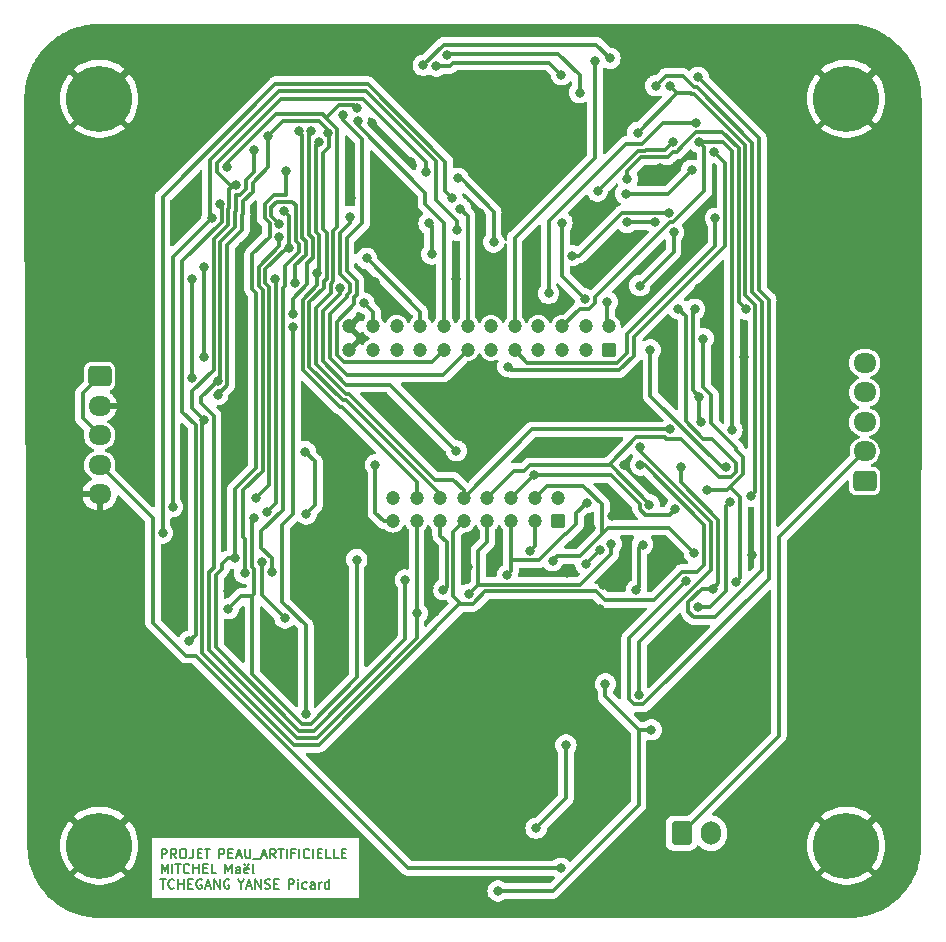
<source format=gbr>
%TF.GenerationSoftware,KiCad,Pcbnew,(7.0.0)*%
%TF.CreationDate,2024-03-07T06:24:15-03:00*%
%TF.ProjectId,pcb_peau_v1,7063625f-7065-4617-955f-76312e6b6963,rev?*%
%TF.SameCoordinates,Original*%
%TF.FileFunction,Copper,L2,Bot*%
%TF.FilePolarity,Positive*%
%FSLAX46Y46*%
G04 Gerber Fmt 4.6, Leading zero omitted, Abs format (unit mm)*
G04 Created by KiCad (PCBNEW (7.0.0)) date 2024-03-07 06:24:15*
%MOMM*%
%LPD*%
G01*
G04 APERTURE LIST*
G04 Aperture macros list*
%AMRoundRect*
0 Rectangle with rounded corners*
0 $1 Rounding radius*
0 $2 $3 $4 $5 $6 $7 $8 $9 X,Y pos of 4 corners*
0 Add a 4 corners polygon primitive as box body*
4,1,4,$2,$3,$4,$5,$6,$7,$8,$9,$2,$3,0*
0 Add four circle primitives for the rounded corners*
1,1,$1+$1,$2,$3*
1,1,$1+$1,$4,$5*
1,1,$1+$1,$6,$7*
1,1,$1+$1,$8,$9*
0 Add four rect primitives between the rounded corners*
20,1,$1+$1,$2,$3,$4,$5,0*
20,1,$1+$1,$4,$5,$6,$7,0*
20,1,$1+$1,$6,$7,$8,$9,0*
20,1,$1+$1,$8,$9,$2,$3,0*%
G04 Aperture macros list end*
%ADD10C,0.200000*%
%TA.AperFunction,NonConductor*%
%ADD11C,0.200000*%
%TD*%
%TA.AperFunction,ComponentPad*%
%ADD12C,5.600000*%
%TD*%
%TA.AperFunction,ComponentPad*%
%ADD13RoundRect,0.250000X-0.600000X-0.750000X0.600000X-0.750000X0.600000X0.750000X-0.600000X0.750000X0*%
%TD*%
%TA.AperFunction,ComponentPad*%
%ADD14O,1.700000X2.000000*%
%TD*%
%TA.AperFunction,ComponentPad*%
%ADD15RoundRect,0.250000X0.725000X-0.600000X0.725000X0.600000X-0.725000X0.600000X-0.725000X-0.600000X0*%
%TD*%
%TA.AperFunction,ComponentPad*%
%ADD16O,1.950000X1.700000*%
%TD*%
%TA.AperFunction,ComponentPad*%
%ADD17RoundRect,0.250000X0.350000X0.350000X-0.350000X0.350000X-0.350000X-0.350000X0.350000X-0.350000X0*%
%TD*%
%TA.AperFunction,ComponentPad*%
%ADD18C,1.200000*%
%TD*%
%TA.AperFunction,ComponentPad*%
%ADD19RoundRect,0.250000X-0.725000X0.600000X-0.725000X-0.600000X0.725000X-0.600000X0.725000X0.600000X0*%
%TD*%
%TA.AperFunction,ViaPad*%
%ADD20C,0.800000*%
%TD*%
%TA.AperFunction,Conductor*%
%ADD21C,0.300000*%
%TD*%
G04 APERTURE END LIST*
D10*
D11*
X180530476Y-114835904D02*
X180530476Y-114035904D01*
X180530476Y-114035904D02*
X180835238Y-114035904D01*
X180835238Y-114035904D02*
X180911428Y-114074000D01*
X180911428Y-114074000D02*
X180949523Y-114112095D01*
X180949523Y-114112095D02*
X180987619Y-114188285D01*
X180987619Y-114188285D02*
X180987619Y-114302571D01*
X180987619Y-114302571D02*
X180949523Y-114378761D01*
X180949523Y-114378761D02*
X180911428Y-114416857D01*
X180911428Y-114416857D02*
X180835238Y-114454952D01*
X180835238Y-114454952D02*
X180530476Y-114454952D01*
X181787619Y-114835904D02*
X181520952Y-114454952D01*
X181330476Y-114835904D02*
X181330476Y-114035904D01*
X181330476Y-114035904D02*
X181635238Y-114035904D01*
X181635238Y-114035904D02*
X181711428Y-114074000D01*
X181711428Y-114074000D02*
X181749523Y-114112095D01*
X181749523Y-114112095D02*
X181787619Y-114188285D01*
X181787619Y-114188285D02*
X181787619Y-114302571D01*
X181787619Y-114302571D02*
X181749523Y-114378761D01*
X181749523Y-114378761D02*
X181711428Y-114416857D01*
X181711428Y-114416857D02*
X181635238Y-114454952D01*
X181635238Y-114454952D02*
X181330476Y-114454952D01*
X182282857Y-114035904D02*
X182435238Y-114035904D01*
X182435238Y-114035904D02*
X182511428Y-114074000D01*
X182511428Y-114074000D02*
X182587619Y-114150190D01*
X182587619Y-114150190D02*
X182625714Y-114302571D01*
X182625714Y-114302571D02*
X182625714Y-114569238D01*
X182625714Y-114569238D02*
X182587619Y-114721619D01*
X182587619Y-114721619D02*
X182511428Y-114797809D01*
X182511428Y-114797809D02*
X182435238Y-114835904D01*
X182435238Y-114835904D02*
X182282857Y-114835904D01*
X182282857Y-114835904D02*
X182206666Y-114797809D01*
X182206666Y-114797809D02*
X182130476Y-114721619D01*
X182130476Y-114721619D02*
X182092380Y-114569238D01*
X182092380Y-114569238D02*
X182092380Y-114302571D01*
X182092380Y-114302571D02*
X182130476Y-114150190D01*
X182130476Y-114150190D02*
X182206666Y-114074000D01*
X182206666Y-114074000D02*
X182282857Y-114035904D01*
X183197142Y-114035904D02*
X183197142Y-114607333D01*
X183197142Y-114607333D02*
X183159047Y-114721619D01*
X183159047Y-114721619D02*
X183082856Y-114797809D01*
X183082856Y-114797809D02*
X182968571Y-114835904D01*
X182968571Y-114835904D02*
X182892380Y-114835904D01*
X183578095Y-114416857D02*
X183844761Y-114416857D01*
X183959047Y-114835904D02*
X183578095Y-114835904D01*
X183578095Y-114835904D02*
X183578095Y-114035904D01*
X183578095Y-114035904D02*
X183959047Y-114035904D01*
X184187619Y-114035904D02*
X184644762Y-114035904D01*
X184416190Y-114835904D02*
X184416190Y-114035904D01*
X185391429Y-114835904D02*
X185391429Y-114035904D01*
X185391429Y-114035904D02*
X185696191Y-114035904D01*
X185696191Y-114035904D02*
X185772381Y-114074000D01*
X185772381Y-114074000D02*
X185810476Y-114112095D01*
X185810476Y-114112095D02*
X185848572Y-114188285D01*
X185848572Y-114188285D02*
X185848572Y-114302571D01*
X185848572Y-114302571D02*
X185810476Y-114378761D01*
X185810476Y-114378761D02*
X185772381Y-114416857D01*
X185772381Y-114416857D02*
X185696191Y-114454952D01*
X185696191Y-114454952D02*
X185391429Y-114454952D01*
X186191429Y-114416857D02*
X186458095Y-114416857D01*
X186572381Y-114835904D02*
X186191429Y-114835904D01*
X186191429Y-114835904D02*
X186191429Y-114035904D01*
X186191429Y-114035904D02*
X186572381Y-114035904D01*
X186877143Y-114607333D02*
X187258096Y-114607333D01*
X186800953Y-114835904D02*
X187067620Y-114035904D01*
X187067620Y-114035904D02*
X187334286Y-114835904D01*
X187600953Y-114035904D02*
X187600953Y-114683523D01*
X187600953Y-114683523D02*
X187639048Y-114759714D01*
X187639048Y-114759714D02*
X187677143Y-114797809D01*
X187677143Y-114797809D02*
X187753334Y-114835904D01*
X187753334Y-114835904D02*
X187905715Y-114835904D01*
X187905715Y-114835904D02*
X187981905Y-114797809D01*
X187981905Y-114797809D02*
X188020000Y-114759714D01*
X188020000Y-114759714D02*
X188058096Y-114683523D01*
X188058096Y-114683523D02*
X188058096Y-114035904D01*
X188248572Y-114912095D02*
X188858095Y-114912095D01*
X189010476Y-114607333D02*
X189391429Y-114607333D01*
X188934286Y-114835904D02*
X189200953Y-114035904D01*
X189200953Y-114035904D02*
X189467619Y-114835904D01*
X190191429Y-114835904D02*
X189924762Y-114454952D01*
X189734286Y-114835904D02*
X189734286Y-114035904D01*
X189734286Y-114035904D02*
X190039048Y-114035904D01*
X190039048Y-114035904D02*
X190115238Y-114074000D01*
X190115238Y-114074000D02*
X190153333Y-114112095D01*
X190153333Y-114112095D02*
X190191429Y-114188285D01*
X190191429Y-114188285D02*
X190191429Y-114302571D01*
X190191429Y-114302571D02*
X190153333Y-114378761D01*
X190153333Y-114378761D02*
X190115238Y-114416857D01*
X190115238Y-114416857D02*
X190039048Y-114454952D01*
X190039048Y-114454952D02*
X189734286Y-114454952D01*
X190420000Y-114035904D02*
X190877143Y-114035904D01*
X190648571Y-114835904D02*
X190648571Y-114035904D01*
X191143810Y-114835904D02*
X191143810Y-114035904D01*
X191791428Y-114416857D02*
X191524762Y-114416857D01*
X191524762Y-114835904D02*
X191524762Y-114035904D01*
X191524762Y-114035904D02*
X191905714Y-114035904D01*
X192210476Y-114835904D02*
X192210476Y-114035904D01*
X193048571Y-114759714D02*
X193010475Y-114797809D01*
X193010475Y-114797809D02*
X192896190Y-114835904D01*
X192896190Y-114835904D02*
X192819999Y-114835904D01*
X192819999Y-114835904D02*
X192705713Y-114797809D01*
X192705713Y-114797809D02*
X192629523Y-114721619D01*
X192629523Y-114721619D02*
X192591428Y-114645428D01*
X192591428Y-114645428D02*
X192553332Y-114493047D01*
X192553332Y-114493047D02*
X192553332Y-114378761D01*
X192553332Y-114378761D02*
X192591428Y-114226380D01*
X192591428Y-114226380D02*
X192629523Y-114150190D01*
X192629523Y-114150190D02*
X192705713Y-114074000D01*
X192705713Y-114074000D02*
X192819999Y-114035904D01*
X192819999Y-114035904D02*
X192896190Y-114035904D01*
X192896190Y-114035904D02*
X193010475Y-114074000D01*
X193010475Y-114074000D02*
X193048571Y-114112095D01*
X193391428Y-114835904D02*
X193391428Y-114035904D01*
X193772380Y-114416857D02*
X194039046Y-114416857D01*
X194153332Y-114835904D02*
X193772380Y-114835904D01*
X193772380Y-114835904D02*
X193772380Y-114035904D01*
X193772380Y-114035904D02*
X194153332Y-114035904D01*
X194877142Y-114835904D02*
X194496190Y-114835904D01*
X194496190Y-114835904D02*
X194496190Y-114035904D01*
X195524761Y-114835904D02*
X195143809Y-114835904D01*
X195143809Y-114835904D02*
X195143809Y-114035904D01*
X195791428Y-114416857D02*
X196058094Y-114416857D01*
X196172380Y-114835904D02*
X195791428Y-114835904D01*
X195791428Y-114835904D02*
X195791428Y-114035904D01*
X195791428Y-114035904D02*
X196172380Y-114035904D01*
X180530476Y-116131904D02*
X180530476Y-115331904D01*
X180530476Y-115331904D02*
X180797142Y-115903333D01*
X180797142Y-115903333D02*
X181063809Y-115331904D01*
X181063809Y-115331904D02*
X181063809Y-116131904D01*
X181444762Y-116131904D02*
X181444762Y-115331904D01*
X181711428Y-115331904D02*
X182168571Y-115331904D01*
X181939999Y-116131904D02*
X181939999Y-115331904D01*
X182892381Y-116055714D02*
X182854285Y-116093809D01*
X182854285Y-116093809D02*
X182740000Y-116131904D01*
X182740000Y-116131904D02*
X182663809Y-116131904D01*
X182663809Y-116131904D02*
X182549523Y-116093809D01*
X182549523Y-116093809D02*
X182473333Y-116017619D01*
X182473333Y-116017619D02*
X182435238Y-115941428D01*
X182435238Y-115941428D02*
X182397142Y-115789047D01*
X182397142Y-115789047D02*
X182397142Y-115674761D01*
X182397142Y-115674761D02*
X182435238Y-115522380D01*
X182435238Y-115522380D02*
X182473333Y-115446190D01*
X182473333Y-115446190D02*
X182549523Y-115370000D01*
X182549523Y-115370000D02*
X182663809Y-115331904D01*
X182663809Y-115331904D02*
X182740000Y-115331904D01*
X182740000Y-115331904D02*
X182854285Y-115370000D01*
X182854285Y-115370000D02*
X182892381Y-115408095D01*
X183235238Y-116131904D02*
X183235238Y-115331904D01*
X183235238Y-115712857D02*
X183692381Y-115712857D01*
X183692381Y-116131904D02*
X183692381Y-115331904D01*
X184073333Y-115712857D02*
X184339999Y-115712857D01*
X184454285Y-116131904D02*
X184073333Y-116131904D01*
X184073333Y-116131904D02*
X184073333Y-115331904D01*
X184073333Y-115331904D02*
X184454285Y-115331904D01*
X185178095Y-116131904D02*
X184797143Y-116131904D01*
X184797143Y-116131904D02*
X184797143Y-115331904D01*
X185924762Y-116131904D02*
X185924762Y-115331904D01*
X185924762Y-115331904D02*
X186191428Y-115903333D01*
X186191428Y-115903333D02*
X186458095Y-115331904D01*
X186458095Y-115331904D02*
X186458095Y-116131904D01*
X187181905Y-116131904D02*
X187181905Y-115712857D01*
X187181905Y-115712857D02*
X187143810Y-115636666D01*
X187143810Y-115636666D02*
X187067619Y-115598571D01*
X187067619Y-115598571D02*
X186915238Y-115598571D01*
X186915238Y-115598571D02*
X186839048Y-115636666D01*
X187181905Y-116093809D02*
X187105714Y-116131904D01*
X187105714Y-116131904D02*
X186915238Y-116131904D01*
X186915238Y-116131904D02*
X186839048Y-116093809D01*
X186839048Y-116093809D02*
X186800952Y-116017619D01*
X186800952Y-116017619D02*
X186800952Y-115941428D01*
X186800952Y-115941428D02*
X186839048Y-115865238D01*
X186839048Y-115865238D02*
X186915238Y-115827142D01*
X186915238Y-115827142D02*
X187105714Y-115827142D01*
X187105714Y-115827142D02*
X187181905Y-115789047D01*
X187867620Y-116093809D02*
X187791429Y-116131904D01*
X187791429Y-116131904D02*
X187639048Y-116131904D01*
X187639048Y-116131904D02*
X187562858Y-116093809D01*
X187562858Y-116093809D02*
X187524762Y-116017619D01*
X187524762Y-116017619D02*
X187524762Y-115712857D01*
X187524762Y-115712857D02*
X187562858Y-115636666D01*
X187562858Y-115636666D02*
X187639048Y-115598571D01*
X187639048Y-115598571D02*
X187791429Y-115598571D01*
X187791429Y-115598571D02*
X187867620Y-115636666D01*
X187867620Y-115636666D02*
X187905715Y-115712857D01*
X187905715Y-115712857D02*
X187905715Y-115789047D01*
X187905715Y-115789047D02*
X187524762Y-115865238D01*
X187562858Y-115331904D02*
X187600953Y-115370000D01*
X187600953Y-115370000D02*
X187562858Y-115408095D01*
X187562858Y-115408095D02*
X187524762Y-115370000D01*
X187524762Y-115370000D02*
X187562858Y-115331904D01*
X187562858Y-115331904D02*
X187562858Y-115408095D01*
X187867620Y-115331904D02*
X187905715Y-115370000D01*
X187905715Y-115370000D02*
X187867620Y-115408095D01*
X187867620Y-115408095D02*
X187829524Y-115370000D01*
X187829524Y-115370000D02*
X187867620Y-115331904D01*
X187867620Y-115331904D02*
X187867620Y-115408095D01*
X188362857Y-116131904D02*
X188286667Y-116093809D01*
X188286667Y-116093809D02*
X188248572Y-116017619D01*
X188248572Y-116017619D02*
X188248572Y-115331904D01*
X180416190Y-116627904D02*
X180873333Y-116627904D01*
X180644761Y-117427904D02*
X180644761Y-116627904D01*
X181597143Y-117351714D02*
X181559047Y-117389809D01*
X181559047Y-117389809D02*
X181444762Y-117427904D01*
X181444762Y-117427904D02*
X181368571Y-117427904D01*
X181368571Y-117427904D02*
X181254285Y-117389809D01*
X181254285Y-117389809D02*
X181178095Y-117313619D01*
X181178095Y-117313619D02*
X181140000Y-117237428D01*
X181140000Y-117237428D02*
X181101904Y-117085047D01*
X181101904Y-117085047D02*
X181101904Y-116970761D01*
X181101904Y-116970761D02*
X181140000Y-116818380D01*
X181140000Y-116818380D02*
X181178095Y-116742190D01*
X181178095Y-116742190D02*
X181254285Y-116666000D01*
X181254285Y-116666000D02*
X181368571Y-116627904D01*
X181368571Y-116627904D02*
X181444762Y-116627904D01*
X181444762Y-116627904D02*
X181559047Y-116666000D01*
X181559047Y-116666000D02*
X181597143Y-116704095D01*
X181940000Y-117427904D02*
X181940000Y-116627904D01*
X181940000Y-117008857D02*
X182397143Y-117008857D01*
X182397143Y-117427904D02*
X182397143Y-116627904D01*
X182778095Y-117008857D02*
X183044761Y-117008857D01*
X183159047Y-117427904D02*
X182778095Y-117427904D01*
X182778095Y-117427904D02*
X182778095Y-116627904D01*
X182778095Y-116627904D02*
X183159047Y-116627904D01*
X183920952Y-116666000D02*
X183844762Y-116627904D01*
X183844762Y-116627904D02*
X183730476Y-116627904D01*
X183730476Y-116627904D02*
X183616190Y-116666000D01*
X183616190Y-116666000D02*
X183540000Y-116742190D01*
X183540000Y-116742190D02*
X183501905Y-116818380D01*
X183501905Y-116818380D02*
X183463809Y-116970761D01*
X183463809Y-116970761D02*
X183463809Y-117085047D01*
X183463809Y-117085047D02*
X183501905Y-117237428D01*
X183501905Y-117237428D02*
X183540000Y-117313619D01*
X183540000Y-117313619D02*
X183616190Y-117389809D01*
X183616190Y-117389809D02*
X183730476Y-117427904D01*
X183730476Y-117427904D02*
X183806667Y-117427904D01*
X183806667Y-117427904D02*
X183920952Y-117389809D01*
X183920952Y-117389809D02*
X183959048Y-117351714D01*
X183959048Y-117351714D02*
X183959048Y-117085047D01*
X183959048Y-117085047D02*
X183806667Y-117085047D01*
X184263809Y-117199333D02*
X184644762Y-117199333D01*
X184187619Y-117427904D02*
X184454286Y-116627904D01*
X184454286Y-116627904D02*
X184720952Y-117427904D01*
X184987619Y-117427904D02*
X184987619Y-116627904D01*
X184987619Y-116627904D02*
X185444762Y-117427904D01*
X185444762Y-117427904D02*
X185444762Y-116627904D01*
X186244761Y-116666000D02*
X186168571Y-116627904D01*
X186168571Y-116627904D02*
X186054285Y-116627904D01*
X186054285Y-116627904D02*
X185939999Y-116666000D01*
X185939999Y-116666000D02*
X185863809Y-116742190D01*
X185863809Y-116742190D02*
X185825714Y-116818380D01*
X185825714Y-116818380D02*
X185787618Y-116970761D01*
X185787618Y-116970761D02*
X185787618Y-117085047D01*
X185787618Y-117085047D02*
X185825714Y-117237428D01*
X185825714Y-117237428D02*
X185863809Y-117313619D01*
X185863809Y-117313619D02*
X185939999Y-117389809D01*
X185939999Y-117389809D02*
X186054285Y-117427904D01*
X186054285Y-117427904D02*
X186130476Y-117427904D01*
X186130476Y-117427904D02*
X186244761Y-117389809D01*
X186244761Y-117389809D02*
X186282857Y-117351714D01*
X186282857Y-117351714D02*
X186282857Y-117085047D01*
X186282857Y-117085047D02*
X186130476Y-117085047D01*
X187258095Y-117046952D02*
X187258095Y-117427904D01*
X186991428Y-116627904D02*
X187258095Y-117046952D01*
X187258095Y-117046952D02*
X187524761Y-116627904D01*
X187753332Y-117199333D02*
X188134285Y-117199333D01*
X187677142Y-117427904D02*
X187943809Y-116627904D01*
X187943809Y-116627904D02*
X188210475Y-117427904D01*
X188477142Y-117427904D02*
X188477142Y-116627904D01*
X188477142Y-116627904D02*
X188934285Y-117427904D01*
X188934285Y-117427904D02*
X188934285Y-116627904D01*
X189277141Y-117389809D02*
X189391427Y-117427904D01*
X189391427Y-117427904D02*
X189581903Y-117427904D01*
X189581903Y-117427904D02*
X189658094Y-117389809D01*
X189658094Y-117389809D02*
X189696189Y-117351714D01*
X189696189Y-117351714D02*
X189734284Y-117275523D01*
X189734284Y-117275523D02*
X189734284Y-117199333D01*
X189734284Y-117199333D02*
X189696189Y-117123142D01*
X189696189Y-117123142D02*
X189658094Y-117085047D01*
X189658094Y-117085047D02*
X189581903Y-117046952D01*
X189581903Y-117046952D02*
X189429522Y-117008857D01*
X189429522Y-117008857D02*
X189353332Y-116970761D01*
X189353332Y-116970761D02*
X189315237Y-116932666D01*
X189315237Y-116932666D02*
X189277141Y-116856476D01*
X189277141Y-116856476D02*
X189277141Y-116780285D01*
X189277141Y-116780285D02*
X189315237Y-116704095D01*
X189315237Y-116704095D02*
X189353332Y-116666000D01*
X189353332Y-116666000D02*
X189429522Y-116627904D01*
X189429522Y-116627904D02*
X189619999Y-116627904D01*
X189619999Y-116627904D02*
X189734284Y-116666000D01*
X190077142Y-117008857D02*
X190343808Y-117008857D01*
X190458094Y-117427904D02*
X190077142Y-117427904D01*
X190077142Y-117427904D02*
X190077142Y-116627904D01*
X190077142Y-116627904D02*
X190458094Y-116627904D01*
X191280952Y-117427904D02*
X191280952Y-116627904D01*
X191280952Y-116627904D02*
X191585714Y-116627904D01*
X191585714Y-116627904D02*
X191661904Y-116666000D01*
X191661904Y-116666000D02*
X191699999Y-116704095D01*
X191699999Y-116704095D02*
X191738095Y-116780285D01*
X191738095Y-116780285D02*
X191738095Y-116894571D01*
X191738095Y-116894571D02*
X191699999Y-116970761D01*
X191699999Y-116970761D02*
X191661904Y-117008857D01*
X191661904Y-117008857D02*
X191585714Y-117046952D01*
X191585714Y-117046952D02*
X191280952Y-117046952D01*
X192080952Y-117427904D02*
X192080952Y-116894571D01*
X192080952Y-116627904D02*
X192042856Y-116666000D01*
X192042856Y-116666000D02*
X192080952Y-116704095D01*
X192080952Y-116704095D02*
X192119047Y-116666000D01*
X192119047Y-116666000D02*
X192080952Y-116627904D01*
X192080952Y-116627904D02*
X192080952Y-116704095D01*
X192804761Y-117389809D02*
X192728570Y-117427904D01*
X192728570Y-117427904D02*
X192576189Y-117427904D01*
X192576189Y-117427904D02*
X192499999Y-117389809D01*
X192499999Y-117389809D02*
X192461904Y-117351714D01*
X192461904Y-117351714D02*
X192423808Y-117275523D01*
X192423808Y-117275523D02*
X192423808Y-117046952D01*
X192423808Y-117046952D02*
X192461904Y-116970761D01*
X192461904Y-116970761D02*
X192499999Y-116932666D01*
X192499999Y-116932666D02*
X192576189Y-116894571D01*
X192576189Y-116894571D02*
X192728570Y-116894571D01*
X192728570Y-116894571D02*
X192804761Y-116932666D01*
X193490475Y-117427904D02*
X193490475Y-117008857D01*
X193490475Y-117008857D02*
X193452380Y-116932666D01*
X193452380Y-116932666D02*
X193376189Y-116894571D01*
X193376189Y-116894571D02*
X193223808Y-116894571D01*
X193223808Y-116894571D02*
X193147618Y-116932666D01*
X193490475Y-117389809D02*
X193414284Y-117427904D01*
X193414284Y-117427904D02*
X193223808Y-117427904D01*
X193223808Y-117427904D02*
X193147618Y-117389809D01*
X193147618Y-117389809D02*
X193109522Y-117313619D01*
X193109522Y-117313619D02*
X193109522Y-117237428D01*
X193109522Y-117237428D02*
X193147618Y-117161238D01*
X193147618Y-117161238D02*
X193223808Y-117123142D01*
X193223808Y-117123142D02*
X193414284Y-117123142D01*
X193414284Y-117123142D02*
X193490475Y-117085047D01*
X193871428Y-117427904D02*
X193871428Y-116894571D01*
X193871428Y-117046952D02*
X193909523Y-116970761D01*
X193909523Y-116970761D02*
X193947618Y-116932666D01*
X193947618Y-116932666D02*
X194023809Y-116894571D01*
X194023809Y-116894571D02*
X194099999Y-116894571D01*
X194709523Y-117427904D02*
X194709523Y-116627904D01*
X194709523Y-117389809D02*
X194633332Y-117427904D01*
X194633332Y-117427904D02*
X194480951Y-117427904D01*
X194480951Y-117427904D02*
X194404761Y-117389809D01*
X194404761Y-117389809D02*
X194366666Y-117351714D01*
X194366666Y-117351714D02*
X194328570Y-117275523D01*
X194328570Y-117275523D02*
X194328570Y-117046952D01*
X194328570Y-117046952D02*
X194366666Y-116970761D01*
X194366666Y-116970761D02*
X194404761Y-116932666D01*
X194404761Y-116932666D02*
X194480951Y-116894571D01*
X194480951Y-116894571D02*
X194633332Y-116894571D01*
X194633332Y-116894571D02*
X194709523Y-116932666D01*
D12*
%TO.P,H1,1,1*%
%TO.N,0*%
X175260000Y-50546000D03*
%TD*%
D13*
%TO.P,J3,1,Pin_1*%
%TO.N,AOP0IN+*%
X224556000Y-112730000D03*
D14*
%TO.P,J3,2,Pin_2*%
%TO.N,GND*%
X227055999Y-112729999D03*
%TD*%
D12*
%TO.P,H3,1,1*%
%TO.N,0*%
X238506000Y-113792000D03*
%TD*%
%TO.P,H4,1,1*%
%TO.N,0*%
X175260000Y-113792000D03*
%TD*%
%TO.P,H2,1,1*%
%TO.N,0*%
X238506000Y-50546000D03*
%TD*%
D15*
%TO.P,J2,1,Pin_1*%
%TO.N,1-ENTREE*%
X240062000Y-82906000D03*
D16*
%TO.P,J2,2,Pin_2*%
%TO.N,AOP0IN+*%
X240061999Y-80405999D03*
%TO.P,J2,3,Pin_3*%
%TO.N,2-ENTREE*%
X240061999Y-77905999D03*
%TO.P,J2,4,Pin_4*%
%TO.N,unconnected-(J2-Pin_4-Pad4)*%
X240061999Y-75405999D03*
%TO.P,J2,5,Pin_5*%
%TO.N,unconnected-(J2-Pin_5-Pad5)*%
X240061999Y-72905999D03*
%TD*%
D17*
%TO.P,J4,1,Pin_1*%
%TO.N,Net-(J4-Pin_1)*%
X214122000Y-86328000D03*
D18*
%TO.P,J4,2,Pin_2*%
%TO.N,Net-(J4-Pin_2)*%
X214122000Y-84328000D03*
%TO.P,J4,3,Pin_3*%
%TO.N,Net-(J4-Pin_3)*%
X212122000Y-86328000D03*
%TO.P,J4,4,Pin_4*%
%TO.N,Net-(J4-Pin_4)*%
X212122000Y-84328000D03*
%TO.P,J4,5,Pin_5*%
%TO.N,Net-(J4-Pin_5)*%
X210122000Y-86328000D03*
%TO.P,J4,6,Pin_6*%
%TO.N,Net-(J4-Pin_6)*%
X210122000Y-84328000D03*
%TO.P,J4,7,Pin_7*%
%TO.N,Net-(J4-Pin_7)*%
X208122000Y-86328000D03*
%TO.P,J4,8,Pin_8*%
%TO.N,Net-(J4-Pin_8)*%
X208122000Y-84328000D03*
%TO.P,J4,9,Pin_9*%
%TO.N,Net-(J4-Pin_9)*%
X206122000Y-86328000D03*
%TO.P,J4,10,Pin_10*%
%TO.N,Net-(J4-Pin_10)*%
X206122000Y-84328000D03*
%TO.P,J4,11,Pin_11*%
%TO.N,Net-(J4-Pin_11)*%
X204122000Y-86328000D03*
%TO.P,J4,12,Pin_12*%
%TO.N,Net-(J4-Pin_12)*%
X204122000Y-84328000D03*
%TO.P,J4,13,Pin_13*%
%TO.N,Net-(J4-Pin_13)*%
X202122000Y-86328000D03*
%TO.P,J4,14,Pin_14*%
%TO.N,Net-(J4-Pin_14)*%
X202122000Y-84328000D03*
%TO.P,J4,15,Pin_15*%
%TO.N,Net-(J4-Pin_15)*%
X200122000Y-86328000D03*
%TO.P,J4,16,Pin_16*%
%TO.N,Net-(J4-Pin_16)*%
X200122000Y-84328000D03*
%TD*%
D19*
%TO.P,J1,1,Pin_1*%
%TO.N,+5V*%
X175292000Y-74042000D03*
D16*
%TO.P,J1,2,Pin_2*%
%TO.N,0*%
X175291999Y-76541999D03*
%TO.P,J1,3,Pin_3*%
%TO.N,+5V*%
X175291999Y-79041999D03*
%TO.P,J1,4,Pin_4*%
%TO.N,+12V*%
X175291999Y-81541999D03*
%TO.P,J1,5,Pin_5*%
%TO.N,0*%
X175291999Y-84041999D03*
%TD*%
D17*
%TO.P,J5,1,Pin_1*%
%TO.N,unconnected-(J5-Pin_1-Pad1)*%
X218440000Y-71818000D03*
D18*
%TO.P,J5,2,Pin_2*%
%TO.N,A1*%
X218440000Y-69818000D03*
%TO.P,J5,3,Pin_3*%
%TO.N,B1*%
X216440000Y-71818000D03*
%TO.P,J5,4,Pin_4*%
%TO.N,C1*%
X216440000Y-69818000D03*
%TO.P,J5,5,Pin_5*%
%TO.N,D1*%
X214440000Y-71818000D03*
%TO.P,J5,6,Pin_6*%
%TO.N,NE1*%
X214440000Y-69818000D03*
%TO.P,J5,7,Pin_7*%
%TO.N,unconnected-(J5-Pin_7-Pad7)*%
X212440000Y-71818000D03*
%TO.P,J5,8,Pin_8*%
%TO.N,A3*%
X212440000Y-69818000D03*
%TO.P,J5,9,Pin_9*%
%TO.N,B3*%
X210440000Y-71818000D03*
%TO.P,J5,10,Pin_10*%
%TO.N,C3*%
X210440000Y-69818000D03*
%TO.P,J5,11,Pin_11*%
%TO.N,D3*%
X208440000Y-71818000D03*
%TO.P,J5,12,Pin_12*%
%TO.N,unconnected-(J5-Pin_12-Pad12)*%
X208440000Y-69818000D03*
%TO.P,J5,13,Pin_13*%
%TO.N,A4*%
X206440000Y-71818000D03*
%TO.P,J5,14,Pin_14*%
%TO.N,B4*%
X206440000Y-69818000D03*
%TO.P,J5,15,Pin_15*%
%TO.N,C4*%
X204440000Y-71818000D03*
%TO.P,J5,16,Pin_16*%
%TO.N,D4*%
X204440000Y-69818000D03*
%TO.P,J5,17,Pin_17*%
%TO.N,NE2*%
X202440000Y-71818000D03*
%TO.P,J5,18,Pin_18*%
%TO.N,A2*%
X202440000Y-69818000D03*
%TO.P,J5,19,Pin_19*%
%TO.N,B2*%
X200440000Y-71818000D03*
%TO.P,J5,20,Pin_20*%
%TO.N,C2*%
X200440000Y-69818000D03*
%TO.P,J5,21,Pin_21*%
%TO.N,D2*%
X198440000Y-71818000D03*
%TO.P,J5,22,Pin_22*%
%TO.N,TRIOAOP1*%
X198440000Y-69818000D03*
%TO.P,J5,23,Pin_23*%
%TO.N,0*%
X196440000Y-71818000D03*
%TO.P,J5,24,Pin_24*%
X196440000Y-69818000D03*
%TD*%
D20*
%TO.N,0*%
X219710000Y-81534000D03*
X233172000Y-84582000D03*
X235458000Y-90932000D03*
X235204000Y-81788000D03*
X199390000Y-59944000D03*
X210058000Y-54864000D03*
X198374000Y-52578000D03*
X195326000Y-112268000D03*
X203454000Y-114300000D03*
X222758000Y-56388000D03*
X222504000Y-91186000D03*
X216916000Y-86868000D03*
X208788000Y-89916000D03*
X206502000Y-90170000D03*
X214884000Y-90678000D03*
X186182000Y-92202000D03*
X201676000Y-55880000D03*
X218186000Y-64262000D03*
X223266000Y-70358000D03*
%TO.N,Net-(J4-Pin_1)*%
X214376000Y-48514000D03*
X203784612Y-47778038D03*
%TO.N,0*%
X218694000Y-85852000D03*
X219964000Y-87884000D03*
X217932000Y-91694000D03*
X203200000Y-91948000D03*
X203708000Y-93980000D03*
X207772000Y-94488000D03*
X217678000Y-93726000D03*
X223012000Y-98044000D03*
X229362000Y-98806000D03*
X187452000Y-62992000D03*
%TO.N,Net-(J4-Pin_10)*%
X183116000Y-65786000D03*
X183116000Y-74168000D03*
%TO.N,Net-(J4-Pin_11)*%
X184116500Y-72390000D03*
X184116500Y-64770000D03*
%TO.N,0*%
X196596000Y-58928000D03*
X194056000Y-88138000D03*
%TO.N,A4*%
X196485200Y-60527000D03*
%TO.N,Net-(J4-Pin_3)*%
X216428109Y-89944441D03*
X217671100Y-88718150D03*
%TO.N,0*%
X236982000Y-101092000D03*
X230556800Y-89154000D03*
X206248000Y-82042000D03*
X198628000Y-66040000D03*
X181864000Y-61722000D03*
X231648000Y-93472000D03*
X181102000Y-91186000D03*
X194818000Y-93980000D03*
X194818000Y-91694000D03*
X196596000Y-85598000D03*
X215646000Y-80264000D03*
X208026000Y-78740000D03*
X203708000Y-75438000D03*
X196088000Y-81534000D03*
X192786000Y-76200000D03*
X219456000Y-66802000D03*
X224790000Y-64008000D03*
X226060000Y-66548000D03*
X229870000Y-72390000D03*
X227584000Y-69342000D03*
X205486000Y-65786000D03*
X211582000Y-65786000D03*
X199644000Y-56896000D03*
X201168000Y-63754000D03*
X202184000Y-66040000D03*
X208280000Y-65786000D03*
X207518000Y-60198000D03*
X216662000Y-60198000D03*
X210566000Y-60198000D03*
X210058000Y-57150000D03*
X204470000Y-51308000D03*
X187706000Y-104648000D03*
X188722000Y-106934000D03*
X189992000Y-97536000D03*
X186944000Y-95758000D03*
X210058000Y-100838000D03*
X208534000Y-98298000D03*
X206756000Y-105156000D03*
X218186000Y-107950000D03*
X226314000Y-105410000D03*
%TO.N,AOP1*%
X182864868Y-96475041D03*
X185451200Y-59481675D03*
%TO.N,-5V*%
X222004500Y-103972200D03*
X218105800Y-100089400D03*
X209026800Y-117628400D03*
%TO.N,Net-(U2A-+)*%
X214767000Y-105251500D03*
X212243000Y-112311400D03*
%TO.N,TRIOAOP1*%
X192747900Y-102629800D03*
X191648300Y-69908498D03*
X197670600Y-67841100D03*
%TO.N,B2*%
X192683525Y-80415525D03*
X192775300Y-85707200D03*
%TO.N,A2*%
X197899100Y-64062900D03*
X190151400Y-65844100D03*
X189455600Y-85533700D03*
%TO.N,NE2*%
X191648300Y-68749549D03*
X193215501Y-53254000D03*
%TO.N,D4*%
X197142100Y-52424800D03*
%TO.N,C4*%
X195920100Y-51924700D03*
%TO.N,B4*%
X205808300Y-59840700D03*
%TO.N,D3*%
X209854600Y-73232600D03*
X227310800Y-55050725D03*
%TO.N,C3*%
X217219700Y-47316500D03*
%TO.N,B3*%
X227418800Y-60655300D03*
%TO.N,NE1*%
X226073725Y-54231225D03*
X228821500Y-78591800D03*
%TO.N,C1*%
X221917100Y-71822900D03*
X228309600Y-81720600D03*
%TO.N,A1*%
X218285000Y-67745700D03*
%TO.N,Net-(J4-Pin_16)*%
X191840600Y-66125800D03*
X192135400Y-53278700D03*
X213305000Y-67010900D03*
X225806000Y-52578000D03*
%TO.N,Net-(J4-Pin_15)*%
X225658500Y-68362800D03*
X226234000Y-77943900D03*
X226063600Y-75799300D03*
X198628000Y-81534000D03*
X218502058Y-47124500D03*
X202692000Y-47711700D03*
%TO.N,Net-(J4-Pin_14)*%
X193852600Y-54216154D03*
X220837000Y-53409800D03*
X223586800Y-49456000D03*
X193687000Y-65271800D03*
X230420000Y-84184800D03*
%TO.N,Net-(J4-Pin_13)*%
X188337600Y-54896300D03*
X185268386Y-74462918D03*
X202175600Y-94095600D03*
X225964700Y-93579400D03*
X228689700Y-84644500D03*
%TO.N,Net-(J4-Pin_12)*%
X185291138Y-75599116D03*
X189552200Y-53714300D03*
X194590200Y-53441700D03*
%TO.N,Net-(J4-Pin_11)*%
X224510800Y-81721100D03*
X227196700Y-92066500D03*
X204388700Y-92114500D03*
X222362500Y-49442000D03*
%TO.N,Net-(J4-Pin_10)*%
X223622100Y-78536900D03*
X186034800Y-56337300D03*
X197115300Y-51352800D03*
%TO.N,Net-(J4-Pin_9)*%
X186853700Y-57843200D03*
X184112100Y-77703400D03*
X221074001Y-81546550D03*
X202912600Y-56722500D03*
%TO.N,Net-(J4-Pin_8)*%
X221841500Y-84924700D03*
X224269500Y-68311700D03*
X216398400Y-67500400D03*
X214425700Y-61028000D03*
X205516700Y-61664600D03*
X184797300Y-60618700D03*
X181474600Y-85090800D03*
%TO.N,Net-(J4-Pin_7)*%
X218621001Y-88226700D03*
X205650100Y-57292500D03*
X208661500Y-62677600D03*
X206544400Y-92500100D03*
X187560000Y-90713200D03*
X190503600Y-62230000D03*
%TO.N,Net-(J4-Pin_6)*%
X191347300Y-63169000D03*
X195663300Y-66576400D03*
X205483800Y-80344700D03*
X212055200Y-82404700D03*
X224019500Y-85304100D03*
X188530600Y-84353800D03*
X215245200Y-63815200D03*
X223516200Y-60190100D03*
X190927500Y-60070700D03*
%TO.N,Net-(J4-Pin_5)*%
X191099100Y-56643300D03*
X186738100Y-89458000D03*
X217446900Y-58361000D03*
X223817759Y-54201190D03*
X209804000Y-90866200D03*
X201168000Y-91287700D03*
X216526388Y-84734837D03*
%TO.N,Net-(J4-Pin_4)*%
X225622700Y-88970400D03*
X213640425Y-89652325D03*
X219940051Y-61009600D03*
X222278775Y-61009600D03*
X189855100Y-90595893D03*
X190503600Y-61117136D03*
%TO.N,Net-(J4-Pin_3)*%
X225417000Y-56591900D03*
X188317000Y-86051700D03*
X197062700Y-89557500D03*
X211751300Y-88806400D03*
X219818800Y-58575200D03*
X205128800Y-58933900D03*
X180623000Y-87304200D03*
X186182000Y-93726000D03*
%TO.N,Net-(J4-Pin_2)*%
X203414000Y-63677300D03*
X203172766Y-61097000D03*
X226728500Y-83673800D03*
X226389500Y-70854700D03*
X221028300Y-66365800D03*
X223890917Y-61855232D03*
X229174500Y-91470100D03*
X190981975Y-94514025D03*
X189035600Y-89777100D03*
%TO.N,Net-(J4-Pin_1)*%
X224944900Y-91402300D03*
X225970800Y-48733600D03*
%TO.N,2-ENTREE*%
X229986300Y-68367000D03*
X219965800Y-57329200D03*
%TO.N,1-ENTREE*%
X221252800Y-88284400D03*
X220726000Y-92159100D03*
%TO.N,+12V*%
X214347300Y-115691000D03*
%TO.N,+5V*%
X221074800Y-80062800D03*
X220943200Y-100990800D03*
X204731075Y-46831575D03*
X215929900Y-50014200D03*
%TD*%
D21*
%TO.N,Net-(J4-Pin_9)*%
X205879900Y-93320100D02*
X205830600Y-93270800D01*
X206884056Y-93320100D02*
X205879900Y-93320100D01*
X207948456Y-92255700D02*
X206884056Y-93320100D01*
X217334044Y-92255700D02*
X207948456Y-92255700D01*
X218056944Y-92978600D02*
X217334044Y-92255700D01*
X225903600Y-90580400D02*
X224604600Y-90580400D01*
X226480900Y-90003100D02*
X225903600Y-90580400D01*
X221424250Y-81546550D02*
X226480900Y-86603200D01*
X224604600Y-90580400D02*
X222206400Y-92978600D01*
X221074001Y-81546550D02*
X221424250Y-81546550D01*
X226480900Y-86603200D02*
X226480900Y-90003100D01*
X222206400Y-92978600D02*
X218056944Y-92978600D01*
%TO.N,TRIOAOP1*%
X190754000Y-93126394D02*
X192747900Y-95120294D01*
X190754000Y-86629356D02*
X190754000Y-93126394D01*
X191645900Y-85737456D02*
X190754000Y-86629356D01*
X191645900Y-69910898D02*
X191645900Y-85737456D01*
X191648300Y-69908498D02*
X191645900Y-69910898D01*
X192747900Y-95120294D02*
X192747900Y-102629800D01*
%TO.N,Net-(J4-Pin_2)*%
X189035600Y-92567650D02*
X189035600Y-89777100D01*
X190981975Y-94514025D02*
X189035600Y-92567650D01*
%TO.N,Net-(J4-Pin_15)*%
X204429700Y-45974000D02*
X202692000Y-47711700D01*
X217351558Y-45974000D02*
X204429700Y-45974000D01*
X218502058Y-47124500D02*
X217351558Y-45974000D01*
%TO.N,Net-(J4-Pin_2)*%
X203414000Y-61338234D02*
X203414000Y-63677300D01*
X203172766Y-61097000D02*
X203414000Y-61338234D01*
%TO.N,NE2*%
X193033100Y-53436401D02*
X193215501Y-53254000D01*
X193313000Y-62355000D02*
X193033100Y-62075100D01*
X193313000Y-63985000D02*
X193313000Y-62355000D01*
X192865100Y-64432900D02*
X193313000Y-63985000D01*
X193033100Y-62075100D02*
X193033100Y-53436401D01*
X192865100Y-66265200D02*
X192865100Y-64432900D01*
X191648300Y-68749549D02*
X191648300Y-67482000D01*
X191648300Y-67482000D02*
X192865100Y-66265200D01*
%TO.N,C4*%
X195964700Y-72863300D02*
X203394700Y-72863300D01*
X195375200Y-72273800D02*
X195964700Y-72863300D01*
X195375200Y-69416000D02*
X195375200Y-72273800D01*
X196844100Y-67947100D02*
X195375200Y-69416000D01*
X196844100Y-67366600D02*
X196844100Y-67947100D01*
X197057100Y-67153600D02*
X196844100Y-67366600D01*
X197057100Y-65993100D02*
X197057100Y-67153600D01*
X196217000Y-62355000D02*
X196217000Y-65153000D01*
X203394700Y-72863300D02*
X204440000Y-71818000D01*
X196217000Y-65153000D02*
X197057100Y-65993100D01*
X197528700Y-53973600D02*
X197528700Y-61043300D01*
X197528700Y-61043300D02*
X196217000Y-62355000D01*
X195920100Y-51924700D02*
X195920100Y-52365000D01*
X195920100Y-52365000D02*
X197528700Y-53973600D01*
%TO.N,A4*%
X196485200Y-61098596D02*
X196485200Y-60527000D01*
X195647000Y-61936796D02*
X196485200Y-61098596D01*
X195647000Y-65400444D02*
X195647000Y-61936796D01*
X196483300Y-66236744D02*
X195647000Y-65400444D01*
X196483300Y-66916056D02*
X196483300Y-66236744D01*
X196272200Y-67127156D02*
X196483300Y-66916056D01*
X196272200Y-67305900D02*
X196272200Y-67127156D01*
X196206700Y-73914000D02*
X194803300Y-72510600D01*
X194803300Y-68774800D02*
X196272200Y-67305900D01*
X206440000Y-71818000D02*
X204344000Y-73914000D01*
X204344000Y-73914000D02*
X196206700Y-73914000D01*
X194803300Y-72510600D02*
X194803300Y-68774800D01*
%TO.N,Net-(J4-Pin_4)*%
X189820600Y-60434136D02*
X190503600Y-61117136D01*
X189820600Y-59714800D02*
X189820600Y-60434136D01*
X190284200Y-59251200D02*
X189820600Y-59714800D01*
X191585200Y-59251200D02*
X190284200Y-59251200D01*
X191893100Y-59559100D02*
X191585200Y-59251200D01*
X191893100Y-62552500D02*
X191893100Y-59559100D01*
X192169200Y-62828600D02*
X191893100Y-62552500D01*
X192169200Y-63509400D02*
X192169200Y-62828600D01*
X190973400Y-66421200D02*
X190973400Y-64705200D01*
X190809100Y-66585500D02*
X190973400Y-66421200D01*
X190973400Y-64705200D02*
X192169200Y-63509400D01*
X188976000Y-88557844D02*
X188976000Y-87172956D01*
X188976000Y-87172956D02*
X190809100Y-85339856D01*
X189855100Y-89436944D02*
X188976000Y-88557844D01*
X189855100Y-90595893D02*
X189855100Y-89436944D01*
X190809100Y-85339856D02*
X190809100Y-66585500D01*
%TO.N,Net-(J4-Pin_10)*%
X205232000Y-82804000D02*
X206122000Y-83694000D01*
X203683051Y-82804000D02*
X205232000Y-82804000D01*
X196394851Y-75515800D02*
X203683051Y-82804000D01*
X196124700Y-75515800D02*
X196394851Y-75515800D01*
X193611600Y-73002700D02*
X196124700Y-75515800D01*
X206122000Y-83694000D02*
X206122000Y-84328000D01*
X193611600Y-68251100D02*
X193611600Y-73002700D01*
X194841400Y-66236100D02*
X194841400Y-67021300D01*
X194841400Y-67021300D02*
X193611600Y-68251100D01*
X195410200Y-61367494D02*
X195077000Y-61700694D01*
X195077000Y-66000500D02*
X194841400Y-66236100D01*
X195410200Y-53084200D02*
X195410200Y-61367494D01*
X194487400Y-52161400D02*
X195410200Y-53084200D01*
X195077000Y-61700694D02*
X195077000Y-66000500D01*
%TO.N,Net-(J4-Pin_5)*%
X220881900Y-54926000D02*
X217446900Y-58361000D01*
X221532102Y-54864000D02*
X221470102Y-54926000D01*
X223154949Y-54864000D02*
X221532102Y-54864000D01*
X221470102Y-54926000D02*
X220881900Y-54926000D01*
X223817759Y-54201190D02*
X223154949Y-54864000D01*
%TO.N,2-ENTREE*%
X219965800Y-56648202D02*
X219965800Y-57329200D01*
X221118002Y-55496000D02*
X219965800Y-56648202D01*
X223396000Y-55496000D02*
X221118002Y-55496000D01*
X223870810Y-55021190D02*
X223396000Y-55496000D01*
X224157415Y-55021190D02*
X223870810Y-55021190D01*
X224692100Y-54486505D02*
X224157415Y-55021190D01*
X226239456Y-53398000D02*
X225748000Y-53398000D01*
X225748000Y-53398000D02*
X224692100Y-54453900D01*
X226297456Y-53340000D02*
X226239456Y-53398000D01*
X229391500Y-54727704D02*
X228003796Y-53340000D01*
X228003796Y-53340000D02*
X226297456Y-53340000D01*
X229391500Y-67772200D02*
X229391500Y-54727704D01*
X229986300Y-68367000D02*
X229391500Y-67772200D01*
X224692100Y-54453900D02*
X224692100Y-54486505D01*
%TO.N,Net-(J4-Pin_16)*%
X213305100Y-67010900D02*
X213305000Y-67010900D01*
X219850200Y-54356000D02*
X213305100Y-60901100D01*
X221234000Y-54356000D02*
X219850200Y-54356000D01*
X213305100Y-60901100D02*
X213305100Y-67010900D01*
X225806000Y-52578000D02*
X223012000Y-52578000D01*
X223012000Y-52578000D02*
X221234000Y-54356000D01*
%TO.N,Net-(J4-Pin_6)*%
X219524800Y-60190100D02*
X223516200Y-60190100D01*
X215899700Y-63815200D02*
X219524800Y-60190100D01*
X215245200Y-63815200D02*
X215899700Y-63815200D01*
%TO.N,B2*%
X193511900Y-84970600D02*
X192775300Y-85707200D01*
X193511900Y-81243900D02*
X193511900Y-84970600D01*
X192683525Y-80415525D02*
X193511900Y-81243900D01*
%TO.N,1-ENTREE*%
X220980000Y-88557200D02*
X221252800Y-88284400D01*
X220980000Y-91905100D02*
X220980000Y-88557200D01*
X220726000Y-92159100D02*
X220980000Y-91905100D01*
%TO.N,Net-(J4-Pin_5)*%
X212496600Y-89637200D02*
X210122000Y-89637200D01*
X215646000Y-85615225D02*
X215646000Y-86564660D01*
X214705800Y-87428000D02*
X212496600Y-89637200D01*
X216526388Y-84734837D02*
X215646000Y-85615225D01*
X215646000Y-86564660D02*
X214782660Y-87428000D01*
X214782660Y-87428000D02*
X214705800Y-87428000D01*
%TO.N,Net-(J4-Pin_7)*%
X208122000Y-88042000D02*
X207358900Y-88805100D01*
X207358900Y-88805100D02*
X207358900Y-91685600D01*
X208122000Y-86328000D02*
X208122000Y-88042000D01*
%TO.N,Net-(J4-Pin_5)*%
X210122000Y-90548200D02*
X210122000Y-89637200D01*
X209804000Y-90866200D02*
X210122000Y-90548200D01*
%TO.N,Net-(J4-Pin_7)*%
X215989500Y-91685700D02*
X207358900Y-91685700D01*
X218621001Y-89054199D02*
X215989500Y-91685700D01*
X207358900Y-91685700D02*
X207358900Y-91685600D01*
X218621001Y-88226700D02*
X218621001Y-89054199D01*
%TO.N,Net-(J4-Pin_4)*%
X214017450Y-89275300D02*
X215955000Y-89275300D01*
X213640425Y-89652325D02*
X214017450Y-89275300D01*
X215955000Y-89275300D02*
X217823100Y-87407200D01*
%TO.N,Net-(J4-Pin_1)*%
X213360000Y-47498000D02*
X214376000Y-48514000D01*
X205224306Y-47498000D02*
X213360000Y-47498000D01*
X204944268Y-47778038D02*
X205224306Y-47498000D01*
X203784612Y-47778038D02*
X204944268Y-47778038D01*
%TO.N,Net-(J4-Pin_15)*%
X199358000Y-86328000D02*
X200122000Y-86328000D01*
X198628000Y-85598000D02*
X199358000Y-86328000D01*
X198628000Y-81534000D02*
X198628000Y-85598000D01*
%TO.N,Net-(J4-Pin_14)*%
X202122000Y-82996000D02*
X202122000Y-84328000D01*
X195781800Y-76655800D02*
X202122000Y-82996000D01*
X192467800Y-67540800D02*
X192467800Y-73471104D01*
X192467800Y-73471104D02*
X195652496Y-76655800D01*
X193687000Y-66321600D02*
X192467800Y-67540800D01*
X193687000Y-65271800D02*
X193687000Y-66321600D01*
X195652496Y-76655800D02*
X195781800Y-76655800D01*
%TO.N,Net-(J4-Pin_12)*%
X204122000Y-84049051D02*
X204122000Y-84328000D01*
X196158749Y-76085800D02*
X204122000Y-84049051D01*
X195888598Y-76085800D02*
X196158749Y-76085800D01*
X193039700Y-73236902D02*
X195888598Y-76085800D01*
X193039700Y-67777600D02*
X193039700Y-73236902D01*
X194269500Y-66547800D02*
X193039700Y-67777600D01*
X194269500Y-65999300D02*
X194269500Y-66547800D01*
X194173100Y-61602896D02*
X194507000Y-61936796D01*
X194173100Y-55146156D02*
X194173100Y-61602896D01*
X194507000Y-61936796D02*
X194507000Y-65761800D01*
X194715900Y-54603356D02*
X194173100Y-55146156D01*
X194715900Y-53567400D02*
X194715900Y-54603356D01*
X194507000Y-65761800D02*
X194269500Y-65999300D01*
X194590200Y-53441700D02*
X194715900Y-53567400D01*
%TO.N,Net-(J4-Pin_11)*%
X204662000Y-91841200D02*
X204662000Y-88076000D01*
X204122000Y-87536000D02*
X204122000Y-86328000D01*
X204388700Y-92114500D02*
X204662000Y-91841200D01*
X204662000Y-88076000D02*
X204122000Y-87536000D01*
%TO.N,Net-(J4-Pin_9)*%
X205232000Y-92672200D02*
X205830600Y-93270800D01*
X205232000Y-87218000D02*
X205232000Y-92672200D01*
X206122000Y-86328000D02*
X205232000Y-87218000D01*
%TO.N,Net-(J4-Pin_5)*%
X186132000Y-89458000D02*
X186738100Y-89458000D01*
X185674000Y-89916000D02*
X186132000Y-89458000D01*
X185674000Y-90316602D02*
X185674000Y-89916000D01*
X192187700Y-104040900D02*
X185128400Y-96981600D01*
X185128400Y-96981600D02*
X185128400Y-90862202D01*
X185128400Y-90862202D02*
X185674000Y-90316602D01*
X193443100Y-104040900D02*
X192187700Y-104040900D01*
X201168000Y-96316000D02*
X193443100Y-104040900D01*
X201168000Y-91287700D02*
X201168000Y-96316000D01*
%TO.N,Net-(J4-Pin_3)*%
X187273900Y-92634100D02*
X188213700Y-92634100D01*
X186182000Y-93726000D02*
X187273900Y-92634100D01*
%TO.N,Net-(J4-Pin_1)*%
X231101500Y-53864300D02*
X225970800Y-48733600D01*
X231101500Y-66710340D02*
X231101500Y-53864300D01*
X221314600Y-101826700D02*
X231946300Y-91195000D01*
X220564800Y-101826700D02*
X221314600Y-101826700D01*
X231946300Y-67555140D02*
X231101500Y-66710340D01*
X220111000Y-101372900D02*
X220564800Y-101826700D01*
X231946300Y-91195000D02*
X231946300Y-67555140D01*
X220111000Y-96236200D02*
X220111000Y-101372900D01*
X224944900Y-91402300D02*
X220111000Y-96236200D01*
%TO.N,Net-(J4-Pin_11)*%
X223203200Y-48601300D02*
X222362500Y-49442000D01*
X224678844Y-48601300D02*
X223203200Y-48601300D01*
X225631144Y-49553600D02*
X224678844Y-48601300D01*
X225829600Y-49553600D02*
X225631144Y-49553600D01*
X230531500Y-54255500D02*
X225829600Y-49553600D01*
X227386000Y-94420900D02*
X231376300Y-90430600D01*
X230531500Y-66946442D02*
X230531500Y-54255500D01*
X225576900Y-94420900D02*
X227386000Y-94420900D01*
X225136800Y-93980800D02*
X225576900Y-94420900D01*
X225136800Y-93181400D02*
X225136800Y-93980800D01*
X231376300Y-67791242D02*
X230531500Y-66946442D01*
X227196700Y-92066500D02*
X226251700Y-92066500D01*
X226251700Y-92066500D02*
X225136800Y-93181400D01*
X231376300Y-90430600D02*
X231376300Y-67791242D01*
%TO.N,Net-(J4-Pin_14)*%
X229961500Y-54491602D02*
X229961500Y-67182544D01*
X225593498Y-50123600D02*
X229961500Y-54491602D01*
X225395042Y-50123600D02*
X225593498Y-50123600D01*
X230806300Y-83798500D02*
X230420000Y-84184800D01*
X225329442Y-50058000D02*
X225395042Y-50123600D01*
X224188800Y-50058000D02*
X225329442Y-50058000D01*
X229961500Y-67182544D02*
X230806300Y-68027344D01*
X230806300Y-68027344D02*
X230806300Y-83798500D01*
%TO.N,+5V*%
X204826650Y-46736000D02*
X214122000Y-46736000D01*
X214122000Y-46736000D02*
X215929900Y-48543900D01*
X204731075Y-46831575D02*
X204826650Y-46736000D01*
X215929900Y-48543900D02*
X215929900Y-50014200D01*
%TO.N,Net-(J4-Pin_7)*%
X208661500Y-60105300D02*
X208661500Y-62677600D01*
X205848700Y-57292500D02*
X208661500Y-60105300D01*
X205650100Y-57292500D02*
X205848700Y-57292500D01*
%TO.N,Net-(J4-Pin_9)*%
X186336800Y-57843200D02*
X186650500Y-57843200D01*
X185212700Y-56719100D02*
X186336800Y-57843200D01*
X190673700Y-50530700D02*
X185212700Y-55991700D01*
X197552500Y-50530700D02*
X190673700Y-50530700D01*
X202912600Y-55890800D02*
X197552500Y-50530700D01*
X202912600Y-56722500D02*
X202912600Y-55890800D01*
X185212700Y-55991700D02*
X185212700Y-56719100D01*
%TO.N,D4*%
X202855300Y-58494098D02*
X202855300Y-59440000D01*
X204440000Y-61024700D02*
X204440000Y-69818000D01*
X197142100Y-52780898D02*
X202855300Y-58494098D01*
X197142100Y-52424800D02*
X197142100Y-52780898D01*
X202855300Y-59440000D02*
X204440000Y-61024700D01*
%TO.N,Net-(J4-Pin_2)*%
X223890917Y-61855232D02*
X223890917Y-63503183D01*
X223890917Y-63503183D02*
X221028300Y-66365800D01*
%TO.N,Net-(J4-Pin_4)*%
X222278775Y-61009600D02*
X219940051Y-61009600D01*
%TO.N,Net-(J4-Pin_12)*%
X189553300Y-56362802D02*
X189553300Y-53715400D01*
X188243700Y-57672402D02*
X189553300Y-56362802D01*
X188243700Y-58418958D02*
X188243700Y-57672402D01*
X187429458Y-59233200D02*
X188243700Y-58418958D01*
X187411200Y-59233200D02*
X187429458Y-59233200D01*
X187411200Y-60293535D02*
X187411200Y-59233200D01*
X187327300Y-60377435D02*
X187411200Y-60293535D01*
X187327300Y-61671306D02*
X187327300Y-60377435D01*
X186076000Y-62922606D02*
X187327300Y-61671306D01*
X186088386Y-74123262D02*
X186076000Y-74110876D01*
X186076000Y-74110876D02*
X186076000Y-62922606D01*
X186088386Y-74802574D02*
X186088386Y-74123262D01*
X185608042Y-75282918D02*
X186088386Y-74802574D01*
X185291138Y-75282918D02*
X185608042Y-75282918D01*
X185291138Y-75599116D02*
X185291138Y-75282918D01*
%TO.N,Net-(J4-Pin_13)*%
X188337600Y-56772400D02*
X188337600Y-54896300D01*
X187673700Y-57436300D02*
X188337600Y-56772400D01*
X186841200Y-60057433D02*
X186841200Y-58663200D01*
X186757300Y-60141333D02*
X186841200Y-60057433D01*
X187193356Y-58663200D02*
X187673700Y-58182856D01*
X186757300Y-61435204D02*
X186757300Y-60141333D01*
X185506000Y-74225304D02*
X185506000Y-62686504D01*
X186841200Y-58663200D02*
X187193356Y-58663200D01*
X187673700Y-58182856D02*
X187673700Y-57436300D01*
X185268386Y-74462918D02*
X185506000Y-74225304D01*
X185506000Y-62686504D02*
X186757300Y-61435204D01*
%TO.N,Net-(J4-Pin_9)*%
X183134000Y-75309656D02*
X183134000Y-76725300D01*
X184936000Y-73507656D02*
X183134000Y-75309656D01*
X184936000Y-62450402D02*
X184936000Y-73507656D01*
X186187300Y-61199102D02*
X184936000Y-62450402D01*
X186271200Y-59821331D02*
X186187300Y-59905231D01*
X186271200Y-58222500D02*
X186271200Y-59821331D01*
X186187300Y-59905231D02*
X186187300Y-61199102D01*
X183134000Y-76725300D02*
X184112100Y-77703400D01*
X186650500Y-57843200D02*
X186271200Y-58222500D01*
%TO.N,AOP1*%
X183414600Y-78165556D02*
X183414600Y-95925309D01*
X183414600Y-95925309D02*
X182864868Y-96475041D01*
X182296000Y-77046956D02*
X183414600Y-78165556D01*
X185617300Y-59647775D02*
X185617300Y-60963000D01*
X185451200Y-59481675D02*
X185617300Y-59647775D01*
X185617300Y-60963000D02*
X182296000Y-64284300D01*
X182296000Y-64284300D02*
X182296000Y-77046956D01*
%TO.N,Net-(J4-Pin_5)*%
X186738100Y-83576598D02*
X186738100Y-89458000D01*
X188529100Y-81785598D02*
X186738100Y-83576598D01*
X188529100Y-66993660D02*
X188529100Y-81785598D01*
X188191400Y-66655960D02*
X188529100Y-66993660D01*
X188191400Y-63725456D02*
X188191400Y-66655960D01*
X189683600Y-61103238D02*
X189683600Y-62233256D01*
X190048098Y-58681200D02*
X189250600Y-59478698D01*
X191099100Y-58681200D02*
X190048098Y-58681200D01*
X189250600Y-59478698D02*
X189250600Y-60670238D01*
X189250600Y-60670238D02*
X189683600Y-61103238D01*
X189683600Y-62233256D02*
X188191400Y-63725456D01*
X191099100Y-56643300D02*
X191099100Y-58681200D01*
%TO.N,Net-(J4-Pin_7)*%
X187560000Y-87805400D02*
X187560000Y-90713200D01*
X187431000Y-87676400D02*
X187560000Y-87805400D01*
X187431000Y-83689800D02*
X187431000Y-87676400D01*
X189099100Y-82021700D02*
X187431000Y-83689800D01*
X189099100Y-66757558D02*
X189099100Y-82021700D01*
X188761400Y-66419858D02*
X189099100Y-66757558D01*
X188761400Y-64758898D02*
X188761400Y-66419858D01*
X190503600Y-63016698D02*
X188761400Y-64758898D01*
X190503600Y-62230000D02*
X190503600Y-63016698D01*
%TO.N,Net-(J4-Pin_6)*%
X191323100Y-63003300D02*
X191157400Y-63169000D01*
X191323100Y-60466300D02*
X191323100Y-63003300D01*
X190927500Y-60070700D02*
X191323100Y-60466300D01*
%TO.N,Net-(J4-Pin_13)*%
X202122000Y-96170700D02*
X202122000Y-94095600D01*
X193666600Y-104626100D02*
X202122000Y-96170700D01*
X184556500Y-97218400D02*
X191964200Y-104626100D01*
X191964200Y-104626100D02*
X193666600Y-104626100D01*
X184932100Y-90252400D02*
X184556500Y-90628000D01*
X184556500Y-90628000D02*
X184556500Y-97218400D01*
X183896000Y-76327644D02*
X184932100Y-77363744D01*
X183896000Y-75835304D02*
X183896000Y-76327644D01*
X184932100Y-77363744D02*
X184932100Y-90252400D01*
X185268386Y-74462918D02*
X183896000Y-75835304D01*
%TO.N,Net-(J4-Pin_6)*%
X189331400Y-64995000D02*
X191157400Y-63169000D01*
X189331400Y-66183756D02*
X189331400Y-64995000D01*
X189669100Y-83215300D02*
X189669100Y-66521456D01*
X188530600Y-84353800D02*
X189669100Y-83215300D01*
X189669100Y-66521456D02*
X189331400Y-66183756D01*
%TO.N,A2*%
X190239100Y-65931800D02*
X190151400Y-65844100D01*
X190239100Y-84750200D02*
X190239100Y-65931800D01*
X189455600Y-85533700D02*
X190239100Y-84750200D01*
%TO.N,+12V*%
X183414600Y-97691302D02*
X201414298Y-115691000D01*
X201414298Y-115691000D02*
X214347300Y-115691000D01*
X182587246Y-97691302D02*
X183414600Y-97691302D01*
X179801100Y-86051100D02*
X179801100Y-94905156D01*
X175292000Y-81542000D02*
X179801100Y-86051100D01*
X179801100Y-94905156D02*
X182587246Y-97691302D01*
%TO.N,Net-(J4-Pin_8)*%
X224922800Y-68965000D02*
X224269500Y-68311700D01*
X226392600Y-79336200D02*
X224922800Y-77866400D01*
X227163700Y-79336200D02*
X226392600Y-79336200D01*
X229174900Y-81347400D02*
X227163700Y-79336200D01*
X229174900Y-82113000D02*
X229174900Y-81347400D01*
X228733200Y-82554700D02*
X229174900Y-82113000D01*
X224502700Y-79358800D02*
X227698600Y-82554700D01*
X223124800Y-79201800D02*
X223281800Y-79358800D01*
X220707900Y-79201800D02*
X223124800Y-79201800D01*
X224922800Y-77866400D02*
X224922800Y-68965000D01*
X227698600Y-82554700D02*
X228733200Y-82554700D01*
X223281800Y-79358800D02*
X224502700Y-79358800D01*
X218551600Y-81582800D02*
X218551600Y-81358100D01*
X218551600Y-81358100D02*
X220707900Y-79201800D01*
%TO.N,Net-(J4-Pin_2)*%
X227054000Y-78021300D02*
X227054000Y-75630044D01*
X227054000Y-75630044D02*
X226389500Y-74965544D01*
X226389500Y-74965544D02*
X226389500Y-70854700D01*
X229746800Y-80856600D02*
X229174900Y-80284700D01*
X229174900Y-80142200D02*
X227054000Y-78021300D01*
X229746800Y-82355000D02*
X229746800Y-80856600D01*
X229174900Y-80284700D02*
X229174900Y-80142200D01*
X228685300Y-83416500D02*
X229746800Y-82355000D01*
%TO.N,Net-(J4-Pin_6)*%
X218548700Y-82404700D02*
X212055200Y-82404700D01*
X221021500Y-85264356D02*
X221021500Y-84877500D01*
X223576900Y-85746700D02*
X221503844Y-85746700D01*
X221503844Y-85746700D02*
X221021500Y-85264356D01*
X221021500Y-84877500D02*
X218548700Y-82404700D01*
X224019500Y-85304100D02*
X223576900Y-85746700D01*
%TO.N,Net-(J4-Pin_4)*%
X218362300Y-86868000D02*
X217823100Y-87407200D01*
X223520300Y-86868000D02*
X218362300Y-86868000D01*
X225622700Y-88970400D02*
X223520300Y-86868000D01*
%TO.N,Net-(J4-Pin_3)*%
X217654400Y-88718150D02*
X216428109Y-89944441D01*
X217671100Y-88718150D02*
X217654400Y-88718150D01*
%TO.N,Net-(J4-Pin_10)*%
X183116000Y-74168000D02*
X183116000Y-65786000D01*
%TO.N,Net-(J4-Pin_11)*%
X184116500Y-72390000D02*
X184116500Y-64770000D01*
%TO.N,D3*%
X210140500Y-73518500D02*
X209854600Y-73232600D01*
X219288000Y-73518500D02*
X210140500Y-73518500D01*
X228240900Y-62983900D02*
X220522100Y-70702700D01*
X220522100Y-72284400D02*
X219288000Y-73518500D01*
X227310800Y-55050725D02*
X228240900Y-55980825D01*
X228240900Y-55980825D02*
X228240900Y-62983900D01*
X220522100Y-70702700D02*
X220522100Y-72284400D01*
%TO.N,NE1*%
X228088919Y-54231225D02*
X228821500Y-54963806D01*
X226073725Y-54231225D02*
X228088919Y-54231225D01*
X228821500Y-54963806D02*
X228821500Y-78591800D01*
X215935700Y-68322300D02*
X214440000Y-69818000D01*
X216738800Y-68322300D02*
X215935700Y-68322300D01*
X217220300Y-67840800D02*
X216738800Y-68322300D01*
X217220300Y-67366900D02*
X217220300Y-67840800D01*
X226491300Y-58377300D02*
X223856600Y-61012000D01*
X226491300Y-54648800D02*
X226491300Y-58377300D01*
X223856600Y-61012000D02*
X223575200Y-61012000D01*
X226073725Y-54231225D02*
X226491300Y-54648800D01*
X223575200Y-61012000D02*
X217220300Y-67366900D01*
%TO.N,Net-(J4-Pin_14)*%
X193883000Y-62118898D02*
X193883000Y-65075800D01*
X193603100Y-61838998D02*
X193883000Y-62118898D01*
X193603100Y-54465654D02*
X193603100Y-61838998D01*
X193883000Y-65075800D02*
X193687000Y-65271800D01*
X193852600Y-54216154D02*
X193603100Y-54465654D01*
%TO.N,Net-(J4-Pin_16)*%
X192463100Y-53606400D02*
X192135400Y-53278700D01*
X192463100Y-62313800D02*
X192463100Y-53606400D01*
X192741100Y-63748200D02*
X192741100Y-62591800D01*
X191840600Y-64648700D02*
X192741100Y-63748200D01*
X192741100Y-62591800D02*
X192463100Y-62313800D01*
X191840600Y-66125800D02*
X191840600Y-64648700D01*
%TO.N,-5V*%
X220932700Y-103972200D02*
X222004500Y-103972200D01*
X218105800Y-101145300D02*
X220932700Y-103972200D01*
X218105800Y-100089400D02*
X218105800Y-101145300D01*
X213634300Y-117628400D02*
X209026800Y-117628400D01*
X220932700Y-110330000D02*
X213634300Y-117628400D01*
X220932700Y-103972200D02*
X220932700Y-110330000D01*
%TO.N,Net-(U2A-+)*%
X214767000Y-109787400D02*
X212243000Y-112311400D01*
X214767000Y-105251500D02*
X214767000Y-109787400D01*
%TO.N,TRIOAOP1*%
X198440000Y-68610500D02*
X198440000Y-69818000D01*
X197670600Y-67841100D02*
X198440000Y-68610500D01*
%TO.N,A2*%
X202440000Y-68603800D02*
X197899100Y-64062900D01*
X202440000Y-69818000D02*
X202440000Y-68603800D01*
%TO.N,B4*%
X206440000Y-60472400D02*
X205808300Y-59840700D01*
X206440000Y-69818000D02*
X206440000Y-60472400D01*
%TO.N,C3*%
X210440000Y-62307200D02*
X210440000Y-69818000D01*
X217219700Y-55527500D02*
X210440000Y-62307200D01*
X217219700Y-47316500D02*
X217219700Y-55527500D01*
%TO.N,B3*%
X211500900Y-72878900D02*
X210440000Y-71818000D01*
X219118900Y-72878900D02*
X211500900Y-72878900D01*
X219926900Y-72070900D02*
X219118900Y-72878900D01*
X219926900Y-70489200D02*
X219926900Y-72070900D01*
X227418800Y-62997300D02*
X219926900Y-70489200D01*
X227418800Y-60655300D02*
X227418800Y-62997300D01*
%TO.N,C1*%
X227968300Y-81720600D02*
X228309600Y-81720600D01*
X221917100Y-75669400D02*
X227968300Y-81720600D01*
X221917100Y-71822900D02*
X221917100Y-75669400D01*
%TO.N,A1*%
X218285000Y-69663000D02*
X218285000Y-67745700D01*
X218440000Y-69818000D02*
X218285000Y-69663000D01*
%TO.N,Net-(J4-Pin_15)*%
X226063600Y-77773500D02*
X226234000Y-77943900D01*
X226063600Y-75799300D02*
X226063600Y-77773500D01*
X225492800Y-75228500D02*
X226063600Y-75799300D01*
X225492800Y-68528500D02*
X225492800Y-75228500D01*
X225658500Y-68362800D02*
X225492800Y-68528500D01*
%TO.N,Net-(J4-Pin_14)*%
X224188800Y-50058000D02*
X220837000Y-53409800D01*
X223586800Y-49456000D02*
X224188800Y-50058000D01*
%TO.N,Net-(J4-Pin_13)*%
X226962300Y-93579400D02*
X225964700Y-93579400D01*
X228352600Y-92189100D02*
X226962300Y-93579400D01*
X228352600Y-84981600D02*
X228352600Y-92189100D01*
X228689700Y-84644500D02*
X228352600Y-84981600D01*
X202122000Y-94095600D02*
X202175600Y-94095600D01*
X202122000Y-86328000D02*
X202122000Y-94095600D01*
%TO.N,Net-(J4-Pin_12)*%
X194590200Y-53191900D02*
X194590200Y-53441700D01*
X193832800Y-52434500D02*
X194590200Y-53191900D01*
X190834200Y-52434500D02*
X193832800Y-52434500D01*
X189553300Y-53715400D02*
X190834200Y-52434500D01*
X189553300Y-53715400D02*
X189552200Y-53714300D01*
%TO.N,Net-(J4-Pin_11)*%
X224510800Y-83015700D02*
X224510800Y-81721100D01*
X227684000Y-86188900D02*
X224510800Y-83015700D01*
X227684000Y-91579200D02*
X227684000Y-86188900D01*
X227196700Y-92066500D02*
X227684000Y-91579200D01*
%TO.N,Net-(J4-Pin_10)*%
X211913100Y-78536900D02*
X223622100Y-78536900D01*
X206122000Y-84328000D02*
X211913100Y-78536900D01*
X196865200Y-51102700D02*
X197115300Y-51352800D01*
X195546100Y-51102700D02*
X196865200Y-51102700D01*
X194487400Y-52161400D02*
X195546100Y-51102700D01*
X194187600Y-51861600D02*
X194487400Y-52161400D01*
X190183700Y-51861600D02*
X194187600Y-51861600D01*
X186034800Y-56010500D02*
X190183700Y-51861600D01*
X186034800Y-56337300D02*
X186034800Y-56010500D01*
%TO.N,Net-(J4-Pin_9)*%
X186650500Y-57843200D02*
X186853700Y-57843200D01*
X193853700Y-105247700D02*
X205830600Y-93270800D01*
X191777100Y-105247700D02*
X193853700Y-105247700D01*
X183984600Y-97455200D02*
X191777100Y-105247700D01*
X183984600Y-77830900D02*
X183984600Y-97455200D01*
X184112100Y-77703400D02*
X183984600Y-77830900D01*
%TO.N,Net-(J4-Pin_8)*%
X210382200Y-82067800D02*
X208122000Y-84328000D01*
X211230000Y-82067800D02*
X210382200Y-82067800D01*
X211230000Y-82067700D02*
X211230000Y-82067800D01*
X211714900Y-81582800D02*
X211230000Y-82067700D01*
X218551600Y-81582800D02*
X211714900Y-81582800D01*
X221841500Y-84872700D02*
X218551600Y-81582800D01*
X221841500Y-84924700D02*
X221841500Y-84872700D01*
X214425700Y-65527700D02*
X216398400Y-67500400D01*
X214425700Y-61028000D02*
X214425700Y-65527700D01*
X184631700Y-60453100D02*
X184797300Y-60618700D01*
X184631700Y-55750700D02*
X184631700Y-60453100D01*
X190455700Y-49926700D02*
X184631700Y-55750700D01*
X197819200Y-49926700D02*
X190455700Y-49926700D01*
X203732100Y-55839600D02*
X197819200Y-49926700D01*
X203732100Y-59097000D02*
X203732100Y-55839600D01*
X205516700Y-60881600D02*
X203732100Y-59097000D01*
X205516700Y-61664600D02*
X205516700Y-60881600D01*
X181474600Y-63941400D02*
X181474600Y-85090800D01*
X184797300Y-60618700D02*
X181474600Y-63941400D01*
%TO.N,Net-(J4-Pin_7)*%
X207358900Y-91685600D02*
X206544400Y-92500100D01*
%TO.N,Net-(J4-Pin_6)*%
X199881200Y-74742100D02*
X205483800Y-80344700D01*
X196159700Y-74742100D02*
X199881200Y-74742100D01*
X194183500Y-72765900D02*
X196159700Y-74742100D01*
X194183500Y-68536200D02*
X194183500Y-72765900D01*
X195663300Y-67056400D02*
X194183500Y-68536200D01*
X195663300Y-66576400D02*
X195663300Y-67056400D01*
X212045300Y-82404700D02*
X212055200Y-82404700D01*
X210122000Y-84328000D02*
X212045300Y-82404700D01*
X191157400Y-63169000D02*
X191347300Y-63169000D01*
%TO.N,Net-(J4-Pin_5)*%
X210122000Y-86328000D02*
X210122000Y-89637200D01*
%TO.N,Net-(J4-Pin_4)*%
X213150500Y-83299500D02*
X212122000Y-84328000D01*
X216250000Y-83299500D02*
X213150500Y-83299500D01*
X217823100Y-84872600D02*
X216250000Y-83299500D01*
X217823100Y-87407200D02*
X217823100Y-84872600D01*
%TO.N,Net-(J4-Pin_3)*%
X223433700Y-58575200D02*
X225417000Y-56591900D01*
X219818800Y-58575200D02*
X223433700Y-58575200D01*
X180623000Y-58855400D02*
X180623000Y-87304200D01*
X190172500Y-49305900D02*
X180623000Y-58855400D01*
X198009700Y-49305900D02*
X190172500Y-49305900D01*
X204570900Y-55867100D02*
X198009700Y-49305900D01*
X204570900Y-58376000D02*
X204570900Y-55867100D01*
X205128800Y-58933900D02*
X204570900Y-58376000D01*
X188213700Y-86155000D02*
X188317000Y-86051700D01*
X188213700Y-90204600D02*
X188213700Y-86155000D01*
X188381900Y-90372800D02*
X188213700Y-90204600D01*
X188381900Y-92465900D02*
X188381900Y-90372800D01*
X188213700Y-92634100D02*
X188381900Y-92465900D01*
X188213700Y-99258200D02*
X188213700Y-92634100D01*
X192411200Y-103455700D02*
X188213700Y-99258200D01*
X193143100Y-103455700D02*
X192411200Y-103455700D01*
X197062700Y-99536100D02*
X193143100Y-103455700D01*
X197062700Y-89557500D02*
X197062700Y-99536100D01*
X212122000Y-86328000D02*
X212122000Y-87391300D01*
X212122000Y-88435700D02*
X211751300Y-88806400D01*
X212122000Y-87391300D02*
X212122000Y-88435700D01*
%TO.N,Net-(J4-Pin_2)*%
X229511700Y-91132900D02*
X229174500Y-91470100D01*
X229511700Y-84243000D02*
X229511700Y-91132900D01*
X228685300Y-83416500D02*
X229511700Y-84243000D01*
X228428000Y-83673800D02*
X226728500Y-83673800D01*
X228685300Y-83416500D02*
X228428000Y-83673800D01*
%TO.N,AOP0IN+*%
X232800100Y-87667900D02*
X240062000Y-80406000D01*
X232800100Y-104485900D02*
X232800100Y-87667900D01*
X224556000Y-112730000D02*
X232800100Y-104485900D01*
%TO.N,+5V*%
X173858000Y-75476000D02*
X175292000Y-74042000D01*
X173858000Y-77608000D02*
X173858000Y-75476000D01*
X175292000Y-79042000D02*
X173858000Y-77608000D01*
X221074800Y-80388400D02*
X221074800Y-80062800D01*
X227076700Y-86390300D02*
X221074800Y-80388400D01*
X227076700Y-90432800D02*
X227076700Y-86390300D01*
X220943200Y-96566300D02*
X227076700Y-90432800D01*
X220943200Y-100990800D02*
X220943200Y-96566300D01*
%TD*%
%TA.AperFunction,Conductor*%
%TO.N,0*%
G36*
X217060689Y-92915639D02*
G01*
X217100917Y-92942519D01*
X217539638Y-93381240D01*
X217547498Y-93389877D01*
X217547563Y-93389956D01*
X217551742Y-93396540D01*
X217557425Y-93401877D01*
X217557427Y-93401879D01*
X217602776Y-93444464D01*
X217605572Y-93447174D01*
X217625909Y-93467511D01*
X217628980Y-93469893D01*
X217629381Y-93470204D01*
X217638267Y-93477792D01*
X217671551Y-93509048D01*
X217678382Y-93512803D01*
X217678383Y-93512804D01*
X217690148Y-93519272D01*
X217706413Y-93529956D01*
X217717013Y-93538179D01*
X217717016Y-93538181D01*
X217723180Y-93542962D01*
X217759216Y-93558556D01*
X217765072Y-93561090D01*
X217775564Y-93566230D01*
X217815576Y-93588227D01*
X217835399Y-93593316D01*
X217836137Y-93593506D01*
X217854538Y-93599805D01*
X217874018Y-93608235D01*
X217881724Y-93609455D01*
X217881726Y-93609456D01*
X217896155Y-93611741D01*
X217919110Y-93615376D01*
X217930526Y-93617740D01*
X217974767Y-93629100D01*
X217995990Y-93629100D01*
X218015388Y-93630626D01*
X218036349Y-93633947D01*
X218081803Y-93629650D01*
X218093474Y-93629100D01*
X221498792Y-93629100D01*
X221555087Y-93642615D01*
X221599110Y-93680215D01*
X221621265Y-93733702D01*
X221616723Y-93791418D01*
X221586473Y-93840781D01*
X219708354Y-95718898D01*
X219699719Y-95726756D01*
X219699639Y-95726821D01*
X219693060Y-95730998D01*
X219687727Y-95736676D01*
X219687722Y-95736681D01*
X219645132Y-95782034D01*
X219642428Y-95784825D01*
X219622089Y-95805165D01*
X219619712Y-95808228D01*
X219619688Y-95808256D01*
X219619363Y-95808676D01*
X219611807Y-95817521D01*
X219585892Y-95845119D01*
X219585887Y-95845124D01*
X219580552Y-95850807D01*
X219576797Y-95857636D01*
X219576789Y-95857648D01*
X219570321Y-95869413D01*
X219559647Y-95885664D01*
X219546638Y-95902436D01*
X219543541Y-95909591D01*
X219543540Y-95909594D01*
X219528506Y-95944333D01*
X219523370Y-95954816D01*
X219505130Y-95987996D01*
X219505127Y-95988002D01*
X219501373Y-95994832D01*
X219499434Y-96002380D01*
X219499431Y-96002390D01*
X219496089Y-96015404D01*
X219489792Y-96033796D01*
X219484464Y-96046110D01*
X219484462Y-96046116D01*
X219481365Y-96053274D01*
X219480145Y-96060972D01*
X219480144Y-96060978D01*
X219474223Y-96098362D01*
X219471855Y-96109793D01*
X219460500Y-96154023D01*
X219460500Y-96161825D01*
X219460500Y-96175246D01*
X219458973Y-96194645D01*
X219456873Y-96207897D01*
X219456872Y-96207904D01*
X219455653Y-96215605D01*
X219456387Y-96223370D01*
X219456387Y-96223372D01*
X219459950Y-96261060D01*
X219460500Y-96272730D01*
X219460500Y-101280692D01*
X219446985Y-101336987D01*
X219409385Y-101381010D01*
X219355898Y-101403165D01*
X219298182Y-101398623D01*
X219248819Y-101368373D01*
X218792619Y-100912173D01*
X218765739Y-100871945D01*
X218756300Y-100824492D01*
X218756300Y-100760322D01*
X218764536Y-100715884D01*
X218788150Y-100677350D01*
X218789442Y-100675914D01*
X218838333Y-100621616D01*
X218932979Y-100457684D01*
X218991474Y-100277656D01*
X219011260Y-100089400D01*
X218991474Y-99901144D01*
X218932979Y-99721116D01*
X218838333Y-99557184D01*
X218711671Y-99416512D01*
X218706413Y-99412692D01*
X218706411Y-99412690D01*
X218563788Y-99309069D01*
X218563787Y-99309068D01*
X218558530Y-99305249D01*
X218552592Y-99302605D01*
X218391545Y-99230901D01*
X218391540Y-99230899D01*
X218385603Y-99228256D01*
X218379244Y-99226904D01*
X218379240Y-99226903D01*
X218206808Y-99190252D01*
X218206805Y-99190251D01*
X218200446Y-99188900D01*
X218011154Y-99188900D01*
X218004795Y-99190251D01*
X218004791Y-99190252D01*
X217832359Y-99226903D01*
X217832352Y-99226905D01*
X217825997Y-99228256D01*
X217820062Y-99230898D01*
X217820054Y-99230901D01*
X217659007Y-99302605D01*
X217659002Y-99302607D01*
X217653070Y-99305249D01*
X217647816Y-99309065D01*
X217647811Y-99309069D01*
X217505188Y-99412690D01*
X217505181Y-99412695D01*
X217499929Y-99416512D01*
X217495584Y-99421337D01*
X217495579Y-99421342D01*
X217377613Y-99552356D01*
X217377608Y-99552362D01*
X217373267Y-99557184D01*
X217370022Y-99562804D01*
X217370018Y-99562810D01*
X217281869Y-99715489D01*
X217281866Y-99715494D01*
X217278621Y-99721116D01*
X217276615Y-99727288D01*
X217276613Y-99727294D01*
X217222133Y-99894964D01*
X217222131Y-99894973D01*
X217220126Y-99901144D01*
X217219448Y-99907594D01*
X217219446Y-99907604D01*
X217201762Y-100075864D01*
X217200340Y-100089400D01*
X217201019Y-100095860D01*
X217219446Y-100271195D01*
X217219447Y-100271203D01*
X217220126Y-100277656D01*
X217222131Y-100283828D01*
X217222133Y-100283835D01*
X217263772Y-100411985D01*
X217278621Y-100457684D01*
X217373267Y-100621616D01*
X217420554Y-100674134D01*
X217423450Y-100677350D01*
X217447064Y-100715884D01*
X217455300Y-100760322D01*
X217455300Y-101064227D01*
X217454750Y-101075896D01*
X217454741Y-101075982D01*
X217453040Y-101083596D01*
X217453285Y-101091392D01*
X217453285Y-101091393D01*
X217455239Y-101153562D01*
X217455300Y-101157457D01*
X217455300Y-101186225D01*
X217455787Y-101190085D01*
X217455789Y-101190108D01*
X217455854Y-101190620D01*
X217456768Y-101202241D01*
X217457957Y-101240075D01*
X217457958Y-101240082D01*
X217458203Y-101247869D01*
X217460377Y-101255355D01*
X217460378Y-101255356D01*
X217464123Y-101268247D01*
X217468068Y-101287297D01*
X217469750Y-101300617D01*
X217469751Y-101300624D01*
X217470729Y-101308358D01*
X217473600Y-101315609D01*
X217473602Y-101315617D01*
X217487537Y-101350815D01*
X217491320Y-101361862D01*
X217504056Y-101405698D01*
X217508025Y-101412409D01*
X217508028Y-101412416D01*
X217514862Y-101423972D01*
X217523420Y-101441441D01*
X217531232Y-101461171D01*
X217535816Y-101467480D01*
X217558067Y-101498108D01*
X217564477Y-101507867D01*
X217581091Y-101535958D01*
X217587719Y-101547165D01*
X217593237Y-101552683D01*
X217593238Y-101552684D01*
X217602726Y-101562172D01*
X217615363Y-101576968D01*
X217623249Y-101587823D01*
X217623251Y-101587825D01*
X217627837Y-101594137D01*
X217633847Y-101599108D01*
X217633849Y-101599111D01*
X217663012Y-101623236D01*
X217671653Y-101631099D01*
X220245881Y-104205327D01*
X220272761Y-104245555D01*
X220282200Y-104293008D01*
X220282200Y-110009192D01*
X220272761Y-110056645D01*
X220245881Y-110096873D01*
X215221568Y-115121184D01*
X215163885Y-115153820D01*
X215097633Y-115152085D01*
X215041738Y-115116476D01*
X214953171Y-115018112D01*
X214947913Y-115014292D01*
X214947911Y-115014290D01*
X214805288Y-114910669D01*
X214805287Y-114910668D01*
X214800030Y-114906849D01*
X214794092Y-114904205D01*
X214633045Y-114832501D01*
X214633040Y-114832499D01*
X214627103Y-114829856D01*
X214620744Y-114828504D01*
X214620740Y-114828503D01*
X214448308Y-114791852D01*
X214448305Y-114791851D01*
X214441946Y-114790500D01*
X214252654Y-114790500D01*
X214246295Y-114791851D01*
X214246291Y-114791852D01*
X214073859Y-114828503D01*
X214073852Y-114828505D01*
X214067497Y-114829856D01*
X214061562Y-114832498D01*
X214061554Y-114832501D01*
X213900507Y-114904205D01*
X213900502Y-114904207D01*
X213894570Y-114906849D01*
X213889316Y-114910665D01*
X213889311Y-114910669D01*
X213743210Y-115016818D01*
X213708643Y-115034431D01*
X213670325Y-115040500D01*
X201735106Y-115040500D01*
X201687653Y-115031061D01*
X201647425Y-115004181D01*
X198954644Y-112311400D01*
X211337540Y-112311400D01*
X211338219Y-112317860D01*
X211356646Y-112493195D01*
X211356647Y-112493203D01*
X211357326Y-112499656D01*
X211359331Y-112505828D01*
X211359333Y-112505835D01*
X211413813Y-112673505D01*
X211415821Y-112679684D01*
X211510467Y-112843616D01*
X211637129Y-112984288D01*
X211790270Y-113095551D01*
X211963197Y-113172544D01*
X212148354Y-113211900D01*
X212331143Y-113211900D01*
X212337646Y-113211900D01*
X212522803Y-113172544D01*
X212695730Y-113095551D01*
X212848871Y-112984288D01*
X212975533Y-112843616D01*
X213070179Y-112679684D01*
X213128674Y-112499656D01*
X213142168Y-112371254D01*
X213153568Y-112330834D01*
X213177805Y-112296539D01*
X215169656Y-110304688D01*
X215178291Y-110296832D01*
X215178347Y-110296785D01*
X215184940Y-110292602D01*
X215232897Y-110241531D01*
X215235515Y-110238829D01*
X215255911Y-110218435D01*
X215258610Y-110214954D01*
X215266174Y-110206095D01*
X215297448Y-110172793D01*
X215307674Y-110154190D01*
X215318346Y-110137942D01*
X215331362Y-110121164D01*
X215349491Y-110079268D01*
X215354631Y-110068777D01*
X215359152Y-110060554D01*
X215376627Y-110028768D01*
X215381906Y-110008207D01*
X215388208Y-109989798D01*
X215396635Y-109970326D01*
X215403777Y-109925228D01*
X215406141Y-109913813D01*
X215417500Y-109869577D01*
X215417500Y-109848354D01*
X215419027Y-109828955D01*
X215421126Y-109815702D01*
X215422347Y-109807995D01*
X215418050Y-109762540D01*
X215417500Y-109750870D01*
X215417500Y-105922422D01*
X215425736Y-105877984D01*
X215449350Y-105839450D01*
X215457790Y-105830076D01*
X215499533Y-105783716D01*
X215594179Y-105619784D01*
X215652674Y-105439756D01*
X215672460Y-105251500D01*
X215652674Y-105063244D01*
X215594179Y-104883216D01*
X215499533Y-104719284D01*
X215471628Y-104688293D01*
X215377220Y-104583442D01*
X215377219Y-104583441D01*
X215372871Y-104578612D01*
X215367613Y-104574792D01*
X215367611Y-104574790D01*
X215224988Y-104471169D01*
X215224987Y-104471168D01*
X215219730Y-104467349D01*
X215192493Y-104455222D01*
X215052745Y-104393001D01*
X215052740Y-104392999D01*
X215046803Y-104390356D01*
X215040444Y-104389004D01*
X215040440Y-104389003D01*
X214868008Y-104352352D01*
X214868005Y-104352351D01*
X214861646Y-104351000D01*
X214672354Y-104351000D01*
X214665995Y-104352351D01*
X214665991Y-104352352D01*
X214493559Y-104389003D01*
X214493552Y-104389005D01*
X214487197Y-104390356D01*
X214481262Y-104392998D01*
X214481254Y-104393001D01*
X214320207Y-104464705D01*
X214320202Y-104464707D01*
X214314270Y-104467349D01*
X214309016Y-104471165D01*
X214309011Y-104471169D01*
X214166388Y-104574790D01*
X214166381Y-104574795D01*
X214161129Y-104578612D01*
X214156784Y-104583437D01*
X214156779Y-104583442D01*
X214038813Y-104714456D01*
X214038808Y-104714462D01*
X214034467Y-104719284D01*
X214031222Y-104724904D01*
X214031218Y-104724910D01*
X213943069Y-104877589D01*
X213943066Y-104877594D01*
X213939821Y-104883216D01*
X213937815Y-104889388D01*
X213937813Y-104889394D01*
X213883333Y-105057064D01*
X213883331Y-105057073D01*
X213881326Y-105063244D01*
X213880648Y-105069694D01*
X213880646Y-105069704D01*
X213862962Y-105237964D01*
X213861540Y-105251500D01*
X213862219Y-105257960D01*
X213880646Y-105433295D01*
X213880647Y-105433303D01*
X213881326Y-105439756D01*
X213883331Y-105445928D01*
X213883333Y-105445935D01*
X213937813Y-105613605D01*
X213939821Y-105619784D01*
X213943068Y-105625408D01*
X213943069Y-105625410D01*
X213997479Y-105719652D01*
X214034467Y-105783716D01*
X214076210Y-105830076D01*
X214084650Y-105839450D01*
X214108264Y-105877984D01*
X214116500Y-105922422D01*
X214116500Y-109466592D01*
X214107061Y-109514045D01*
X214080181Y-109554273D01*
X212259873Y-111374581D01*
X212219645Y-111401461D01*
X212172192Y-111410900D01*
X212148354Y-111410900D01*
X212141995Y-111412251D01*
X212141991Y-111412252D01*
X211969559Y-111448903D01*
X211969552Y-111448905D01*
X211963197Y-111450256D01*
X211957262Y-111452898D01*
X211957254Y-111452901D01*
X211796207Y-111524605D01*
X211796202Y-111524607D01*
X211790270Y-111527249D01*
X211785016Y-111531065D01*
X211785011Y-111531069D01*
X211642388Y-111634690D01*
X211642381Y-111634695D01*
X211637129Y-111638512D01*
X211632784Y-111643337D01*
X211632779Y-111643342D01*
X211514813Y-111774356D01*
X211514808Y-111774362D01*
X211510467Y-111779184D01*
X211507222Y-111784804D01*
X211507218Y-111784810D01*
X211419069Y-111937489D01*
X211419066Y-111937494D01*
X211415821Y-111943116D01*
X211413815Y-111949288D01*
X211413813Y-111949294D01*
X211359333Y-112116964D01*
X211359331Y-112116973D01*
X211357326Y-112123144D01*
X211356648Y-112129594D01*
X211356646Y-112129604D01*
X211339102Y-112296536D01*
X211337540Y-112311400D01*
X198954644Y-112311400D01*
X192753125Y-106109881D01*
X192722875Y-106060518D01*
X192718333Y-106002802D01*
X192740488Y-105949315D01*
X192784511Y-105911715D01*
X192840806Y-105898200D01*
X193772627Y-105898200D01*
X193784296Y-105898750D01*
X193784381Y-105898758D01*
X193791996Y-105900460D01*
X193861962Y-105898260D01*
X193865857Y-105898200D01*
X193890725Y-105898200D01*
X193894625Y-105898200D01*
X193898994Y-105897647D01*
X193910639Y-105896730D01*
X193956269Y-105895297D01*
X193976651Y-105889374D01*
X193995691Y-105885431D01*
X194016758Y-105882771D01*
X194036832Y-105874823D01*
X194059208Y-105865964D01*
X194070257Y-105862180D01*
X194114098Y-105849444D01*
X194132360Y-105838642D01*
X194149836Y-105830080D01*
X194169571Y-105822268D01*
X194206516Y-105795425D01*
X194216258Y-105789026D01*
X194255565Y-105765781D01*
X194270569Y-105750776D01*
X194285364Y-105738138D01*
X194302537Y-105725663D01*
X194331647Y-105690472D01*
X194339490Y-105681854D01*
X206014426Y-94006919D01*
X206054655Y-93980039D01*
X206102108Y-93970600D01*
X206802983Y-93970600D01*
X206814652Y-93971150D01*
X206814737Y-93971158D01*
X206822352Y-93972860D01*
X206892318Y-93970660D01*
X206896213Y-93970600D01*
X206921081Y-93970600D01*
X206924981Y-93970600D01*
X206929350Y-93970047D01*
X206940995Y-93969130D01*
X206986625Y-93967697D01*
X207007007Y-93961774D01*
X207026047Y-93957831D01*
X207047114Y-93955171D01*
X207064362Y-93948341D01*
X207089564Y-93938364D01*
X207100613Y-93934580D01*
X207144454Y-93921844D01*
X207162716Y-93911042D01*
X207180192Y-93902480D01*
X207199927Y-93894668D01*
X207236872Y-93867825D01*
X207246614Y-93861426D01*
X207285921Y-93838181D01*
X207300925Y-93823176D01*
X207315720Y-93810538D01*
X207332893Y-93798063D01*
X207362003Y-93762872D01*
X207369846Y-93754254D01*
X208181582Y-92942519D01*
X208221811Y-92915639D01*
X208269264Y-92906200D01*
X217013236Y-92906200D01*
X217060689Y-92915639D01*
G37*
%TD.AperFunction*%
%TA.AperFunction,Conductor*%
G36*
X192458718Y-74401081D02*
G01*
X192508081Y-74431331D01*
X195135190Y-77058440D01*
X195143050Y-77067077D01*
X195143115Y-77067156D01*
X195147294Y-77073740D01*
X195152977Y-77079077D01*
X195152979Y-77079079D01*
X195198328Y-77121664D01*
X195201124Y-77124374D01*
X195221461Y-77144711D01*
X195224663Y-77147195D01*
X195224933Y-77147404D01*
X195233819Y-77154992D01*
X195267103Y-77186248D01*
X195273934Y-77190003D01*
X195273935Y-77190004D01*
X195285700Y-77196472D01*
X195301965Y-77207156D01*
X195318732Y-77220162D01*
X195344749Y-77231420D01*
X195360625Y-77238290D01*
X195371116Y-77243429D01*
X195411128Y-77265427D01*
X195418682Y-77267366D01*
X195418684Y-77267367D01*
X195421338Y-77268048D01*
X195431683Y-77270704D01*
X195450093Y-77277006D01*
X195469569Y-77285435D01*
X195471144Y-77285684D01*
X195521542Y-77315488D01*
X198627873Y-80421819D01*
X198658123Y-80471182D01*
X198662665Y-80528898D01*
X198640510Y-80582385D01*
X198596487Y-80619985D01*
X198546235Y-80632049D01*
X198546317Y-80632821D01*
X198540452Y-80633437D01*
X198540192Y-80633500D01*
X198533354Y-80633500D01*
X198526995Y-80634851D01*
X198526991Y-80634852D01*
X198354559Y-80671503D01*
X198354552Y-80671505D01*
X198348197Y-80672856D01*
X198342262Y-80675498D01*
X198342254Y-80675501D01*
X198181207Y-80747205D01*
X198181202Y-80747207D01*
X198175270Y-80749849D01*
X198170016Y-80753665D01*
X198170011Y-80753669D01*
X198027388Y-80857290D01*
X198027381Y-80857295D01*
X198022129Y-80861112D01*
X198017784Y-80865937D01*
X198017779Y-80865942D01*
X197899813Y-80996956D01*
X197899808Y-80996962D01*
X197895467Y-81001784D01*
X197892222Y-81007404D01*
X197892218Y-81007410D01*
X197804069Y-81160089D01*
X197804066Y-81160094D01*
X197800821Y-81165716D01*
X197798815Y-81171888D01*
X197798813Y-81171894D01*
X197744333Y-81339564D01*
X197744331Y-81339573D01*
X197742326Y-81345744D01*
X197741648Y-81352194D01*
X197741646Y-81352204D01*
X197726825Y-81493232D01*
X197722540Y-81534000D01*
X197723219Y-81540460D01*
X197741646Y-81715795D01*
X197741647Y-81715803D01*
X197742326Y-81722256D01*
X197744331Y-81728428D01*
X197744333Y-81728435D01*
X197792839Y-81877718D01*
X197800821Y-81902284D01*
X197895467Y-82066216D01*
X197941356Y-82117181D01*
X197945650Y-82121950D01*
X197969264Y-82160484D01*
X197977500Y-82204922D01*
X197977500Y-85516927D01*
X197976950Y-85528596D01*
X197976941Y-85528682D01*
X197975240Y-85536296D01*
X197975485Y-85544092D01*
X197975485Y-85544093D01*
X197977439Y-85606262D01*
X197977500Y-85610157D01*
X197977500Y-85638925D01*
X197977987Y-85642785D01*
X197977989Y-85642808D01*
X197978054Y-85643320D01*
X197978968Y-85654941D01*
X197980157Y-85692775D01*
X197980158Y-85692782D01*
X197980403Y-85700569D01*
X197982577Y-85708055D01*
X197982578Y-85708056D01*
X197986323Y-85720947D01*
X197990268Y-85739997D01*
X197991950Y-85753317D01*
X197991951Y-85753324D01*
X197992929Y-85761058D01*
X197995800Y-85768309D01*
X197995802Y-85768317D01*
X198009737Y-85803515D01*
X198013520Y-85814562D01*
X198026256Y-85858398D01*
X198030225Y-85865109D01*
X198030228Y-85865116D01*
X198037062Y-85876672D01*
X198045620Y-85894141D01*
X198053432Y-85913871D01*
X198058016Y-85920180D01*
X198080267Y-85950808D01*
X198086677Y-85960567D01*
X198105945Y-85993146D01*
X198109919Y-85999865D01*
X198115438Y-86005384D01*
X198124926Y-86014872D01*
X198137563Y-86029668D01*
X198145449Y-86040523D01*
X198145451Y-86040525D01*
X198150037Y-86046837D01*
X198156047Y-86051808D01*
X198156049Y-86051811D01*
X198157849Y-86053300D01*
X198184665Y-86075484D01*
X198185212Y-86075936D01*
X198193853Y-86083799D01*
X198840694Y-86730640D01*
X198848554Y-86739277D01*
X198848619Y-86739356D01*
X198852798Y-86745940D01*
X198858481Y-86751277D01*
X198858483Y-86751279D01*
X198903832Y-86793864D01*
X198906629Y-86796575D01*
X198926965Y-86816911D01*
X198930036Y-86819293D01*
X198930437Y-86819604D01*
X198939323Y-86827192D01*
X198972607Y-86858448D01*
X198979438Y-86862203D01*
X198979439Y-86862204D01*
X198991204Y-86868672D01*
X199007469Y-86879356D01*
X199018069Y-86887579D01*
X199018072Y-86887581D01*
X199024236Y-86892362D01*
X199031395Y-86895460D01*
X199031397Y-86895461D01*
X199066130Y-86910491D01*
X199076622Y-86915631D01*
X199116632Y-86937627D01*
X199137193Y-86942906D01*
X199155594Y-86949206D01*
X199175074Y-86957636D01*
X199182772Y-86958855D01*
X199182775Y-86958856D01*
X199200778Y-86961706D01*
X199220174Y-86964778D01*
X199231605Y-86967146D01*
X199275823Y-86978500D01*
X199297046Y-86978500D01*
X199316443Y-86980026D01*
X199337405Y-86983347D01*
X199362642Y-86980961D01*
X199410541Y-86985820D01*
X199452977Y-87008555D01*
X199591375Y-87122136D01*
X199756499Y-87210396D01*
X199935669Y-87264747D01*
X200122000Y-87283099D01*
X200308331Y-87264747D01*
X200487501Y-87210396D01*
X200652625Y-87122136D01*
X200797357Y-87003357D01*
X200916136Y-86858625D01*
X201004396Y-86693501D01*
X201006164Y-86687670D01*
X201007440Y-86684592D01*
X201041470Y-86637756D01*
X201093053Y-86611474D01*
X201150947Y-86611474D01*
X201202530Y-86637756D01*
X201236560Y-86684592D01*
X201237835Y-86687672D01*
X201239604Y-86693501D01*
X201242475Y-86698872D01*
X201242477Y-86698877D01*
X201306606Y-86818854D01*
X201327864Y-86858625D01*
X201433455Y-86987288D01*
X201443353Y-86999348D01*
X201464251Y-87036239D01*
X201471500Y-87078013D01*
X201471500Y-90278466D01*
X201459421Y-90331849D01*
X201425536Y-90374832D01*
X201376448Y-90399040D01*
X201321720Y-90399756D01*
X201269011Y-90388552D01*
X201269002Y-90388551D01*
X201262646Y-90387200D01*
X201073354Y-90387200D01*
X201066995Y-90388551D01*
X201066991Y-90388552D01*
X200894559Y-90425203D01*
X200894552Y-90425205D01*
X200888197Y-90426556D01*
X200882262Y-90429198D01*
X200882254Y-90429201D01*
X200721207Y-90500905D01*
X200721202Y-90500907D01*
X200715270Y-90503549D01*
X200710016Y-90507365D01*
X200710011Y-90507369D01*
X200567388Y-90610990D01*
X200567381Y-90610995D01*
X200562129Y-90614812D01*
X200557784Y-90619637D01*
X200557779Y-90619642D01*
X200439813Y-90750656D01*
X200439808Y-90750662D01*
X200435467Y-90755484D01*
X200432222Y-90761104D01*
X200432218Y-90761110D01*
X200344069Y-90913789D01*
X200344066Y-90913794D01*
X200340821Y-90919416D01*
X200338815Y-90925588D01*
X200338813Y-90925594D01*
X200284333Y-91093264D01*
X200284331Y-91093273D01*
X200282326Y-91099444D01*
X200281648Y-91105894D01*
X200281646Y-91105904D01*
X200266984Y-91245416D01*
X200262540Y-91287700D01*
X200263219Y-91294160D01*
X200281646Y-91469495D01*
X200281647Y-91469503D01*
X200282326Y-91475956D01*
X200284331Y-91482128D01*
X200284333Y-91482135D01*
X200338813Y-91649805D01*
X200340821Y-91655984D01*
X200344068Y-91661608D01*
X200344069Y-91661610D01*
X200403412Y-91764396D01*
X200435467Y-91819916D01*
X200459410Y-91846507D01*
X200485650Y-91875650D01*
X200509264Y-91914184D01*
X200517500Y-91958622D01*
X200517500Y-95995192D01*
X200508061Y-96042645D01*
X200481181Y-96082873D01*
X197924881Y-98639173D01*
X197875518Y-98669423D01*
X197817802Y-98673965D01*
X197764315Y-98651810D01*
X197726715Y-98607787D01*
X197713200Y-98551492D01*
X197713200Y-90228422D01*
X197721436Y-90183984D01*
X197745050Y-90145450D01*
X197752101Y-90137619D01*
X197795233Y-90089716D01*
X197889879Y-89925784D01*
X197948374Y-89745756D01*
X197968160Y-89557500D01*
X197948374Y-89369244D01*
X197889879Y-89189216D01*
X197795233Y-89025284D01*
X197790220Y-89019717D01*
X197672920Y-88889442D01*
X197672919Y-88889441D01*
X197668571Y-88884612D01*
X197663313Y-88880792D01*
X197663311Y-88880790D01*
X197520688Y-88777169D01*
X197520687Y-88777168D01*
X197515430Y-88773349D01*
X197493855Y-88763743D01*
X197348445Y-88699001D01*
X197348440Y-88698999D01*
X197342503Y-88696356D01*
X197336144Y-88695004D01*
X197336140Y-88695003D01*
X197163708Y-88658352D01*
X197163705Y-88658351D01*
X197157346Y-88657000D01*
X196968054Y-88657000D01*
X196961695Y-88658351D01*
X196961691Y-88658352D01*
X196789259Y-88695003D01*
X196789252Y-88695005D01*
X196782897Y-88696356D01*
X196776962Y-88698998D01*
X196776954Y-88699001D01*
X196615907Y-88770705D01*
X196615902Y-88770707D01*
X196609970Y-88773349D01*
X196604716Y-88777165D01*
X196604711Y-88777169D01*
X196462088Y-88880790D01*
X196462081Y-88880795D01*
X196456829Y-88884612D01*
X196452484Y-88889437D01*
X196452479Y-88889442D01*
X196334513Y-89020456D01*
X196334508Y-89020462D01*
X196330167Y-89025284D01*
X196326922Y-89030904D01*
X196326918Y-89030910D01*
X196238769Y-89183589D01*
X196238766Y-89183594D01*
X196235521Y-89189216D01*
X196233515Y-89195388D01*
X196233513Y-89195394D01*
X196179033Y-89363064D01*
X196179031Y-89363073D01*
X196177026Y-89369244D01*
X196176348Y-89375694D01*
X196176346Y-89375704D01*
X196163600Y-89496989D01*
X196157240Y-89557500D01*
X196157919Y-89563960D01*
X196176346Y-89739295D01*
X196176347Y-89739303D01*
X196177026Y-89745756D01*
X196179031Y-89751928D01*
X196179033Y-89751935D01*
X196233513Y-89919605D01*
X196235521Y-89925784D01*
X196238768Y-89931408D01*
X196238769Y-89931410D01*
X196312055Y-90058346D01*
X196330167Y-90089716D01*
X196363050Y-90126236D01*
X196380350Y-90145450D01*
X196403964Y-90183984D01*
X196412200Y-90228422D01*
X196412200Y-99215292D01*
X196402761Y-99262745D01*
X196375881Y-99302973D01*
X193620605Y-102058247D01*
X193562922Y-102090883D01*
X193496670Y-102089148D01*
X193440775Y-102053540D01*
X193430248Y-102041848D01*
X193406636Y-102003316D01*
X193398400Y-101958878D01*
X193398400Y-95201366D01*
X193398950Y-95189697D01*
X193398958Y-95189611D01*
X193400660Y-95181997D01*
X193398460Y-95112030D01*
X193398400Y-95108136D01*
X193398400Y-95083270D01*
X193398400Y-95079369D01*
X193397848Y-95075003D01*
X193396930Y-95063349D01*
X193396840Y-95060473D01*
X193395497Y-95017724D01*
X193389575Y-94997343D01*
X193385632Y-94978301D01*
X193382971Y-94957236D01*
X193366161Y-94914781D01*
X193362381Y-94903738D01*
X193351820Y-94867384D01*
X193351818Y-94867381D01*
X193349644Y-94859895D01*
X193338836Y-94841621D01*
X193330280Y-94824156D01*
X193322468Y-94804423D01*
X193295637Y-94767493D01*
X193289223Y-94757729D01*
X193269953Y-94725146D01*
X193265981Y-94718429D01*
X193250973Y-94703421D01*
X193238336Y-94688625D01*
X193230445Y-94677764D01*
X193225863Y-94671457D01*
X193190680Y-94642351D01*
X193182040Y-94634488D01*
X191440819Y-92893267D01*
X191413939Y-92853039D01*
X191404500Y-92805586D01*
X191404500Y-86950164D01*
X191413939Y-86902711D01*
X191440819Y-86862483D01*
X191569736Y-86733566D01*
X191960378Y-86342922D01*
X192018059Y-86310288D01*
X192084312Y-86312023D01*
X192140206Y-86347633D01*
X192169429Y-86380088D01*
X192322570Y-86491351D01*
X192495497Y-86568344D01*
X192680654Y-86607700D01*
X192863443Y-86607700D01*
X192869946Y-86607700D01*
X193055103Y-86568344D01*
X193228030Y-86491351D01*
X193381171Y-86380088D01*
X193507833Y-86239416D01*
X193602479Y-86075484D01*
X193660974Y-85895456D01*
X193674468Y-85767054D01*
X193685868Y-85726634D01*
X193710105Y-85692339D01*
X193914556Y-85487888D01*
X193923191Y-85480032D01*
X193923247Y-85479985D01*
X193929840Y-85475802D01*
X193977797Y-85424731D01*
X193980415Y-85422029D01*
X194000812Y-85401634D01*
X194003511Y-85398153D01*
X194011085Y-85389284D01*
X194042348Y-85355993D01*
X194052572Y-85337393D01*
X194063247Y-85321141D01*
X194076263Y-85304363D01*
X194094398Y-85262452D01*
X194099533Y-85251973D01*
X194121527Y-85211968D01*
X194126257Y-85193545D01*
X194126803Y-85191417D01*
X194133111Y-85172993D01*
X194134221Y-85170427D01*
X194141536Y-85153526D01*
X194148678Y-85108424D01*
X194151048Y-85096987D01*
X194154049Y-85085300D01*
X194162400Y-85052777D01*
X194162400Y-85031554D01*
X194163927Y-85012156D01*
X194166026Y-84998903D01*
X194167247Y-84991195D01*
X194162950Y-84945737D01*
X194162400Y-84934068D01*
X194162400Y-81324972D01*
X194162950Y-81313303D01*
X194162958Y-81313217D01*
X194164660Y-81305603D01*
X194162460Y-81235636D01*
X194162400Y-81231742D01*
X194162400Y-81206876D01*
X194162400Y-81202975D01*
X194161848Y-81198609D01*
X194160930Y-81186955D01*
X194160657Y-81178266D01*
X194159497Y-81141331D01*
X194153573Y-81120943D01*
X194149632Y-81101909D01*
X194146971Y-81080842D01*
X194130161Y-81038386D01*
X194126382Y-81027347D01*
X194115820Y-80990990D01*
X194115819Y-80990987D01*
X194113644Y-80983501D01*
X194102836Y-80965227D01*
X194094280Y-80947762D01*
X194086468Y-80928029D01*
X194069986Y-80905344D01*
X194059637Y-80891099D01*
X194053223Y-80881335D01*
X194047282Y-80871289D01*
X194029981Y-80842035D01*
X194014973Y-80827027D01*
X194002336Y-80812231D01*
X193994445Y-80801370D01*
X193989863Y-80795063D01*
X193954680Y-80765957D01*
X193946040Y-80758094D01*
X193618333Y-80430387D01*
X193594093Y-80396089D01*
X193582693Y-80355666D01*
X193582219Y-80351160D01*
X193569199Y-80227269D01*
X193510704Y-80047241D01*
X193416058Y-79883309D01*
X193398243Y-79863524D01*
X193293745Y-79747467D01*
X193293744Y-79747466D01*
X193289396Y-79742637D01*
X193284138Y-79738817D01*
X193284136Y-79738815D01*
X193141513Y-79635194D01*
X193141512Y-79635193D01*
X193136255Y-79631374D01*
X193130317Y-79628730D01*
X192969270Y-79557026D01*
X192969265Y-79557024D01*
X192963328Y-79554381D01*
X192956969Y-79553029D01*
X192956965Y-79553028D01*
X192784533Y-79516377D01*
X192784530Y-79516376D01*
X192778171Y-79515025D01*
X192588879Y-79515025D01*
X192582520Y-79516376D01*
X192582516Y-79516377D01*
X192446181Y-79545356D01*
X192391453Y-79544640D01*
X192342364Y-79520432D01*
X192308479Y-79477449D01*
X192296400Y-79424066D01*
X192296400Y-74519012D01*
X192309915Y-74462717D01*
X192347515Y-74418694D01*
X192401002Y-74396539D01*
X192458718Y-74401081D01*
G37*
%TD.AperFunction*%
%TA.AperFunction,Conductor*%
G36*
X189026518Y-93497627D02*
G01*
X189075881Y-93527877D01*
X190047165Y-94499161D01*
X190071404Y-94533458D01*
X190082805Y-94573880D01*
X190092539Y-94666488D01*
X190096301Y-94702281D01*
X190098306Y-94708453D01*
X190098308Y-94708460D01*
X190152788Y-94876130D01*
X190154796Y-94882309D01*
X190158043Y-94887933D01*
X190158044Y-94887935D01*
X190241489Y-95032467D01*
X190249442Y-95046241D01*
X190253786Y-95051066D01*
X190253788Y-95051068D01*
X190371754Y-95182082D01*
X190376104Y-95186913D01*
X190529245Y-95298176D01*
X190702172Y-95375169D01*
X190887329Y-95414525D01*
X191070118Y-95414525D01*
X191076621Y-95414525D01*
X191261778Y-95375169D01*
X191434705Y-95298176D01*
X191587846Y-95186913D01*
X191645739Y-95122615D01*
X191701632Y-95087007D01*
X191767885Y-95085272D01*
X191825568Y-95117908D01*
X192061081Y-95353421D01*
X192087961Y-95393649D01*
X192097400Y-95441102D01*
X192097400Y-101922592D01*
X192083885Y-101978887D01*
X192046285Y-102022910D01*
X191992798Y-102045065D01*
X191935082Y-102040523D01*
X191885719Y-102010273D01*
X188900519Y-99025073D01*
X188873639Y-98984845D01*
X188864200Y-98937392D01*
X188864200Y-93615558D01*
X188877715Y-93559263D01*
X188915315Y-93515240D01*
X188968802Y-93493085D01*
X189026518Y-93497627D01*
G37*
%TD.AperFunction*%
%TA.AperFunction,Conductor*%
G36*
X224474415Y-94115266D02*
G01*
X224509917Y-94164541D01*
X224518538Y-94186318D01*
X224522320Y-94197362D01*
X224535056Y-94241198D01*
X224539025Y-94247909D01*
X224539028Y-94247916D01*
X224545862Y-94259472D01*
X224554420Y-94276941D01*
X224562232Y-94296671D01*
X224566816Y-94302980D01*
X224589067Y-94333608D01*
X224595477Y-94343367D01*
X224614745Y-94375946D01*
X224618719Y-94382665D01*
X224624237Y-94388183D01*
X224624238Y-94388184D01*
X224633726Y-94397672D01*
X224646363Y-94412468D01*
X224654249Y-94423323D01*
X224654251Y-94423325D01*
X224658837Y-94429637D01*
X224664847Y-94434608D01*
X224664849Y-94434611D01*
X224694012Y-94458736D01*
X224702653Y-94466599D01*
X225059594Y-94823540D01*
X225067454Y-94832177D01*
X225067519Y-94832256D01*
X225071698Y-94838840D01*
X225077381Y-94844177D01*
X225077383Y-94844179D01*
X225122732Y-94886764D01*
X225125529Y-94889475D01*
X225145865Y-94909811D01*
X225148936Y-94912193D01*
X225149337Y-94912504D01*
X225158223Y-94920092D01*
X225191507Y-94951348D01*
X225198338Y-94955103D01*
X225198339Y-94955104D01*
X225210104Y-94961572D01*
X225226369Y-94972256D01*
X225243136Y-94985262D01*
X225285029Y-95003390D01*
X225295520Y-95008529D01*
X225335532Y-95030527D01*
X225343086Y-95032466D01*
X225343088Y-95032467D01*
X225345742Y-95033148D01*
X225356087Y-95035804D01*
X225374497Y-95042106D01*
X225393973Y-95050535D01*
X225439079Y-95057678D01*
X225450478Y-95060039D01*
X225494723Y-95071400D01*
X225515952Y-95071400D01*
X225535349Y-95072926D01*
X225556305Y-95076246D01*
X225595945Y-95072498D01*
X225601753Y-95071950D01*
X225613422Y-95071400D01*
X226850592Y-95071400D01*
X226906887Y-95084915D01*
X226950910Y-95122515D01*
X226973065Y-95176002D01*
X226968523Y-95233718D01*
X226938273Y-95283081D01*
X221809367Y-100411985D01*
X221751688Y-100444620D01*
X221685440Y-100442888D01*
X221629544Y-100407286D01*
X221625555Y-100402856D01*
X221601938Y-100364321D01*
X221593700Y-100319878D01*
X221593700Y-96887108D01*
X221603139Y-96839655D01*
X221630019Y-96799427D01*
X222282977Y-96146469D01*
X224306944Y-94122500D01*
X224359095Y-94091382D01*
X224419771Y-94088760D01*
X224474415Y-94115266D01*
G37*
%TD.AperFunction*%
%TA.AperFunction,Conductor*%
G36*
X187512086Y-93463789D02*
G01*
X187549685Y-93507812D01*
X187563200Y-93564107D01*
X187563200Y-98197092D01*
X187549685Y-98253387D01*
X187512085Y-98297410D01*
X187458598Y-98319565D01*
X187400882Y-98315023D01*
X187351519Y-98284773D01*
X185815219Y-96748473D01*
X185788339Y-96708245D01*
X185778900Y-96660792D01*
X185778900Y-94714063D01*
X185790979Y-94660680D01*
X185824864Y-94617697D01*
X185873953Y-94593489D01*
X185928679Y-94592773D01*
X186087354Y-94626500D01*
X186270143Y-94626500D01*
X186276646Y-94626500D01*
X186461803Y-94587144D01*
X186634730Y-94510151D01*
X186787871Y-94398888D01*
X186914533Y-94258216D01*
X187009179Y-94094284D01*
X187067674Y-93914256D01*
X187081168Y-93785853D01*
X187092568Y-93745433D01*
X187116803Y-93711141D01*
X187351520Y-93476424D01*
X187400882Y-93446176D01*
X187458598Y-93441634D01*
X187512086Y-93463789D01*
G37*
%TD.AperFunction*%
%TA.AperFunction,Conductor*%
G36*
X182287418Y-77977433D02*
G01*
X182336781Y-78007683D01*
X182727781Y-78398683D01*
X182754661Y-78438911D01*
X182764100Y-78486364D01*
X182764100Y-95475429D01*
X182751550Y-95529787D01*
X182716442Y-95573142D01*
X182665881Y-95596719D01*
X182591427Y-95612544D01*
X182591420Y-95612546D01*
X182585065Y-95613897D01*
X182579130Y-95616539D01*
X182579122Y-95616542D01*
X182418075Y-95688246D01*
X182418070Y-95688248D01*
X182412138Y-95690890D01*
X182406884Y-95694706D01*
X182406879Y-95694710D01*
X182264256Y-95798331D01*
X182264249Y-95798336D01*
X182258997Y-95802153D01*
X182254652Y-95806978D01*
X182254647Y-95806983D01*
X182136681Y-95937997D01*
X182136676Y-95938003D01*
X182132335Y-95942825D01*
X182129090Y-95948445D01*
X182129086Y-95948451D01*
X182076380Y-96039741D01*
X182037883Y-96080843D01*
X181985178Y-96100680D01*
X181929134Y-96095160D01*
X181881312Y-96065422D01*
X180487919Y-94672029D01*
X180461039Y-94631801D01*
X180451600Y-94584348D01*
X180451600Y-88328700D01*
X180468213Y-88266700D01*
X180513600Y-88221313D01*
X180575600Y-88204700D01*
X180711143Y-88204700D01*
X180717646Y-88204700D01*
X180902803Y-88165344D01*
X181075730Y-88088351D01*
X181228871Y-87977088D01*
X181355533Y-87836416D01*
X181450179Y-87672484D01*
X181508674Y-87492456D01*
X181528460Y-87304200D01*
X181513772Y-87164446D01*
X181509353Y-87122404D01*
X181509352Y-87122403D01*
X181508674Y-87115944D01*
X181450179Y-86935916D01*
X181355533Y-86771984D01*
X181305350Y-86716250D01*
X181281736Y-86677716D01*
X181273500Y-86633278D01*
X181273500Y-86115300D01*
X181290113Y-86053300D01*
X181335500Y-86007913D01*
X181397500Y-85991300D01*
X181562743Y-85991300D01*
X181569246Y-85991300D01*
X181754403Y-85951944D01*
X181927330Y-85874951D01*
X182080471Y-85763688D01*
X182207133Y-85623016D01*
X182301779Y-85459084D01*
X182360274Y-85279056D01*
X182380060Y-85090800D01*
X182360274Y-84902544D01*
X182301779Y-84722516D01*
X182207133Y-84558584D01*
X182156950Y-84502850D01*
X182133336Y-84464316D01*
X182125100Y-84419878D01*
X182125100Y-78095364D01*
X182138615Y-78039069D01*
X182176215Y-77995046D01*
X182229702Y-77972891D01*
X182287418Y-77977433D01*
G37*
%TD.AperFunction*%
%TA.AperFunction,Conductor*%
G36*
X203202530Y-86637756D02*
G01*
X203236560Y-86684592D01*
X203237835Y-86687672D01*
X203239604Y-86693501D01*
X203242475Y-86698872D01*
X203242477Y-86698877D01*
X203306606Y-86818854D01*
X203327864Y-86858625D01*
X203433455Y-86987288D01*
X203443353Y-86999348D01*
X203464251Y-87036239D01*
X203471500Y-87078013D01*
X203471500Y-87454927D01*
X203470950Y-87466596D01*
X203470941Y-87466682D01*
X203469240Y-87474296D01*
X203469485Y-87482092D01*
X203469485Y-87482093D01*
X203471439Y-87544262D01*
X203471500Y-87548157D01*
X203471500Y-87576925D01*
X203471987Y-87580785D01*
X203471989Y-87580808D01*
X203472054Y-87581320D01*
X203472968Y-87592941D01*
X203474157Y-87630775D01*
X203474158Y-87630782D01*
X203474403Y-87638569D01*
X203476577Y-87646055D01*
X203476578Y-87646056D01*
X203480323Y-87658947D01*
X203484268Y-87677997D01*
X203485950Y-87691317D01*
X203485951Y-87691324D01*
X203486929Y-87699058D01*
X203489800Y-87706309D01*
X203489802Y-87706317D01*
X203503737Y-87741515D01*
X203507520Y-87752562D01*
X203520256Y-87796398D01*
X203524225Y-87803109D01*
X203524228Y-87803116D01*
X203531062Y-87814672D01*
X203539620Y-87832141D01*
X203547432Y-87851871D01*
X203552016Y-87858180D01*
X203574267Y-87888808D01*
X203580677Y-87898567D01*
X203599905Y-87931078D01*
X203603919Y-87937865D01*
X203609437Y-87943383D01*
X203609438Y-87943384D01*
X203618926Y-87952872D01*
X203631563Y-87967668D01*
X203639449Y-87978523D01*
X203639451Y-87978525D01*
X203644037Y-87984837D01*
X203650047Y-87989808D01*
X203650049Y-87989811D01*
X203665470Y-88002568D01*
X203674908Y-88010376D01*
X203679212Y-88013936D01*
X203687853Y-88021799D01*
X203975181Y-88309127D01*
X204002061Y-88349355D01*
X204011500Y-88396808D01*
X204011500Y-91216195D01*
X204002469Y-91262651D01*
X203976690Y-91302341D01*
X203946832Y-91323242D01*
X203947534Y-91324457D01*
X203941906Y-91327705D01*
X203935970Y-91330349D01*
X203930716Y-91334165D01*
X203930711Y-91334169D01*
X203788088Y-91437790D01*
X203788081Y-91437795D01*
X203782829Y-91441612D01*
X203778484Y-91446437D01*
X203778479Y-91446442D01*
X203660513Y-91577456D01*
X203660508Y-91577462D01*
X203656167Y-91582284D01*
X203652922Y-91587904D01*
X203652918Y-91587910D01*
X203564769Y-91740589D01*
X203564766Y-91740594D01*
X203561521Y-91746216D01*
X203559515Y-91752388D01*
X203559513Y-91752394D01*
X203505033Y-91920064D01*
X203505031Y-91920073D01*
X203503026Y-91926244D01*
X203502348Y-91932694D01*
X203502346Y-91932704D01*
X203490216Y-92048127D01*
X203483240Y-92114500D01*
X203483919Y-92120960D01*
X203502346Y-92296295D01*
X203502347Y-92296303D01*
X203503026Y-92302756D01*
X203505031Y-92308928D01*
X203505033Y-92308935D01*
X203559513Y-92476605D01*
X203561521Y-92482784D01*
X203564768Y-92488408D01*
X203564769Y-92488410D01*
X203581021Y-92516560D01*
X203656167Y-92646716D01*
X203782829Y-92787388D01*
X203935970Y-92898651D01*
X204108897Y-92975644D01*
X204294054Y-93015000D01*
X204476843Y-93015000D01*
X204483346Y-93015000D01*
X204569986Y-92996583D01*
X204621123Y-92996494D01*
X204667948Y-93017049D01*
X204702497Y-93054752D01*
X204713919Y-93074065D01*
X204719438Y-93079583D01*
X204719438Y-93079584D01*
X204728926Y-93089072D01*
X204741563Y-93103868D01*
X204749449Y-93114723D01*
X204749451Y-93114725D01*
X204754037Y-93121037D01*
X204760047Y-93126008D01*
X204760049Y-93126011D01*
X204789212Y-93150136D01*
X204797853Y-93157999D01*
X204822973Y-93183119D01*
X204855067Y-93238706D01*
X204855067Y-93302894D01*
X204822973Y-93358481D01*
X202984181Y-95197273D01*
X202934818Y-95227523D01*
X202877102Y-95232065D01*
X202823615Y-95209910D01*
X202786015Y-95165887D01*
X202772500Y-95109592D01*
X202772500Y-94826050D01*
X202780736Y-94781612D01*
X202804350Y-94743078D01*
X202826544Y-94718429D01*
X202908133Y-94627816D01*
X203002779Y-94463884D01*
X203061274Y-94283856D01*
X203081060Y-94095600D01*
X203067617Y-93967697D01*
X203061953Y-93913804D01*
X203061952Y-93913803D01*
X203061274Y-93907344D01*
X203002779Y-93727316D01*
X202908133Y-93563384D01*
X202804349Y-93448120D01*
X202780736Y-93409588D01*
X202772500Y-93365150D01*
X202772500Y-87078013D01*
X202779749Y-87036239D01*
X202800647Y-86999348D01*
X202810294Y-86987593D01*
X202916136Y-86858625D01*
X203004396Y-86693501D01*
X203006164Y-86687670D01*
X203007440Y-86684592D01*
X203041470Y-86637756D01*
X203093053Y-86611474D01*
X203150947Y-86611474D01*
X203202530Y-86637756D01*
G37*
%TD.AperFunction*%
%TA.AperFunction,Conductor*%
G36*
X186588212Y-90346758D02*
G01*
X186648568Y-90378849D01*
X186682747Y-90438048D01*
X186680363Y-90506364D01*
X186676738Y-90517522D01*
X186674326Y-90524944D01*
X186673648Y-90531394D01*
X186673646Y-90531404D01*
X186657395Y-90686033D01*
X186654540Y-90713200D01*
X186655219Y-90719660D01*
X186673646Y-90894995D01*
X186673647Y-90895003D01*
X186674326Y-90901456D01*
X186676331Y-90907628D01*
X186676333Y-90907635D01*
X186695154Y-90965559D01*
X186732821Y-91081484D01*
X186827467Y-91245416D01*
X186831811Y-91250241D01*
X186831813Y-91250243D01*
X186907381Y-91334169D01*
X186954129Y-91386088D01*
X187107270Y-91497351D01*
X187280197Y-91574344D01*
X187465354Y-91613700D01*
X187471857Y-91613700D01*
X187607400Y-91613700D01*
X187669400Y-91630313D01*
X187714787Y-91675700D01*
X187731400Y-91737700D01*
X187731400Y-91859600D01*
X187714787Y-91921600D01*
X187669400Y-91966987D01*
X187607400Y-91983600D01*
X187354973Y-91983600D01*
X187343304Y-91983050D01*
X187343217Y-91983041D01*
X187335604Y-91981340D01*
X187327805Y-91981585D01*
X187265624Y-91983539D01*
X187261729Y-91983600D01*
X187232975Y-91983600D01*
X187229112Y-91984087D01*
X187229093Y-91984089D01*
X187228591Y-91984153D01*
X187216969Y-91985067D01*
X187179123Y-91986256D01*
X187179114Y-91986257D01*
X187171331Y-91986502D01*
X187163848Y-91988675D01*
X187163841Y-91988677D01*
X187150940Y-91992425D01*
X187131896Y-91996369D01*
X187118582Y-91998051D01*
X187118580Y-91998051D01*
X187110842Y-91999029D01*
X187103589Y-92001900D01*
X187103587Y-92001901D01*
X187068389Y-92015836D01*
X187057344Y-92019617D01*
X187020994Y-92030178D01*
X187020985Y-92030181D01*
X187013502Y-92032356D01*
X187006793Y-92036323D01*
X187006785Y-92036327D01*
X186995230Y-92043161D01*
X186977762Y-92051718D01*
X186958029Y-92059532D01*
X186951718Y-92064116D01*
X186951714Y-92064119D01*
X186921091Y-92086366D01*
X186911336Y-92092774D01*
X186878751Y-92112046D01*
X186878745Y-92112050D01*
X186872035Y-92116019D01*
X186866519Y-92121534D01*
X186866516Y-92121537D01*
X186857022Y-92131030D01*
X186842238Y-92143657D01*
X186831375Y-92151549D01*
X186831366Y-92151557D01*
X186825063Y-92156137D01*
X186820096Y-92162139D01*
X186820085Y-92162151D01*
X186795955Y-92191319D01*
X186788095Y-92199957D01*
X186198873Y-92789181D01*
X186158645Y-92816061D01*
X186111192Y-92825500D01*
X186087354Y-92825500D01*
X186080995Y-92826851D01*
X186080991Y-92826852D01*
X185986826Y-92846867D01*
X185928679Y-92859226D01*
X185873953Y-92858511D01*
X185824864Y-92834303D01*
X185790979Y-92791320D01*
X185778900Y-92737937D01*
X185778900Y-91183010D01*
X185788339Y-91135557D01*
X185815216Y-91095331D01*
X186076667Y-90833879D01*
X186085292Y-90826033D01*
X186085346Y-90825987D01*
X186091940Y-90821804D01*
X186139897Y-90770733D01*
X186142515Y-90768031D01*
X186162911Y-90747637D01*
X186165610Y-90744156D01*
X186173174Y-90735297D01*
X186204448Y-90701995D01*
X186214674Y-90683392D01*
X186225346Y-90667144D01*
X186238362Y-90650366D01*
X186256492Y-90608468D01*
X186261632Y-90597977D01*
X186283627Y-90557970D01*
X186288906Y-90537405D01*
X186295208Y-90519001D01*
X186303636Y-90499528D01*
X186310778Y-90454426D01*
X186313147Y-90442992D01*
X186321241Y-90411469D01*
X186351547Y-90356797D01*
X186404676Y-90323855D01*
X186467123Y-90321020D01*
X186588212Y-90346758D01*
G37*
%TD.AperFunction*%
%TA.AperFunction,Conductor*%
G36*
X223246945Y-87527939D02*
G01*
X223287173Y-87554819D01*
X224687890Y-88955536D01*
X224712129Y-88989833D01*
X224723530Y-89030255D01*
X224732453Y-89115147D01*
X224737026Y-89158656D01*
X224739031Y-89164828D01*
X224739033Y-89164835D01*
X224781511Y-89295567D01*
X224795521Y-89338684D01*
X224798768Y-89344308D01*
X224798769Y-89344310D01*
X224880131Y-89485234D01*
X224890167Y-89502616D01*
X224894511Y-89507441D01*
X224894513Y-89507443D01*
X224981285Y-89603813D01*
X225016829Y-89643288D01*
X225022087Y-89647108D01*
X225022088Y-89647109D01*
X225102570Y-89705582D01*
X225141883Y-89753103D01*
X225153440Y-89813686D01*
X225134382Y-89872342D01*
X225089423Y-89914562D01*
X225029685Y-89929900D01*
X224685673Y-89929900D01*
X224674004Y-89929350D01*
X224673917Y-89929341D01*
X224666304Y-89927640D01*
X224658506Y-89927885D01*
X224596338Y-89929839D01*
X224592443Y-89929900D01*
X224563675Y-89929900D01*
X224559807Y-89930388D01*
X224559798Y-89930389D01*
X224559276Y-89930455D01*
X224547659Y-89931368D01*
X224509825Y-89932557D01*
X224509817Y-89932558D01*
X224502031Y-89932803D01*
X224494543Y-89934978D01*
X224494544Y-89934978D01*
X224481649Y-89938724D01*
X224462609Y-89942666D01*
X224449284Y-89944350D01*
X224449277Y-89944351D01*
X224441542Y-89945329D01*
X224434292Y-89948198D01*
X224434289Y-89948200D01*
X224399085Y-89962137D01*
X224388041Y-89965918D01*
X224351694Y-89976478D01*
X224351684Y-89976481D01*
X224344202Y-89978656D01*
X224337493Y-89982623D01*
X224337485Y-89982627D01*
X224325930Y-89989461D01*
X224308462Y-89998018D01*
X224288729Y-90005832D01*
X224282418Y-90010416D01*
X224282414Y-90010419D01*
X224251791Y-90032666D01*
X224242036Y-90039074D01*
X224209451Y-90058346D01*
X224209445Y-90058350D01*
X224202735Y-90062319D01*
X224197219Y-90067834D01*
X224197216Y-90067837D01*
X224187722Y-90077330D01*
X224172938Y-90089957D01*
X224162075Y-90097849D01*
X224162066Y-90097857D01*
X224155763Y-90102437D01*
X224150796Y-90108439D01*
X224150785Y-90108451D01*
X224126655Y-90137619D01*
X224118795Y-90146257D01*
X221973273Y-92291781D01*
X221933045Y-92318661D01*
X221885592Y-92328100D01*
X221751414Y-92328100D01*
X221685704Y-92309258D01*
X221639964Y-92258459D01*
X221628093Y-92191140D01*
X221630781Y-92165562D01*
X221630781Y-92165560D01*
X221631460Y-92159100D01*
X221620699Y-92056717D01*
X221623915Y-92012919D01*
X221630500Y-91987277D01*
X221630500Y-91966048D01*
X221632027Y-91946650D01*
X221634125Y-91933403D01*
X221635346Y-91925695D01*
X221631050Y-91880247D01*
X221630500Y-91868578D01*
X221630500Y-89182483D01*
X221639527Y-89136038D01*
X221665292Y-89096355D01*
X221694717Y-89075745D01*
X221693966Y-89074443D01*
X221699590Y-89071195D01*
X221705530Y-89068551D01*
X221858671Y-88957288D01*
X221985333Y-88816616D01*
X222079979Y-88652684D01*
X222138474Y-88472656D01*
X222158260Y-88284400D01*
X222138474Y-88096144D01*
X222079979Y-87916116D01*
X221985333Y-87752184D01*
X221961281Y-87725472D01*
X221933999Y-87675847D01*
X221931627Y-87619265D01*
X221954661Y-87567530D01*
X221998296Y-87531432D01*
X222053431Y-87518500D01*
X223199492Y-87518500D01*
X223246945Y-87527939D01*
G37*
%TD.AperFunction*%
%TA.AperFunction,Conductor*%
G36*
X220507304Y-87531432D02*
G01*
X220550939Y-87567530D01*
X220573973Y-87619265D01*
X220571601Y-87675847D01*
X220544318Y-87725473D01*
X220524614Y-87747355D01*
X220524609Y-87747361D01*
X220520267Y-87752184D01*
X220517022Y-87757804D01*
X220517018Y-87757810D01*
X220428869Y-87910489D01*
X220428866Y-87910494D01*
X220425621Y-87916116D01*
X220423615Y-87922288D01*
X220423613Y-87922294D01*
X220369133Y-88089964D01*
X220369131Y-88089973D01*
X220367126Y-88096144D01*
X220366448Y-88102594D01*
X220366446Y-88102604D01*
X220350603Y-88253355D01*
X220347340Y-88284400D01*
X220348019Y-88290860D01*
X220348019Y-88290863D01*
X220352807Y-88336426D01*
X220349444Y-88374129D01*
X220350364Y-88374274D01*
X220349115Y-88382166D01*
X220343223Y-88419362D01*
X220340855Y-88430793D01*
X220329500Y-88475023D01*
X220329500Y-88482825D01*
X220329500Y-88496246D01*
X220327973Y-88515645D01*
X220325873Y-88528897D01*
X220325872Y-88528904D01*
X220324653Y-88536605D01*
X220325387Y-88544370D01*
X220325387Y-88544372D01*
X220328950Y-88582060D01*
X220329500Y-88593730D01*
X220329500Y-91271678D01*
X220312886Y-91333679D01*
X220272573Y-91373990D01*
X220273270Y-91374949D01*
X220125388Y-91482390D01*
X220125381Y-91482395D01*
X220120129Y-91486212D01*
X220115784Y-91491037D01*
X220115779Y-91491042D01*
X219997813Y-91622056D01*
X219997808Y-91622062D01*
X219993467Y-91626884D01*
X219990222Y-91632504D01*
X219990218Y-91632510D01*
X219902069Y-91785189D01*
X219902066Y-91785194D01*
X219898821Y-91790816D01*
X219896815Y-91796988D01*
X219896813Y-91796994D01*
X219842333Y-91964664D01*
X219842331Y-91964673D01*
X219840326Y-91970844D01*
X219839648Y-91977294D01*
X219839646Y-91977304D01*
X219824488Y-92121537D01*
X219820540Y-92159100D01*
X219821219Y-92165560D01*
X219821219Y-92165562D01*
X219823907Y-92191140D01*
X219812036Y-92258459D01*
X219766296Y-92309258D01*
X219700586Y-92328100D01*
X218377752Y-92328100D01*
X218330299Y-92318661D01*
X218290071Y-92291781D01*
X217851343Y-91853053D01*
X217843480Y-91844412D01*
X217843426Y-91844347D01*
X217839246Y-91837760D01*
X217788210Y-91789834D01*
X217785413Y-91787123D01*
X217767833Y-91769543D01*
X217767832Y-91769542D01*
X217765079Y-91766789D01*
X217762000Y-91764401D01*
X217761995Y-91764396D01*
X217761592Y-91764083D01*
X217752713Y-91756499D01*
X217725129Y-91730596D01*
X217725123Y-91730592D01*
X217719437Y-91725252D01*
X217712601Y-91721494D01*
X217712600Y-91721493D01*
X217700838Y-91715027D01*
X217684575Y-91704344D01*
X217673968Y-91696116D01*
X217673966Y-91696115D01*
X217667808Y-91691338D01*
X217660656Y-91688243D01*
X217660651Y-91688240D01*
X217625913Y-91673208D01*
X217615423Y-91668069D01*
X217582251Y-91649832D01*
X217582246Y-91649830D01*
X217575412Y-91646073D01*
X217554840Y-91640790D01*
X217536441Y-91634490D01*
X217524131Y-91629163D01*
X217524125Y-91629161D01*
X217516970Y-91626065D01*
X217509271Y-91624845D01*
X217509266Y-91624844D01*
X217471881Y-91618923D01*
X217460443Y-91616554D01*
X217423779Y-91607140D01*
X217423774Y-91607139D01*
X217416221Y-91605200D01*
X217408419Y-91605200D01*
X217394998Y-91605200D01*
X217375599Y-91603673D01*
X217362346Y-91601573D01*
X217362340Y-91601572D01*
X217354639Y-91600353D01*
X217346873Y-91601087D01*
X217346871Y-91601087D01*
X217309184Y-91604650D01*
X217297514Y-91605200D01*
X217289308Y-91605200D01*
X217233013Y-91591685D01*
X217188990Y-91554085D01*
X217166835Y-91500598D01*
X217171377Y-91442882D01*
X217201627Y-91393519D01*
X217629587Y-90965559D01*
X219023657Y-89571487D01*
X219032292Y-89563631D01*
X219032348Y-89563584D01*
X219038941Y-89559401D01*
X219086898Y-89508330D01*
X219089516Y-89505628D01*
X219109912Y-89485234D01*
X219112611Y-89481753D01*
X219120175Y-89472894D01*
X219151449Y-89439592D01*
X219161675Y-89420989D01*
X219172347Y-89404741D01*
X219185363Y-89387963D01*
X219203496Y-89346056D01*
X219208626Y-89335585D01*
X219230628Y-89295567D01*
X219235907Y-89275001D01*
X219242211Y-89256594D01*
X219243786Y-89252952D01*
X219250636Y-89237126D01*
X219257778Y-89192028D01*
X219260140Y-89180621D01*
X219271501Y-89136376D01*
X219271501Y-89115147D01*
X219273028Y-89095749D01*
X219275126Y-89082502D01*
X219276347Y-89074794D01*
X219272051Y-89029346D01*
X219271501Y-89017677D01*
X219271501Y-88897622D01*
X219279737Y-88853184D01*
X219303351Y-88814650D01*
X219308633Y-88808784D01*
X219353534Y-88758916D01*
X219448180Y-88594984D01*
X219506675Y-88414956D01*
X219526461Y-88226700D01*
X219506675Y-88038444D01*
X219448180Y-87858416D01*
X219380687Y-87741515D01*
X219359317Y-87704500D01*
X219342704Y-87642500D01*
X219359317Y-87580500D01*
X219404704Y-87535113D01*
X219466704Y-87518500D01*
X220452169Y-87518500D01*
X220507304Y-87531432D01*
G37*
%TD.AperFunction*%
%TA.AperFunction,Conductor*%
G36*
X207202530Y-86637756D02*
G01*
X207236560Y-86684592D01*
X207237835Y-86687672D01*
X207239604Y-86693501D01*
X207242475Y-86698872D01*
X207242477Y-86698877D01*
X207306606Y-86818854D01*
X207327864Y-86858625D01*
X207433455Y-86987288D01*
X207443353Y-86999348D01*
X207464251Y-87036239D01*
X207471500Y-87078013D01*
X207471500Y-87721192D01*
X207462061Y-87768645D01*
X207435181Y-87808873D01*
X206956254Y-88287798D01*
X206947619Y-88295656D01*
X206947539Y-88295721D01*
X206940960Y-88299898D01*
X206935627Y-88305576D01*
X206935622Y-88305581D01*
X206893032Y-88350934D01*
X206890328Y-88353725D01*
X206869989Y-88374065D01*
X206867612Y-88377128D01*
X206867588Y-88377156D01*
X206867263Y-88377576D01*
X206859707Y-88386421D01*
X206833792Y-88414019D01*
X206833787Y-88414024D01*
X206828452Y-88419707D01*
X206824697Y-88426536D01*
X206824689Y-88426548D01*
X206818221Y-88438313D01*
X206807547Y-88454564D01*
X206799505Y-88464933D01*
X206794538Y-88471336D01*
X206791441Y-88478491D01*
X206791440Y-88478494D01*
X206776406Y-88513233D01*
X206771270Y-88523716D01*
X206753030Y-88556896D01*
X206753027Y-88556902D01*
X206749273Y-88563732D01*
X206747334Y-88571280D01*
X206747331Y-88571290D01*
X206743989Y-88584304D01*
X206737692Y-88602696D01*
X206732364Y-88615010D01*
X206732362Y-88615016D01*
X206729265Y-88622174D01*
X206728045Y-88629872D01*
X206728044Y-88629878D01*
X206722123Y-88667262D01*
X206719755Y-88678693D01*
X206708400Y-88722923D01*
X206708400Y-88730725D01*
X206708400Y-88744146D01*
X206706873Y-88763545D01*
X206704773Y-88776797D01*
X206704772Y-88776804D01*
X206703553Y-88784505D01*
X206704287Y-88792270D01*
X206704287Y-88792272D01*
X206707850Y-88829960D01*
X206708400Y-88841630D01*
X206708400Y-91364792D01*
X206698961Y-91412245D01*
X206672081Y-91452473D01*
X206561273Y-91563281D01*
X206521045Y-91590161D01*
X206473592Y-91599600D01*
X206449754Y-91599600D01*
X206443395Y-91600951D01*
X206443391Y-91600952D01*
X206270959Y-91637603D01*
X206270952Y-91637605D01*
X206264597Y-91638956D01*
X206258662Y-91641598D01*
X206258654Y-91641601D01*
X206097607Y-91713305D01*
X206097602Y-91713307D01*
X206091670Y-91715949D01*
X206086415Y-91719766D01*
X206086413Y-91719768D01*
X206084039Y-91721493D01*
X206079386Y-91724873D01*
X206016231Y-91748175D01*
X205950206Y-91735042D01*
X205900773Y-91689347D01*
X205882500Y-91624557D01*
X205882500Y-87538808D01*
X205891939Y-87491356D01*
X205918816Y-87451129D01*
X206051638Y-87318306D01*
X206086296Y-87293898D01*
X206127154Y-87282591D01*
X206308331Y-87264747D01*
X206487501Y-87210396D01*
X206652625Y-87122136D01*
X206797357Y-87003357D01*
X206916136Y-86858625D01*
X207004396Y-86693501D01*
X207006164Y-86687670D01*
X207007440Y-86684592D01*
X207041470Y-86637756D01*
X207093053Y-86611474D01*
X207150947Y-86611474D01*
X207202530Y-86637756D01*
G37*
%TD.AperFunction*%
%TA.AperFunction,Conductor*%
G36*
X215467254Y-89940315D02*
G01*
X215511840Y-89980460D01*
X215532360Y-90036839D01*
X215541755Y-90126236D01*
X215541756Y-90126244D01*
X215542435Y-90132697D01*
X215544440Y-90138869D01*
X215544442Y-90138876D01*
X215598922Y-90306546D01*
X215600930Y-90312725D01*
X215604177Y-90318349D01*
X215604178Y-90318351D01*
X215676139Y-90442992D01*
X215695576Y-90476657D01*
X215699920Y-90481482D01*
X215699922Y-90481484D01*
X215785478Y-90576503D01*
X215822238Y-90617329D01*
X215827496Y-90621149D01*
X215827497Y-90621150D01*
X215887623Y-90664834D01*
X215922927Y-90704563D01*
X215938356Y-90755423D01*
X215931074Y-90808070D01*
X215902420Y-90852833D01*
X215756370Y-90998883D01*
X215716145Y-91025761D01*
X215668692Y-91035200D01*
X210829414Y-91035200D01*
X210763704Y-91016358D01*
X210717964Y-90965559D01*
X210706093Y-90898240D01*
X210708781Y-90872662D01*
X210708781Y-90872660D01*
X210709460Y-90866200D01*
X210709021Y-90862026D01*
X210724119Y-90803224D01*
X210731627Y-90789568D01*
X210736906Y-90769003D01*
X210743208Y-90750599D01*
X210751636Y-90731126D01*
X210758778Y-90686024D01*
X210761148Y-90674587D01*
X210761873Y-90671764D01*
X210772500Y-90630377D01*
X210772500Y-90609154D01*
X210774027Y-90589756D01*
X210776126Y-90576503D01*
X210777347Y-90568795D01*
X210773050Y-90523340D01*
X210772500Y-90511670D01*
X210772500Y-90411700D01*
X210789113Y-90349700D01*
X210834500Y-90304313D01*
X210896500Y-90287700D01*
X212415527Y-90287700D01*
X212427196Y-90288250D01*
X212427281Y-90288258D01*
X212434896Y-90289960D01*
X212504862Y-90287760D01*
X212508757Y-90287700D01*
X212533625Y-90287700D01*
X212537525Y-90287700D01*
X212541894Y-90287147D01*
X212553539Y-90286230D01*
X212599169Y-90284797D01*
X212619551Y-90278874D01*
X212638591Y-90274931D01*
X212659658Y-90272271D01*
X212676906Y-90265441D01*
X212702108Y-90255464D01*
X212713157Y-90251680D01*
X212756998Y-90238944D01*
X212775260Y-90228142D01*
X212792736Y-90219580D01*
X212812471Y-90211768D01*
X212812471Y-90211767D01*
X212812476Y-90211766D01*
X212812694Y-90212318D01*
X212858703Y-90199120D01*
X212912883Y-90208280D01*
X212957786Y-90239954D01*
X213017746Y-90306546D01*
X213034554Y-90325213D01*
X213039812Y-90329033D01*
X213039813Y-90329034D01*
X213078026Y-90356797D01*
X213187695Y-90436476D01*
X213360622Y-90513469D01*
X213545779Y-90552825D01*
X213728568Y-90552825D01*
X213735071Y-90552825D01*
X213920228Y-90513469D01*
X214093155Y-90436476D01*
X214246296Y-90325213D01*
X214372958Y-90184541D01*
X214467604Y-90020609D01*
X214469849Y-90013697D01*
X214470572Y-90011477D01*
X214472120Y-90008794D01*
X214472256Y-90008491D01*
X214472287Y-90008505D01*
X214496354Y-89966825D01*
X214538067Y-89936520D01*
X214588501Y-89925800D01*
X215409039Y-89925800D01*
X215467254Y-89940315D01*
G37*
%TD.AperFunction*%
%TA.AperFunction,Conductor*%
G36*
X209202530Y-86637756D02*
G01*
X209236560Y-86684592D01*
X209237835Y-86687672D01*
X209239604Y-86693501D01*
X209242475Y-86698872D01*
X209242477Y-86698877D01*
X209306606Y-86818854D01*
X209327864Y-86858625D01*
X209433455Y-86987288D01*
X209443353Y-86999348D01*
X209464251Y-87036239D01*
X209471500Y-87078013D01*
X209471500Y-89563988D01*
X209469304Y-89587223D01*
X209469084Y-89588372D01*
X209469083Y-89588378D01*
X209467624Y-89596030D01*
X209468113Y-89603807D01*
X209468113Y-89603813D01*
X209471255Y-89653743D01*
X209471500Y-89661529D01*
X209471500Y-89947992D01*
X209462471Y-89994443D01*
X209436699Y-90034129D01*
X209397936Y-90061271D01*
X209357211Y-90079403D01*
X209357204Y-90079406D01*
X209351270Y-90082049D01*
X209346016Y-90085865D01*
X209346011Y-90085869D01*
X209203388Y-90189490D01*
X209203381Y-90189495D01*
X209198129Y-90193312D01*
X209193784Y-90198137D01*
X209193779Y-90198142D01*
X209075813Y-90329156D01*
X209075808Y-90329162D01*
X209071467Y-90333984D01*
X209068222Y-90339604D01*
X209068218Y-90339610D01*
X208980069Y-90492289D01*
X208980066Y-90492294D01*
X208976821Y-90497916D01*
X208974815Y-90504088D01*
X208974813Y-90504094D01*
X208920333Y-90671764D01*
X208920331Y-90671773D01*
X208918326Y-90677944D01*
X208917648Y-90684394D01*
X208917646Y-90684404D01*
X208901721Y-90835937D01*
X208898540Y-90866200D01*
X208899219Y-90872660D01*
X208899219Y-90872662D01*
X208901907Y-90898240D01*
X208890036Y-90965559D01*
X208844296Y-91016358D01*
X208778586Y-91035200D01*
X208133400Y-91035200D01*
X208071400Y-91018587D01*
X208026013Y-90973200D01*
X208009400Y-90911200D01*
X208009400Y-89125908D01*
X208018839Y-89078455D01*
X208045719Y-89038227D01*
X208524646Y-88559299D01*
X208533289Y-88551434D01*
X208533349Y-88551384D01*
X208539940Y-88547202D01*
X208587897Y-88496131D01*
X208590515Y-88493429D01*
X208610911Y-88473035D01*
X208613610Y-88469554D01*
X208621174Y-88460695D01*
X208652448Y-88427393D01*
X208662674Y-88408790D01*
X208673346Y-88392542D01*
X208686362Y-88375764D01*
X208704495Y-88333857D01*
X208709625Y-88323386D01*
X208731627Y-88283368D01*
X208736906Y-88262802D01*
X208743210Y-88244395D01*
X208746394Y-88237036D01*
X208751635Y-88224927D01*
X208758777Y-88179829D01*
X208761139Y-88168422D01*
X208772500Y-88124177D01*
X208772500Y-88102948D01*
X208774027Y-88083550D01*
X208776125Y-88070303D01*
X208777346Y-88062595D01*
X208773050Y-88017147D01*
X208772500Y-88005478D01*
X208772500Y-87078013D01*
X208779749Y-87036239D01*
X208800647Y-86999348D01*
X208810294Y-86987593D01*
X208916136Y-86858625D01*
X209004396Y-86693501D01*
X209006164Y-86687670D01*
X209007440Y-86684592D01*
X209041470Y-86637756D01*
X209093053Y-86611474D01*
X209150947Y-86611474D01*
X209202530Y-86637756D01*
G37*
%TD.AperFunction*%
%TA.AperFunction,Conductor*%
G36*
X230630748Y-85072971D02*
G01*
X230679836Y-85097179D01*
X230713721Y-85140162D01*
X230725800Y-85193545D01*
X230725800Y-90109792D01*
X230716361Y-90157245D01*
X230689481Y-90197473D01*
X230373881Y-90513073D01*
X230324518Y-90543323D01*
X230266802Y-90547865D01*
X230213315Y-90525710D01*
X230175715Y-90481687D01*
X230162200Y-90425392D01*
X230162200Y-85203748D01*
X230174279Y-85150366D01*
X230208162Y-85107383D01*
X230257249Y-85083175D01*
X230311977Y-85082457D01*
X230315545Y-85083215D01*
X230325354Y-85085300D01*
X230508143Y-85085300D01*
X230514646Y-85085300D01*
X230572650Y-85072971D01*
X230576019Y-85072255D01*
X230630748Y-85072971D01*
G37*
%TD.AperFunction*%
%TA.AperFunction,Conductor*%
G36*
X188538504Y-59133051D02*
G01*
X188594184Y-59165978D01*
X188625705Y-59222466D01*
X188624489Y-59287142D01*
X188624059Y-59288620D01*
X188620965Y-59295772D01*
X188619745Y-59303471D01*
X188619745Y-59303473D01*
X188613823Y-59340860D01*
X188611455Y-59352291D01*
X188600100Y-59396521D01*
X188600100Y-59404323D01*
X188600100Y-59417744D01*
X188598573Y-59437143D01*
X188596473Y-59450395D01*
X188596472Y-59450402D01*
X188595253Y-59458103D01*
X188595987Y-59465868D01*
X188595987Y-59465870D01*
X188599550Y-59503558D01*
X188600100Y-59515228D01*
X188600100Y-60589165D01*
X188599550Y-60600834D01*
X188599541Y-60600920D01*
X188597840Y-60608534D01*
X188598085Y-60616330D01*
X188598085Y-60616331D01*
X188600039Y-60678500D01*
X188600100Y-60682395D01*
X188600100Y-60711163D01*
X188600587Y-60715023D01*
X188600589Y-60715046D01*
X188600654Y-60715558D01*
X188601568Y-60727179D01*
X188602757Y-60765013D01*
X188602758Y-60765020D01*
X188603003Y-60772807D01*
X188605177Y-60780293D01*
X188605178Y-60780294D01*
X188608923Y-60793185D01*
X188612868Y-60812235D01*
X188614550Y-60825555D01*
X188614551Y-60825562D01*
X188615529Y-60833296D01*
X188618400Y-60840547D01*
X188618402Y-60840555D01*
X188632337Y-60875753D01*
X188636120Y-60886800D01*
X188648856Y-60930636D01*
X188652825Y-60937347D01*
X188652828Y-60937354D01*
X188659662Y-60948910D01*
X188668220Y-60966379D01*
X188676032Y-60986109D01*
X188680616Y-60992418D01*
X188702867Y-61023046D01*
X188709277Y-61032805D01*
X188728545Y-61065384D01*
X188732519Y-61072103D01*
X188738038Y-61077622D01*
X188747526Y-61087110D01*
X188760163Y-61101906D01*
X188768049Y-61112761D01*
X188768051Y-61112763D01*
X188772637Y-61119075D01*
X188778647Y-61124046D01*
X188778649Y-61124049D01*
X188807812Y-61148174D01*
X188816453Y-61156037D01*
X188996781Y-61336365D01*
X189023661Y-61376593D01*
X189033100Y-61424046D01*
X189033100Y-61912448D01*
X189023661Y-61959901D01*
X188996781Y-62000129D01*
X187788754Y-63208154D01*
X187780119Y-63216012D01*
X187780039Y-63216077D01*
X187773460Y-63220254D01*
X187768127Y-63225932D01*
X187768122Y-63225937D01*
X187725532Y-63271290D01*
X187722828Y-63274081D01*
X187702489Y-63294421D01*
X187700112Y-63297484D01*
X187700088Y-63297512D01*
X187699763Y-63297932D01*
X187692207Y-63306777D01*
X187666292Y-63334375D01*
X187666287Y-63334380D01*
X187660952Y-63340063D01*
X187657197Y-63346892D01*
X187657189Y-63346904D01*
X187650721Y-63358669D01*
X187640047Y-63374920D01*
X187627038Y-63391692D01*
X187623941Y-63398847D01*
X187623940Y-63398850D01*
X187608906Y-63433589D01*
X187603770Y-63444072D01*
X187585530Y-63477252D01*
X187585527Y-63477258D01*
X187581773Y-63484088D01*
X187579834Y-63491636D01*
X187579831Y-63491646D01*
X187576489Y-63504660D01*
X187570192Y-63523052D01*
X187564864Y-63535366D01*
X187564862Y-63535372D01*
X187561765Y-63542530D01*
X187560545Y-63550228D01*
X187560544Y-63550234D01*
X187554623Y-63587618D01*
X187552255Y-63599049D01*
X187540900Y-63643279D01*
X187540900Y-63651081D01*
X187540900Y-63664502D01*
X187539373Y-63683901D01*
X187537273Y-63697153D01*
X187537272Y-63697160D01*
X187536053Y-63704861D01*
X187536787Y-63712626D01*
X187536787Y-63712628D01*
X187540350Y-63750316D01*
X187540900Y-63761986D01*
X187540900Y-66574887D01*
X187540350Y-66586556D01*
X187540341Y-66586642D01*
X187538640Y-66594256D01*
X187538885Y-66602052D01*
X187538885Y-66602053D01*
X187540839Y-66664222D01*
X187540900Y-66668117D01*
X187540900Y-66696885D01*
X187541387Y-66700745D01*
X187541389Y-66700768D01*
X187541454Y-66701280D01*
X187542368Y-66712901D01*
X187543557Y-66750735D01*
X187543558Y-66750742D01*
X187543803Y-66758529D01*
X187545977Y-66766015D01*
X187545978Y-66766016D01*
X187549723Y-66778907D01*
X187553668Y-66797957D01*
X187555350Y-66811277D01*
X187555351Y-66811284D01*
X187556329Y-66819018D01*
X187559200Y-66826269D01*
X187559202Y-66826277D01*
X187573137Y-66861475D01*
X187576920Y-66872522D01*
X187589656Y-66916358D01*
X187593625Y-66923069D01*
X187593628Y-66923076D01*
X187600462Y-66934632D01*
X187609020Y-66952101D01*
X187616832Y-66971831D01*
X187621416Y-66978140D01*
X187643667Y-67008768D01*
X187650077Y-67018527D01*
X187659144Y-67033857D01*
X187673319Y-67057825D01*
X187678838Y-67063344D01*
X187688326Y-67072832D01*
X187700963Y-67087628D01*
X187708849Y-67098483D01*
X187708851Y-67098485D01*
X187713437Y-67104797D01*
X187719447Y-67109768D01*
X187719449Y-67109771D01*
X187748612Y-67133896D01*
X187757253Y-67141759D01*
X187842281Y-67226787D01*
X187869161Y-67267015D01*
X187878600Y-67314468D01*
X187878600Y-81464790D01*
X187869161Y-81512243D01*
X187842281Y-81552471D01*
X186335454Y-83059296D01*
X186326819Y-83067154D01*
X186326739Y-83067219D01*
X186320160Y-83071396D01*
X186314827Y-83077074D01*
X186314822Y-83077079D01*
X186272232Y-83122432D01*
X186269528Y-83125223D01*
X186249189Y-83145563D01*
X186246812Y-83148626D01*
X186246788Y-83148654D01*
X186246463Y-83149074D01*
X186238907Y-83157919D01*
X186212992Y-83185517D01*
X186212987Y-83185522D01*
X186207652Y-83191205D01*
X186203897Y-83198034D01*
X186203889Y-83198046D01*
X186197421Y-83209811D01*
X186186747Y-83226062D01*
X186184371Y-83229126D01*
X186173738Y-83242834D01*
X186170641Y-83249989D01*
X186170640Y-83249992D01*
X186155606Y-83284731D01*
X186150470Y-83295214D01*
X186132230Y-83328394D01*
X186132227Y-83328400D01*
X186128473Y-83335230D01*
X186126534Y-83342778D01*
X186126531Y-83342788D01*
X186123189Y-83355802D01*
X186116892Y-83374194D01*
X186111564Y-83386508D01*
X186111562Y-83386514D01*
X186108465Y-83393672D01*
X186107245Y-83401370D01*
X186107244Y-83401376D01*
X186101323Y-83438760D01*
X186098955Y-83450191D01*
X186087600Y-83494421D01*
X186087600Y-83502223D01*
X186087600Y-83515644D01*
X186086073Y-83535043D01*
X186083973Y-83548295D01*
X186083972Y-83548302D01*
X186082753Y-83556003D01*
X186083487Y-83563768D01*
X186083487Y-83563770D01*
X186087050Y-83601458D01*
X186087600Y-83613128D01*
X186087600Y-88698618D01*
X186073490Y-88756065D01*
X186034371Y-88800438D01*
X185984159Y-88819715D01*
X185984236Y-88820012D01*
X185981674Y-88820669D01*
X185979148Y-88821639D01*
X185977891Y-88821798D01*
X185976681Y-88821951D01*
X185976678Y-88821951D01*
X185968942Y-88822929D01*
X185961689Y-88825800D01*
X185961687Y-88825801D01*
X185926489Y-88839736D01*
X185915444Y-88843517D01*
X185879094Y-88854078D01*
X185879085Y-88854081D01*
X185871602Y-88856256D01*
X185864893Y-88860223D01*
X185864885Y-88860227D01*
X185853330Y-88867061D01*
X185835862Y-88875618D01*
X185816129Y-88883432D01*
X185809823Y-88888013D01*
X185809818Y-88888016D01*
X185779482Y-88910056D01*
X185716326Y-88933353D01*
X185650303Y-88920219D01*
X185600872Y-88874524D01*
X185582600Y-88809735D01*
X185582600Y-77444817D01*
X185583150Y-77433148D01*
X185583158Y-77433062D01*
X185584860Y-77425448D01*
X185582661Y-77355468D01*
X185582600Y-77351573D01*
X185582600Y-77326721D01*
X185582600Y-77322819D01*
X185582048Y-77318456D01*
X185581131Y-77306807D01*
X185579698Y-77261175D01*
X185573776Y-77240792D01*
X185569830Y-77221738D01*
X185568148Y-77208424D01*
X185567171Y-77200686D01*
X185550367Y-77158245D01*
X185546584Y-77147195D01*
X185536022Y-77110839D01*
X185536021Y-77110838D01*
X185533845Y-77103346D01*
X185529873Y-77096631D01*
X185529872Y-77096627D01*
X185523036Y-77085068D01*
X185514476Y-77067594D01*
X185513446Y-77064992D01*
X185506668Y-77047873D01*
X185502081Y-77041559D01*
X185479831Y-77010934D01*
X185473417Y-77001170D01*
X185454151Y-76968592D01*
X185454150Y-76968591D01*
X185450181Y-76961879D01*
X185435174Y-76946872D01*
X185422536Y-76932075D01*
X185414645Y-76921214D01*
X185410063Y-76914907D01*
X185383549Y-76892973D01*
X185374880Y-76885801D01*
X185366240Y-76877938D01*
X185199599Y-76711297D01*
X185169349Y-76661934D01*
X185164807Y-76604218D01*
X185186962Y-76550731D01*
X185230985Y-76513131D01*
X185287280Y-76499616D01*
X185379281Y-76499616D01*
X185385784Y-76499616D01*
X185570941Y-76460260D01*
X185743868Y-76383267D01*
X185897009Y-76272004D01*
X186023671Y-76131332D01*
X186118317Y-75967400D01*
X186176812Y-75787372D01*
X186190223Y-75659759D01*
X186201623Y-75619339D01*
X186225860Y-75585044D01*
X186491042Y-75319862D01*
X186499677Y-75312006D01*
X186499733Y-75311959D01*
X186506326Y-75307776D01*
X186554283Y-75256705D01*
X186556901Y-75254003D01*
X186577297Y-75233609D01*
X186579996Y-75230128D01*
X186587560Y-75221269D01*
X186618834Y-75187967D01*
X186629060Y-75169364D01*
X186639732Y-75153116D01*
X186652748Y-75136338D01*
X186670877Y-75094442D01*
X186676017Y-75083951D01*
X186680355Y-75076060D01*
X186698013Y-75043942D01*
X186699954Y-75036382D01*
X186703292Y-75023381D01*
X186709594Y-75004972D01*
X186718021Y-74985500D01*
X186725163Y-74940402D01*
X186727527Y-74928987D01*
X186738886Y-74884751D01*
X186738886Y-74863528D01*
X186740413Y-74844129D01*
X186742512Y-74830876D01*
X186743733Y-74823169D01*
X186739436Y-74777714D01*
X186738886Y-74766044D01*
X186738886Y-74204334D01*
X186739436Y-74192665D01*
X186739444Y-74192579D01*
X186741146Y-74184965D01*
X186738946Y-74114998D01*
X186738886Y-74111104D01*
X186738886Y-74086238D01*
X186738886Y-74082337D01*
X186738334Y-74077971D01*
X186737416Y-74066317D01*
X186735983Y-74020692D01*
X186731424Y-74005000D01*
X186726500Y-73970405D01*
X186726500Y-63243414D01*
X186735939Y-63195961D01*
X186762819Y-63155733D01*
X187003852Y-62914700D01*
X187729956Y-62188594D01*
X187738591Y-62180738D01*
X187738647Y-62180691D01*
X187745240Y-62176508D01*
X187793197Y-62125437D01*
X187795815Y-62122735D01*
X187816211Y-62102341D01*
X187818910Y-62098860D01*
X187826474Y-62090001D01*
X187857748Y-62056699D01*
X187867974Y-62038096D01*
X187878646Y-62021848D01*
X187891662Y-62005070D01*
X187909795Y-61963163D01*
X187914925Y-61952692D01*
X187936927Y-61912674D01*
X187942206Y-61892108D01*
X187948510Y-61873701D01*
X187950085Y-61870059D01*
X187956935Y-61854233D01*
X187964077Y-61809135D01*
X187966439Y-61797728D01*
X187977800Y-61753483D01*
X187977800Y-61732254D01*
X187979327Y-61712856D01*
X187981425Y-61699609D01*
X187982646Y-61691901D01*
X187978350Y-61646453D01*
X187977800Y-61634784D01*
X187977800Y-60647808D01*
X187987993Y-60598573D01*
X187988058Y-60598423D01*
X187993699Y-60585386D01*
X187998836Y-60574902D01*
X188010618Y-60553473D01*
X188020827Y-60534903D01*
X188026103Y-60514352D01*
X188032411Y-60495928D01*
X188037737Y-60483621D01*
X188040836Y-60476461D01*
X188047978Y-60431359D01*
X188050348Y-60419922D01*
X188059759Y-60383270D01*
X188061700Y-60375712D01*
X188061700Y-60354489D01*
X188063227Y-60335091D01*
X188065326Y-60321838D01*
X188066547Y-60314130D01*
X188062250Y-60268672D01*
X188061700Y-60257003D01*
X188061700Y-59572266D01*
X188071139Y-59524813D01*
X188098016Y-59484587D01*
X188417734Y-59164868D01*
X188473818Y-59132645D01*
X188538504Y-59133051D01*
G37*
%TD.AperFunction*%
%TA.AperFunction,Conductor*%
G36*
X217110600Y-85513884D02*
G01*
X217155987Y-85559271D01*
X217172600Y-85621271D01*
X217172600Y-87086392D01*
X217163161Y-87133845D01*
X217136281Y-87174073D01*
X215721873Y-88588481D01*
X215681645Y-88615361D01*
X215634192Y-88624800D01*
X214728308Y-88624800D01*
X214672013Y-88611285D01*
X214627990Y-88573685D01*
X214605835Y-88520198D01*
X214610377Y-88462482D01*
X214640627Y-88413119D01*
X214891047Y-88162698D01*
X214994618Y-88059126D01*
X215033053Y-88033007D01*
X215035559Y-88031922D01*
X215043058Y-88029744D01*
X215061320Y-88018942D01*
X215078796Y-88010380D01*
X215098531Y-88002568D01*
X215135476Y-87975725D01*
X215145218Y-87969326D01*
X215184525Y-87946081D01*
X215199529Y-87931076D01*
X215214324Y-87918438D01*
X215231497Y-87905963D01*
X215260607Y-87870772D01*
X215268450Y-87862154D01*
X216048656Y-87081948D01*
X216057291Y-87074092D01*
X216057347Y-87074045D01*
X216063940Y-87069862D01*
X216111897Y-87018791D01*
X216114515Y-87016089D01*
X216134911Y-86995695D01*
X216137610Y-86992214D01*
X216145182Y-86983347D01*
X216176448Y-86950053D01*
X216186674Y-86931450D01*
X216197346Y-86915202D01*
X216210362Y-86898424D01*
X216228491Y-86856528D01*
X216233631Y-86846037D01*
X216238969Y-86836327D01*
X216255627Y-86806028D01*
X216260906Y-86785467D01*
X216267208Y-86767058D01*
X216275635Y-86747586D01*
X216282775Y-86702504D01*
X216285144Y-86691065D01*
X216287760Y-86680877D01*
X216296500Y-86646837D01*
X216296500Y-86625608D01*
X216298027Y-86606210D01*
X216300125Y-86592963D01*
X216301346Y-86585255D01*
X216297050Y-86539807D01*
X216296500Y-86528138D01*
X216296500Y-85936033D01*
X216305939Y-85888580D01*
X216332819Y-85848352D01*
X216509515Y-85671656D01*
X216549743Y-85644776D01*
X216597196Y-85635337D01*
X216614531Y-85635337D01*
X216621034Y-85635337D01*
X216806191Y-85595981D01*
X216979118Y-85518988D01*
X216984379Y-85515165D01*
X216986601Y-85513883D01*
X217048601Y-85497271D01*
X217110600Y-85513884D01*
G37*
%TD.AperFunction*%
%TA.AperFunction,Conductor*%
G36*
X218275345Y-83064639D02*
G01*
X218315573Y-83091519D01*
X220333383Y-85109329D01*
X220362370Y-85155003D01*
X220368392Y-85202662D01*
X220368740Y-85202652D01*
X220368984Y-85210435D01*
X220368984Y-85210442D01*
X220370939Y-85272618D01*
X220371000Y-85276513D01*
X220371000Y-85305281D01*
X220371487Y-85309141D01*
X220371489Y-85309164D01*
X220371554Y-85309676D01*
X220372468Y-85321297D01*
X220373657Y-85359131D01*
X220373658Y-85359138D01*
X220373903Y-85366925D01*
X220376077Y-85374411D01*
X220376078Y-85374412D01*
X220379823Y-85387303D01*
X220383768Y-85406353D01*
X220385450Y-85419673D01*
X220385451Y-85419680D01*
X220386429Y-85427414D01*
X220389300Y-85434665D01*
X220389302Y-85434673D01*
X220403237Y-85469871D01*
X220407020Y-85480918D01*
X220407671Y-85483159D01*
X220419756Y-85524754D01*
X220423725Y-85531465D01*
X220423728Y-85531472D01*
X220430562Y-85543028D01*
X220439120Y-85560497D01*
X220446932Y-85580227D01*
X220451516Y-85586536D01*
X220473767Y-85617164D01*
X220480177Y-85626923D01*
X220496748Y-85654941D01*
X220503419Y-85666221D01*
X220508938Y-85671740D01*
X220518426Y-85681228D01*
X220531063Y-85696024D01*
X220538949Y-85706879D01*
X220538951Y-85706881D01*
X220543537Y-85713193D01*
X220549547Y-85718164D01*
X220549549Y-85718167D01*
X220578712Y-85742292D01*
X220587353Y-85750155D01*
X220843017Y-86005819D01*
X220873267Y-86055182D01*
X220877809Y-86112898D01*
X220855654Y-86166385D01*
X220811631Y-86203985D01*
X220755336Y-86217500D01*
X218597600Y-86217500D01*
X218535600Y-86200887D01*
X218490213Y-86155500D01*
X218473600Y-86093500D01*
X218473600Y-84953672D01*
X218474150Y-84942003D01*
X218474158Y-84941917D01*
X218475860Y-84934303D01*
X218473660Y-84864336D01*
X218473600Y-84860442D01*
X218473600Y-84835576D01*
X218473600Y-84831675D01*
X218473048Y-84827309D01*
X218472130Y-84815655D01*
X218470697Y-84770030D01*
X218464775Y-84749649D01*
X218460832Y-84730607D01*
X218458171Y-84709542D01*
X218441361Y-84667087D01*
X218437581Y-84656044D01*
X218427020Y-84619690D01*
X218427018Y-84619687D01*
X218424844Y-84612201D01*
X218414036Y-84593927D01*
X218405480Y-84576462D01*
X218397668Y-84556729D01*
X218370837Y-84519799D01*
X218364423Y-84510035D01*
X218345153Y-84477452D01*
X218341181Y-84470735D01*
X218326173Y-84455727D01*
X218313536Y-84440931D01*
X218305645Y-84430070D01*
X218301063Y-84423763D01*
X218265880Y-84394657D01*
X218257240Y-84386794D01*
X217137327Y-83266881D01*
X217107077Y-83217518D01*
X217102535Y-83159802D01*
X217124690Y-83106315D01*
X217168713Y-83068715D01*
X217225008Y-83055200D01*
X218227892Y-83055200D01*
X218275345Y-83064639D01*
G37*
%TD.AperFunction*%
%TA.AperFunction,Conductor*%
G36*
X220322806Y-80599872D02*
G01*
X220378701Y-80635481D01*
X220455936Y-80721258D01*
X220484104Y-80774232D01*
X220484104Y-80834229D01*
X220455937Y-80887203D01*
X220357115Y-80996956D01*
X220341468Y-81014334D01*
X220338223Y-81019954D01*
X220338219Y-81019960D01*
X220250070Y-81172639D01*
X220250067Y-81172644D01*
X220246822Y-81178266D01*
X220244816Y-81184438D01*
X220244814Y-81184444D01*
X220190334Y-81352114D01*
X220190332Y-81352123D01*
X220188327Y-81358294D01*
X220187649Y-81364744D01*
X220187647Y-81364754D01*
X220174145Y-81493232D01*
X220168541Y-81546550D01*
X220169220Y-81553010D01*
X220187647Y-81728345D01*
X220187648Y-81728353D01*
X220188327Y-81734806D01*
X220190332Y-81740978D01*
X220190334Y-81740985D01*
X220244572Y-81907910D01*
X220246822Y-81914834D01*
X220250069Y-81920458D01*
X220250070Y-81920460D01*
X220330973Y-82060589D01*
X220341468Y-82078766D01*
X220345812Y-82083591D01*
X220345814Y-82083593D01*
X220445561Y-82194373D01*
X220468130Y-82219438D01*
X220621271Y-82330701D01*
X220794198Y-82407694D01*
X220979355Y-82447050D01*
X221162144Y-82447050D01*
X221168647Y-82447050D01*
X221297554Y-82419650D01*
X221358550Y-82422046D01*
X221411013Y-82453259D01*
X223413976Y-84456222D01*
X223446611Y-84513902D01*
X223444879Y-84580151D01*
X223412818Y-84630482D01*
X223413629Y-84631212D01*
X223291313Y-84767056D01*
X223291308Y-84767062D01*
X223286967Y-84771884D01*
X223283722Y-84777504D01*
X223283718Y-84777510D01*
X223195569Y-84930189D01*
X223195566Y-84930194D01*
X223192321Y-84935816D01*
X223190315Y-84941988D01*
X223190313Y-84941994D01*
X223168049Y-85010518D01*
X223142268Y-85055172D01*
X223100553Y-85085480D01*
X223050118Y-85096200D01*
X222866651Y-85096200D01*
X222800941Y-85077358D01*
X222755201Y-85026558D01*
X222743330Y-84959239D01*
X222746281Y-84931161D01*
X222746281Y-84931160D01*
X222746960Y-84924700D01*
X222737066Y-84830571D01*
X222727853Y-84742904D01*
X222727852Y-84742903D01*
X222727174Y-84736444D01*
X222668679Y-84556416D01*
X222574033Y-84392484D01*
X222485853Y-84294551D01*
X222451720Y-84256642D01*
X222451719Y-84256641D01*
X222447371Y-84251812D01*
X222442113Y-84247992D01*
X222442111Y-84247990D01*
X222299488Y-84144369D01*
X222299487Y-84144368D01*
X222294230Y-84140549D01*
X222225608Y-84109996D01*
X222127245Y-84066201D01*
X222127240Y-84066199D01*
X222121303Y-84063556D01*
X222114944Y-84062204D01*
X222114940Y-84062203D01*
X221942611Y-84025574D01*
X221909224Y-84013257D01*
X221880711Y-83991965D01*
X219446876Y-81558130D01*
X219414782Y-81502543D01*
X219414782Y-81438355D01*
X219446873Y-81382772D01*
X220198873Y-80630771D01*
X220256553Y-80598137D01*
X220322806Y-80599872D01*
G37*
%TD.AperFunction*%
%TA.AperFunction,Conductor*%
G36*
X207520530Y-72127756D02*
G01*
X207554560Y-72174592D01*
X207555835Y-72177672D01*
X207557604Y-72183501D01*
X207560475Y-72188872D01*
X207560477Y-72188877D01*
X207636145Y-72330442D01*
X207645864Y-72348625D01*
X207764643Y-72493357D01*
X207909375Y-72612136D01*
X208074499Y-72700396D01*
X208253669Y-72754747D01*
X208440000Y-72773099D01*
X208626331Y-72754747D01*
X208805501Y-72700396D01*
X208880403Y-72660359D01*
X208942098Y-72645761D01*
X209002948Y-72663569D01*
X209047042Y-72709128D01*
X209062850Y-72770528D01*
X209046241Y-72831717D01*
X209030670Y-72858687D01*
X209030666Y-72858693D01*
X209027421Y-72864316D01*
X209025415Y-72870488D01*
X209025413Y-72870494D01*
X208970933Y-73038164D01*
X208970931Y-73038173D01*
X208968926Y-73044344D01*
X208968248Y-73050794D01*
X208968246Y-73050804D01*
X208950562Y-73219064D01*
X208949140Y-73232600D01*
X208949819Y-73239060D01*
X208968246Y-73414395D01*
X208968247Y-73414403D01*
X208968926Y-73420856D01*
X208970931Y-73427028D01*
X208970933Y-73427035D01*
X209009158Y-73544677D01*
X209027421Y-73600884D01*
X209122067Y-73764816D01*
X209126411Y-73769641D01*
X209126413Y-73769643D01*
X209154141Y-73800438D01*
X209248729Y-73905488D01*
X209253987Y-73909308D01*
X209253988Y-73909309D01*
X209313633Y-73952643D01*
X209401870Y-74016751D01*
X209574797Y-74093744D01*
X209759954Y-74133100D01*
X209897150Y-74133100D01*
X209946401Y-74143301D01*
X209948421Y-74144175D01*
X209957574Y-74148136D01*
X209965274Y-74149355D01*
X209965276Y-74149356D01*
X209978130Y-74151391D01*
X210002674Y-74155278D01*
X210014105Y-74157646D01*
X210058323Y-74169000D01*
X210079546Y-74169000D01*
X210098943Y-74170526D01*
X210119905Y-74173847D01*
X210165362Y-74169550D01*
X210177032Y-74169000D01*
X219206927Y-74169000D01*
X219218596Y-74169550D01*
X219218681Y-74169558D01*
X219226296Y-74171260D01*
X219296262Y-74169060D01*
X219300157Y-74169000D01*
X219325025Y-74169000D01*
X219328925Y-74169000D01*
X219333294Y-74168447D01*
X219344939Y-74167530D01*
X219390569Y-74166097D01*
X219410951Y-74160174D01*
X219429991Y-74156231D01*
X219451058Y-74153571D01*
X219472612Y-74145037D01*
X219493508Y-74136764D01*
X219504557Y-74132980D01*
X219548398Y-74120244D01*
X219566660Y-74109442D01*
X219584136Y-74100880D01*
X219603871Y-74093068D01*
X219640816Y-74066225D01*
X219650558Y-74059826D01*
X219689865Y-74036581D01*
X219704869Y-74021576D01*
X219719664Y-74008938D01*
X219736837Y-73996463D01*
X219765947Y-73961272D01*
X219773790Y-73952654D01*
X220924756Y-72801688D01*
X220933391Y-72793832D01*
X220933447Y-72793785D01*
X220940040Y-72789602D01*
X220987997Y-72738531D01*
X220990615Y-72735829D01*
X221011011Y-72715435D01*
X221013710Y-72711954D01*
X221021274Y-72703095D01*
X221052212Y-72670150D01*
X221101333Y-72638107D01*
X221159688Y-72632222D01*
X221214220Y-72653814D01*
X221252729Y-72698052D01*
X221266600Y-72755039D01*
X221266600Y-75588327D01*
X221266050Y-75599996D01*
X221266041Y-75600082D01*
X221264340Y-75607696D01*
X221264585Y-75615492D01*
X221264585Y-75615493D01*
X221266539Y-75677662D01*
X221266600Y-75681557D01*
X221266600Y-75710325D01*
X221267087Y-75714185D01*
X221267089Y-75714208D01*
X221267154Y-75714720D01*
X221268068Y-75726341D01*
X221269257Y-75764175D01*
X221269258Y-75764182D01*
X221269503Y-75771969D01*
X221271677Y-75779455D01*
X221271678Y-75779456D01*
X221275423Y-75792347D01*
X221279368Y-75811397D01*
X221281050Y-75824717D01*
X221281051Y-75824724D01*
X221282029Y-75832458D01*
X221284900Y-75839709D01*
X221284902Y-75839717D01*
X221298837Y-75874915D01*
X221302620Y-75885962D01*
X221315356Y-75929798D01*
X221319325Y-75936509D01*
X221319328Y-75936516D01*
X221326162Y-75948072D01*
X221334720Y-75965541D01*
X221342532Y-75985271D01*
X221347116Y-75991580D01*
X221369367Y-76022208D01*
X221375777Y-76031967D01*
X221395045Y-76064546D01*
X221399019Y-76071265D01*
X221404537Y-76076783D01*
X221404538Y-76076784D01*
X221414026Y-76086272D01*
X221426663Y-76101068D01*
X221434549Y-76111923D01*
X221434551Y-76111925D01*
X221439137Y-76118237D01*
X221445147Y-76123208D01*
X221445149Y-76123211D01*
X221474312Y-76147336D01*
X221482953Y-76155199D01*
X223002473Y-77674719D01*
X223032723Y-77724082D01*
X223037265Y-77781798D01*
X223015110Y-77835285D01*
X222971087Y-77872885D01*
X222914792Y-77886400D01*
X211994172Y-77886400D01*
X211982503Y-77885850D01*
X211982416Y-77885841D01*
X211974803Y-77884140D01*
X211967005Y-77884385D01*
X211904837Y-77886339D01*
X211900942Y-77886400D01*
X211872175Y-77886400D01*
X211868307Y-77886888D01*
X211868298Y-77886889D01*
X211867776Y-77886955D01*
X211856159Y-77887868D01*
X211818325Y-77889057D01*
X211818317Y-77889058D01*
X211810531Y-77889303D01*
X211803043Y-77891478D01*
X211803044Y-77891478D01*
X211790149Y-77895224D01*
X211771109Y-77899166D01*
X211757786Y-77900849D01*
X211757774Y-77900852D01*
X211750042Y-77901829D01*
X211742794Y-77904698D01*
X211742788Y-77904700D01*
X211707591Y-77918635D01*
X211696546Y-77922416D01*
X211660198Y-77932977D01*
X211660192Y-77932979D01*
X211652701Y-77935156D01*
X211645988Y-77939125D01*
X211645983Y-77939128D01*
X211634429Y-77945961D01*
X211616966Y-77954516D01*
X211604481Y-77959459D01*
X211604470Y-77959464D01*
X211597229Y-77962332D01*
X211576444Y-77977433D01*
X211560301Y-77989161D01*
X211550544Y-77995570D01*
X211517948Y-78014848D01*
X211517943Y-78014851D01*
X211511235Y-78018819D01*
X211505719Y-78024334D01*
X211505716Y-78024337D01*
X211496222Y-78033830D01*
X211481438Y-78046457D01*
X211470575Y-78054349D01*
X211470566Y-78054357D01*
X211464263Y-78058937D01*
X211459296Y-78064939D01*
X211459285Y-78064951D01*
X211435155Y-78094119D01*
X211427295Y-78102757D01*
X206526680Y-83003372D01*
X206471093Y-83035466D01*
X206406905Y-83035466D01*
X206351318Y-83003372D01*
X205749299Y-82401353D01*
X205741436Y-82392712D01*
X205741382Y-82392647D01*
X205737202Y-82386060D01*
X205686166Y-82338134D01*
X205683369Y-82335423D01*
X205665789Y-82317843D01*
X205663035Y-82315089D01*
X205659956Y-82312701D01*
X205659951Y-82312696D01*
X205659548Y-82312383D01*
X205650669Y-82304799D01*
X205623085Y-82278896D01*
X205623079Y-82278892D01*
X205617393Y-82273552D01*
X205610557Y-82269794D01*
X205610556Y-82269793D01*
X205598794Y-82263327D01*
X205582531Y-82252644D01*
X205571924Y-82244416D01*
X205571922Y-82244415D01*
X205565764Y-82239638D01*
X205558612Y-82236543D01*
X205558607Y-82236540D01*
X205523869Y-82221508D01*
X205513379Y-82216369D01*
X205480207Y-82198132D01*
X205480202Y-82198130D01*
X205473368Y-82194373D01*
X205452796Y-82189090D01*
X205434397Y-82182790D01*
X205422087Y-82177463D01*
X205422081Y-82177461D01*
X205414926Y-82174365D01*
X205407227Y-82173145D01*
X205407222Y-82173144D01*
X205369837Y-82167223D01*
X205358399Y-82164854D01*
X205321735Y-82155440D01*
X205321730Y-82155439D01*
X205314177Y-82153500D01*
X205306375Y-82153500D01*
X205292954Y-82153500D01*
X205273555Y-82151973D01*
X205260302Y-82149873D01*
X205260296Y-82149872D01*
X205252595Y-82148653D01*
X205244829Y-82149387D01*
X205244827Y-82149387D01*
X205207140Y-82152950D01*
X205195470Y-82153500D01*
X204003859Y-82153500D01*
X203956406Y-82144061D01*
X203916178Y-82117181D01*
X197403278Y-75604281D01*
X197373028Y-75554918D01*
X197368486Y-75497202D01*
X197390641Y-75443715D01*
X197434664Y-75406115D01*
X197490959Y-75392600D01*
X199560392Y-75392600D01*
X199607845Y-75402039D01*
X199648073Y-75428919D01*
X204548990Y-80329836D01*
X204573229Y-80364133D01*
X204584630Y-80404555D01*
X204591633Y-80471182D01*
X204598126Y-80532956D01*
X204600131Y-80539128D01*
X204600133Y-80539135D01*
X204644442Y-80675501D01*
X204656621Y-80712984D01*
X204659868Y-80718608D01*
X204659869Y-80718610D01*
X204742142Y-80861112D01*
X204751267Y-80876916D01*
X204755611Y-80881741D01*
X204755613Y-80881743D01*
X204873579Y-81012757D01*
X204877929Y-81017588D01*
X204883187Y-81021408D01*
X204883188Y-81021409D01*
X204950394Y-81070237D01*
X205031070Y-81128851D01*
X205203997Y-81205844D01*
X205389154Y-81245200D01*
X205571943Y-81245200D01*
X205578446Y-81245200D01*
X205763603Y-81205844D01*
X205936530Y-81128851D01*
X206089671Y-81017588D01*
X206216333Y-80876916D01*
X206310979Y-80712984D01*
X206369474Y-80532956D01*
X206389260Y-80344700D01*
X206369474Y-80156444D01*
X206310979Y-79976416D01*
X206216333Y-79812484D01*
X206186747Y-79779626D01*
X206094020Y-79676642D01*
X206094019Y-79676641D01*
X206089671Y-79671812D01*
X206084413Y-79667992D01*
X206084411Y-79667990D01*
X205941788Y-79564369D01*
X205941787Y-79564368D01*
X205936530Y-79560549D01*
X205930592Y-79557905D01*
X205769545Y-79486201D01*
X205769540Y-79486199D01*
X205763603Y-79483556D01*
X205757244Y-79482204D01*
X205757240Y-79482203D01*
X205584808Y-79445552D01*
X205584805Y-79445551D01*
X205578446Y-79444200D01*
X205571943Y-79444200D01*
X205554608Y-79444200D01*
X205507155Y-79434761D01*
X205466927Y-79407881D01*
X200835227Y-74776181D01*
X200804977Y-74726818D01*
X200800435Y-74669102D01*
X200822590Y-74615615D01*
X200866613Y-74578015D01*
X200922908Y-74564500D01*
X204262927Y-74564500D01*
X204274596Y-74565050D01*
X204274681Y-74565058D01*
X204282296Y-74566760D01*
X204352262Y-74564560D01*
X204356157Y-74564500D01*
X204381025Y-74564500D01*
X204384925Y-74564500D01*
X204389294Y-74563947D01*
X204400939Y-74563030D01*
X204446569Y-74561597D01*
X204466951Y-74555674D01*
X204485991Y-74551731D01*
X204507058Y-74549071D01*
X204524306Y-74542241D01*
X204549508Y-74532264D01*
X204560557Y-74528480D01*
X204604398Y-74515744D01*
X204622660Y-74504942D01*
X204640136Y-74496380D01*
X204659871Y-74488568D01*
X204696816Y-74461725D01*
X204706558Y-74455326D01*
X204745865Y-74432081D01*
X204760869Y-74417076D01*
X204775664Y-74404438D01*
X204792837Y-74391963D01*
X204821947Y-74356772D01*
X204829790Y-74348154D01*
X206369635Y-72808309D01*
X206404296Y-72783898D01*
X206445154Y-72772591D01*
X206626331Y-72754747D01*
X206805501Y-72700396D01*
X206970625Y-72612136D01*
X207115357Y-72493357D01*
X207234136Y-72348625D01*
X207322396Y-72183501D01*
X207324164Y-72177670D01*
X207325440Y-72174592D01*
X207359470Y-72127756D01*
X207411053Y-72101474D01*
X207468947Y-72101474D01*
X207520530Y-72127756D01*
G37*
%TD.AperFunction*%
%TA.AperFunction,Conductor*%
G36*
X219559287Y-79200915D02*
G01*
X219603310Y-79238515D01*
X219625465Y-79292002D01*
X219620923Y-79349718D01*
X219590673Y-79399081D01*
X218148954Y-80840798D01*
X218140319Y-80848656D01*
X218140239Y-80848721D01*
X218133660Y-80852898D01*
X218128323Y-80858580D01*
X218128323Y-80858581D01*
X218095827Y-80893185D01*
X218054682Y-80922102D01*
X218005436Y-80932300D01*
X211795972Y-80932300D01*
X211784303Y-80931750D01*
X211784216Y-80931741D01*
X211776603Y-80930040D01*
X211768805Y-80930285D01*
X211706637Y-80932239D01*
X211702742Y-80932300D01*
X211673975Y-80932300D01*
X211670107Y-80932788D01*
X211670098Y-80932789D01*
X211669576Y-80932855D01*
X211657959Y-80933768D01*
X211620125Y-80934957D01*
X211620117Y-80934958D01*
X211612331Y-80935203D01*
X211604843Y-80937378D01*
X211604844Y-80937378D01*
X211591949Y-80941124D01*
X211572909Y-80945066D01*
X211559586Y-80946749D01*
X211559574Y-80946752D01*
X211551842Y-80947729D01*
X211544594Y-80950598D01*
X211544588Y-80950600D01*
X211509391Y-80964535D01*
X211498346Y-80968316D01*
X211461998Y-80978877D01*
X211461992Y-80978879D01*
X211454501Y-80981056D01*
X211447788Y-80985025D01*
X211447783Y-80985028D01*
X211436229Y-80991861D01*
X211418766Y-81000416D01*
X211406281Y-81005359D01*
X211406270Y-81005364D01*
X211399029Y-81008232D01*
X211372719Y-81027347D01*
X211362101Y-81035061D01*
X211352344Y-81041470D01*
X211319748Y-81060748D01*
X211319743Y-81060751D01*
X211313035Y-81064719D01*
X211307519Y-81070234D01*
X211307516Y-81070237D01*
X211298022Y-81079730D01*
X211283238Y-81092357D01*
X211272375Y-81100249D01*
X211272366Y-81100257D01*
X211266063Y-81104837D01*
X211261096Y-81110839D01*
X211261085Y-81110851D01*
X211236955Y-81140019D01*
X211229095Y-81148657D01*
X210996770Y-81380983D01*
X210956545Y-81407861D01*
X210909092Y-81417300D01*
X210463272Y-81417300D01*
X210451603Y-81416750D01*
X210451516Y-81416741D01*
X210443903Y-81415040D01*
X210436105Y-81415285D01*
X210373937Y-81417239D01*
X210370042Y-81417300D01*
X210341275Y-81417300D01*
X210337407Y-81417788D01*
X210337398Y-81417789D01*
X210336876Y-81417855D01*
X210325259Y-81418768D01*
X210287424Y-81419957D01*
X210287416Y-81419958D01*
X210279630Y-81420203D01*
X210272142Y-81422378D01*
X210264437Y-81423599D01*
X210263999Y-81420838D01*
X210213677Y-81421754D01*
X210157219Y-81390214D01*
X210124319Y-81334537D01*
X210123926Y-81269867D01*
X210156146Y-81213798D01*
X212146226Y-79223719D01*
X212186455Y-79196839D01*
X212233908Y-79187400D01*
X219502992Y-79187400D01*
X219559287Y-79200915D01*
G37*
%TD.AperFunction*%
%TA.AperFunction,Conductor*%
G36*
X229646433Y-69201401D02*
G01*
X229706497Y-69228144D01*
X229891654Y-69267500D01*
X229898157Y-69267500D01*
X230031800Y-69267500D01*
X230093800Y-69284113D01*
X230139187Y-69329500D01*
X230155800Y-69391500D01*
X230155800Y-80046292D01*
X230142285Y-80102587D01*
X230104685Y-80146610D01*
X230051198Y-80168765D01*
X229993482Y-80164223D01*
X229944119Y-80133973D01*
X229839744Y-80029598D01*
X229810782Y-79978820D01*
X229809971Y-79979142D01*
X229793167Y-79936701D01*
X229789384Y-79925651D01*
X229778822Y-79889295D01*
X229778821Y-79889294D01*
X229776645Y-79881802D01*
X229772673Y-79875087D01*
X229772672Y-79875083D01*
X229765836Y-79863524D01*
X229757276Y-79846050D01*
X229749468Y-79826329D01*
X229744881Y-79820015D01*
X229722631Y-79789390D01*
X229716217Y-79779626D01*
X229696951Y-79747048D01*
X229696950Y-79747047D01*
X229692981Y-79740335D01*
X229677974Y-79725328D01*
X229665336Y-79710531D01*
X229657445Y-79699670D01*
X229652863Y-79693363D01*
X229626812Y-79671812D01*
X229617680Y-79664257D01*
X229609040Y-79656394D01*
X229408380Y-79455734D01*
X229379723Y-79410966D01*
X229372444Y-79358313D01*
X229387879Y-79307450D01*
X229417960Y-79273608D01*
X229417283Y-79272857D01*
X229422111Y-79268509D01*
X229427371Y-79264688D01*
X229554033Y-79124016D01*
X229648679Y-78960084D01*
X229707174Y-78780056D01*
X229726960Y-78591800D01*
X229710891Y-78438911D01*
X229707853Y-78410004D01*
X229707852Y-78410003D01*
X229707174Y-78403544D01*
X229648679Y-78223516D01*
X229554033Y-78059584D01*
X229503850Y-78003850D01*
X229480236Y-77965316D01*
X229472000Y-77920878D01*
X229472000Y-69314682D01*
X229487027Y-69255514D01*
X229528465Y-69210687D01*
X229586271Y-69191064D01*
X229646433Y-69201401D01*
G37*
%TD.AperFunction*%
%TA.AperFunction,Conductor*%
G36*
X228119885Y-64172790D02*
G01*
X228157485Y-64216813D01*
X228171000Y-64273108D01*
X228171000Y-77918992D01*
X228157485Y-77975287D01*
X228119885Y-78019310D01*
X228066398Y-78041465D01*
X228008682Y-78036923D01*
X227959319Y-78006673D01*
X227740819Y-77788173D01*
X227713939Y-77747945D01*
X227704500Y-77700492D01*
X227704500Y-75711117D01*
X227705050Y-75699448D01*
X227705058Y-75699362D01*
X227706760Y-75691748D01*
X227704560Y-75621781D01*
X227704500Y-75617887D01*
X227704500Y-75593020D01*
X227704500Y-75589119D01*
X227703948Y-75584753D01*
X227703030Y-75573099D01*
X227702459Y-75554918D01*
X227701597Y-75527475D01*
X227695673Y-75507087D01*
X227691732Y-75488053D01*
X227689071Y-75466986D01*
X227672263Y-75424535D01*
X227668480Y-75413485D01*
X227657921Y-75377139D01*
X227657920Y-75377137D01*
X227655744Y-75369646D01*
X227644940Y-75351378D01*
X227636378Y-75333900D01*
X227631439Y-75321425D01*
X227628568Y-75314173D01*
X227601737Y-75277242D01*
X227595324Y-75267480D01*
X227576052Y-75234893D01*
X227576050Y-75234891D01*
X227572081Y-75228179D01*
X227557073Y-75213171D01*
X227544436Y-75198375D01*
X227536545Y-75187514D01*
X227531963Y-75181207D01*
X227517989Y-75169647D01*
X227496780Y-75152101D01*
X227488140Y-75144238D01*
X227076319Y-74732417D01*
X227049439Y-74692189D01*
X227040000Y-74644736D01*
X227040000Y-71525622D01*
X227048236Y-71481184D01*
X227071850Y-71442650D01*
X227089095Y-71423497D01*
X227122033Y-71386916D01*
X227216679Y-71222984D01*
X227275174Y-71042956D01*
X227294960Y-70854700D01*
X227275174Y-70666444D01*
X227216679Y-70486416D01*
X227122033Y-70322484D01*
X227107437Y-70306274D01*
X226999720Y-70186642D01*
X226999719Y-70186641D01*
X226995371Y-70181812D01*
X226990113Y-70177992D01*
X226990111Y-70177990D01*
X226847488Y-70074369D01*
X226847487Y-70074368D01*
X226842230Y-70070549D01*
X226836292Y-70067905D01*
X226675245Y-69996201D01*
X226675240Y-69996199D01*
X226669303Y-69993556D01*
X226662944Y-69992204D01*
X226662940Y-69992203D01*
X226490508Y-69955552D01*
X226490505Y-69955551D01*
X226484146Y-69954200D01*
X226294854Y-69954200D01*
X226288491Y-69955552D01*
X226282036Y-69956231D01*
X226281846Y-69954428D01*
X226238359Y-69953862D01*
X226189268Y-69929656D01*
X226155380Y-69886672D01*
X226143300Y-69833287D01*
X226143300Y-69186832D01*
X226156815Y-69130537D01*
X226194415Y-69086514D01*
X226249869Y-69046224D01*
X226264371Y-69035688D01*
X226391033Y-68895016D01*
X226485679Y-68731084D01*
X226544174Y-68551056D01*
X226563960Y-68362800D01*
X226544174Y-68174544D01*
X226485679Y-67994516D01*
X226391033Y-67830584D01*
X226383001Y-67821664D01*
X226268720Y-67694742D01*
X226268719Y-67694741D01*
X226264371Y-67689912D01*
X226259113Y-67686092D01*
X226259111Y-67686090D01*
X226116488Y-67582469D01*
X226116487Y-67582468D01*
X226111230Y-67578649D01*
X226105292Y-67576005D01*
X225944245Y-67504301D01*
X225944240Y-67504299D01*
X225938303Y-67501656D01*
X225931944Y-67500304D01*
X225931940Y-67500303D01*
X225759508Y-67463652D01*
X225759505Y-67463651D01*
X225753146Y-67462300D01*
X225563854Y-67462300D01*
X225557495Y-67463651D01*
X225557491Y-67463652D01*
X225385059Y-67500303D01*
X225385052Y-67500305D01*
X225378697Y-67501656D01*
X225372762Y-67504298D01*
X225372754Y-67504301D01*
X225211707Y-67576005D01*
X225211702Y-67576007D01*
X225205770Y-67578649D01*
X225200520Y-67582463D01*
X225200517Y-67582465D01*
X225063612Y-67681932D01*
X225007984Y-67704406D01*
X224948316Y-67698135D01*
X224898577Y-67664585D01*
X224879720Y-67643642D01*
X224879719Y-67643641D01*
X224875371Y-67638812D01*
X224870113Y-67634992D01*
X224870111Y-67634990D01*
X224778852Y-67568687D01*
X224743548Y-67528958D01*
X224728119Y-67478098D01*
X224735401Y-67425450D01*
X224764054Y-67380690D01*
X227959318Y-64185427D01*
X228008682Y-64155177D01*
X228066398Y-64150635D01*
X228119885Y-64172790D01*
G37*
%TD.AperFunction*%
%TA.AperFunction,Conductor*%
G36*
X223492839Y-68793058D02*
G01*
X223531334Y-68834160D01*
X223536967Y-68843916D01*
X223541311Y-68848741D01*
X223541313Y-68848743D01*
X223642619Y-68961254D01*
X223663629Y-68984588D01*
X223816770Y-69095851D01*
X223989697Y-69172844D01*
X224055506Y-69186832D01*
X224174081Y-69212036D01*
X224224642Y-69235613D01*
X224259750Y-69278968D01*
X224272300Y-69333326D01*
X224272300Y-76805292D01*
X224258785Y-76861587D01*
X224221185Y-76905610D01*
X224167698Y-76927765D01*
X224109982Y-76923223D01*
X224060619Y-76892973D01*
X222603919Y-75436273D01*
X222577039Y-75396045D01*
X222567600Y-75348592D01*
X222567600Y-72493822D01*
X222575836Y-72449384D01*
X222599450Y-72410850D01*
X222600742Y-72409414D01*
X222649633Y-72355116D01*
X222744279Y-72191184D01*
X222802774Y-72011156D01*
X222822560Y-71822900D01*
X222802774Y-71634644D01*
X222744279Y-71454616D01*
X222649633Y-71290684D01*
X222588675Y-71222984D01*
X222527320Y-71154842D01*
X222527319Y-71154841D01*
X222522971Y-71150012D01*
X222517713Y-71146192D01*
X222517711Y-71146190D01*
X222375088Y-71042569D01*
X222375087Y-71042568D01*
X222369830Y-71038749D01*
X222363892Y-71036105D01*
X222202845Y-70964401D01*
X222202840Y-70964399D01*
X222196903Y-70961756D01*
X222190544Y-70960404D01*
X222190540Y-70960403D01*
X222018108Y-70923752D01*
X222018105Y-70923751D01*
X222011746Y-70922400D01*
X221822454Y-70922400D01*
X221816095Y-70923751D01*
X221816091Y-70923752D01*
X221643659Y-70960403D01*
X221643652Y-70960405D01*
X221637297Y-70961756D01*
X221631362Y-70964398D01*
X221631354Y-70964401D01*
X221470307Y-71036105D01*
X221470302Y-71036107D01*
X221464370Y-71038749D01*
X221459119Y-71042563D01*
X221459112Y-71042568D01*
X221428502Y-71064808D01*
X221371802Y-71087428D01*
X221311179Y-71080252D01*
X221261327Y-71045020D01*
X221234328Y-70990269D01*
X221236724Y-70929271D01*
X221267935Y-70876810D01*
X223336268Y-68808476D01*
X223384089Y-68778740D01*
X223440133Y-68773220D01*
X223492839Y-68793058D01*
G37*
%TD.AperFunction*%
%TA.AperFunction,Conductor*%
G36*
X197215469Y-68623506D02*
G01*
X197217870Y-68625251D01*
X197390797Y-68702244D01*
X197575954Y-68741600D01*
X197599792Y-68741600D01*
X197647245Y-68751039D01*
X197687473Y-68777919D01*
X197753181Y-68843627D01*
X197780061Y-68883855D01*
X197789500Y-68931308D01*
X197789500Y-69067987D01*
X197782251Y-69109761D01*
X197761353Y-69146652D01*
X197649731Y-69282662D01*
X197649727Y-69282667D01*
X197645864Y-69287375D01*
X197642993Y-69292744D01*
X197642989Y-69292752D01*
X197634221Y-69309156D01*
X197587841Y-69357517D01*
X197523072Y-69374686D01*
X197458826Y-69355651D01*
X197413864Y-69305969D01*
X197383351Y-69244689D01*
X197377054Y-69240009D01*
X197364889Y-69246662D01*
X196805096Y-69806456D01*
X196798431Y-69818000D01*
X196805095Y-69829542D01*
X197364890Y-70389337D01*
X197377054Y-70395990D01*
X197383349Y-70391312D01*
X197413864Y-70330030D01*
X197458826Y-70280348D01*
X197523073Y-70261313D01*
X197587843Y-70278483D01*
X197634222Y-70326845D01*
X197642989Y-70343247D01*
X197645864Y-70348625D01*
X197764643Y-70493357D01*
X197909375Y-70612136D01*
X198074499Y-70700396D01*
X198080325Y-70702163D01*
X198083409Y-70703441D01*
X198130244Y-70737471D01*
X198156525Y-70789054D01*
X198156525Y-70846946D01*
X198130244Y-70898529D01*
X198083409Y-70932559D01*
X198080323Y-70933837D01*
X198074499Y-70935604D01*
X198069128Y-70938474D01*
X198069125Y-70938476D01*
X197914751Y-71020990D01*
X197914747Y-71020992D01*
X197909375Y-71023864D01*
X197904667Y-71027727D01*
X197904662Y-71027731D01*
X197769349Y-71138780D01*
X197769344Y-71138784D01*
X197764643Y-71142643D01*
X197760784Y-71147344D01*
X197760780Y-71147349D01*
X197649731Y-71282662D01*
X197649727Y-71282667D01*
X197645864Y-71287375D01*
X197642993Y-71292744D01*
X197642989Y-71292752D01*
X197634221Y-71309156D01*
X197587841Y-71357517D01*
X197523072Y-71374686D01*
X197458826Y-71355651D01*
X197413864Y-71305969D01*
X197383351Y-71244689D01*
X197377054Y-71240009D01*
X197364889Y-71246662D01*
X196527680Y-72083871D01*
X196472093Y-72115965D01*
X196407905Y-72115965D01*
X196352318Y-72083871D01*
X196174127Y-71905680D01*
X196142033Y-71850093D01*
X196142033Y-71785905D01*
X196174127Y-71730318D01*
X197010770Y-70893675D01*
X197017230Y-70883376D01*
X197008742Y-70859437D01*
X197001613Y-70817999D01*
X197008742Y-70776560D01*
X197017229Y-70752621D01*
X197010771Y-70742324D01*
X196174128Y-69905681D01*
X196142034Y-69850094D01*
X196142034Y-69785906D01*
X196174128Y-69730319D01*
X196440000Y-69464447D01*
X197010770Y-68893675D01*
X197016700Y-68884220D01*
X197009962Y-68877560D01*
X196977484Y-68821928D01*
X196977297Y-68757510D01*
X197009451Y-68701693D01*
X197067419Y-68643725D01*
X197112687Y-68614886D01*
X197165904Y-68607880D01*
X197215469Y-68623506D01*
G37*
%TD.AperFunction*%
%TA.AperFunction,Conductor*%
G36*
X227304118Y-55983102D02*
G01*
X227353481Y-56013352D01*
X227554081Y-56213952D01*
X227580961Y-56254180D01*
X227590400Y-56301633D01*
X227590400Y-59630800D01*
X227573787Y-59692800D01*
X227528400Y-59738187D01*
X227466400Y-59754800D01*
X227324154Y-59754800D01*
X227317795Y-59756151D01*
X227317791Y-59756152D01*
X227145359Y-59792803D01*
X227145352Y-59792805D01*
X227138997Y-59794156D01*
X227133062Y-59796798D01*
X227133054Y-59796801D01*
X226972007Y-59868505D01*
X226972002Y-59868507D01*
X226966070Y-59871149D01*
X226960816Y-59874965D01*
X226960811Y-59874969D01*
X226818188Y-59978590D01*
X226818181Y-59978595D01*
X226812929Y-59982412D01*
X226808584Y-59987237D01*
X226808579Y-59987242D01*
X226690613Y-60118256D01*
X226690608Y-60118262D01*
X226686267Y-60123084D01*
X226683022Y-60128704D01*
X226683018Y-60128710D01*
X226594869Y-60281389D01*
X226594866Y-60281394D01*
X226591621Y-60287016D01*
X226589615Y-60293188D01*
X226589613Y-60293194D01*
X226535133Y-60460864D01*
X226535131Y-60460873D01*
X226533126Y-60467044D01*
X226532448Y-60473494D01*
X226532446Y-60473504D01*
X226520291Y-60589165D01*
X226513340Y-60655300D01*
X226514019Y-60661760D01*
X226532446Y-60837095D01*
X226532447Y-60837103D01*
X226533126Y-60843556D01*
X226535131Y-60849728D01*
X226535133Y-60849735D01*
X226588059Y-61012622D01*
X226591621Y-61023584D01*
X226594868Y-61029208D01*
X226594869Y-61029210D01*
X226679247Y-61175358D01*
X226686267Y-61187516D01*
X226712145Y-61216256D01*
X226736450Y-61243250D01*
X226760064Y-61281784D01*
X226768300Y-61326222D01*
X226768300Y-62676492D01*
X226758861Y-62723945D01*
X226731981Y-62764173D01*
X219605864Y-69890288D01*
X219545352Y-69923594D01*
X219476409Y-69919358D01*
X219420428Y-69878896D01*
X219394780Y-69814761D01*
X219377344Y-69637731D01*
X219376747Y-69631669D01*
X219322396Y-69452499D01*
X219234136Y-69287375D01*
X219115357Y-69142643D01*
X218997871Y-69046224D01*
X218980835Y-69032243D01*
X218947405Y-68989407D01*
X218935500Y-68936390D01*
X218935500Y-68416622D01*
X218943736Y-68372184D01*
X218967350Y-68333650D01*
X218976548Y-68323434D01*
X219017533Y-68277916D01*
X219112179Y-68113984D01*
X219170674Y-67933956D01*
X219190460Y-67745700D01*
X219170674Y-67557444D01*
X219112179Y-67377416D01*
X219017533Y-67213484D01*
X218998814Y-67192695D01*
X218895220Y-67077642D01*
X218895219Y-67077641D01*
X218890871Y-67072812D01*
X218885613Y-67068992D01*
X218885611Y-67068990D01*
X218796765Y-67004440D01*
X218743903Y-66966034D01*
X218708600Y-66926306D01*
X218693171Y-66875446D01*
X218700453Y-66822799D01*
X218729106Y-66778038D01*
X223028736Y-62478407D01*
X223078099Y-62448158D01*
X223135815Y-62443616D01*
X223189302Y-62465771D01*
X223226902Y-62509794D01*
X223240417Y-62566089D01*
X223240417Y-63182375D01*
X223230978Y-63229828D01*
X223204098Y-63270056D01*
X221045173Y-65428981D01*
X221004945Y-65455861D01*
X220957492Y-65465300D01*
X220933654Y-65465300D01*
X220927295Y-65466651D01*
X220927291Y-65466652D01*
X220754859Y-65503303D01*
X220754852Y-65503305D01*
X220748497Y-65504656D01*
X220742562Y-65507298D01*
X220742554Y-65507301D01*
X220581507Y-65579005D01*
X220581502Y-65579007D01*
X220575570Y-65581649D01*
X220570316Y-65585465D01*
X220570311Y-65585469D01*
X220427688Y-65689090D01*
X220427681Y-65689095D01*
X220422429Y-65692912D01*
X220418084Y-65697737D01*
X220418079Y-65697742D01*
X220300113Y-65828756D01*
X220300108Y-65828762D01*
X220295767Y-65833584D01*
X220292522Y-65839204D01*
X220292518Y-65839210D01*
X220204369Y-65991889D01*
X220204366Y-65991894D01*
X220201121Y-65997516D01*
X220199115Y-66003688D01*
X220199113Y-66003694D01*
X220144633Y-66171364D01*
X220144631Y-66171373D01*
X220142626Y-66177544D01*
X220141948Y-66183994D01*
X220141946Y-66184004D01*
X220125566Y-66339867D01*
X220122840Y-66365800D01*
X220123519Y-66372260D01*
X220141946Y-66547595D01*
X220141947Y-66547603D01*
X220142626Y-66554056D01*
X220144631Y-66560228D01*
X220144633Y-66560235D01*
X220189034Y-66696885D01*
X220201121Y-66734084D01*
X220204368Y-66739708D01*
X220204369Y-66739710D01*
X220277804Y-66866904D01*
X220295767Y-66898016D01*
X220300111Y-66902841D01*
X220300113Y-66902843D01*
X220399744Y-67013494D01*
X220422429Y-67038688D01*
X220575570Y-67149951D01*
X220748497Y-67226944D01*
X220933654Y-67266300D01*
X221116443Y-67266300D01*
X221122946Y-67266300D01*
X221308103Y-67226944D01*
X221481030Y-67149951D01*
X221634171Y-67038688D01*
X221760833Y-66898016D01*
X221855479Y-66734084D01*
X221913974Y-66554056D01*
X221927468Y-66425654D01*
X221938868Y-66385234D01*
X221963105Y-66350939D01*
X224293566Y-64020477D01*
X224302200Y-64012622D01*
X224302267Y-64012566D01*
X224308857Y-64008385D01*
X224356829Y-63957298D01*
X224359447Y-63954596D01*
X224379828Y-63934217D01*
X224382529Y-63930733D01*
X224390111Y-63921857D01*
X224402320Y-63908856D01*
X224421365Y-63888576D01*
X224431591Y-63869972D01*
X224442273Y-63853713D01*
X224443889Y-63851630D01*
X224455280Y-63836946D01*
X224473415Y-63795035D01*
X224478550Y-63784556D01*
X224500544Y-63744551D01*
X224503407Y-63733401D01*
X224505820Y-63724000D01*
X224512128Y-63705576D01*
X224513238Y-63703010D01*
X224520553Y-63686109D01*
X224527695Y-63641007D01*
X224530065Y-63629570D01*
X224541417Y-63585360D01*
X224541417Y-63564137D01*
X224542944Y-63544739D01*
X224543679Y-63540096D01*
X224546264Y-63523778D01*
X224541967Y-63478323D01*
X224541417Y-63466653D01*
X224541417Y-62526154D01*
X224549653Y-62481716D01*
X224573267Y-62443182D01*
X224574559Y-62441746D01*
X224623450Y-62387448D01*
X224718096Y-62223516D01*
X224776591Y-62043488D01*
X224796377Y-61855232D01*
X224778221Y-61682488D01*
X224777270Y-61673436D01*
X224777269Y-61673435D01*
X224776591Y-61666976D01*
X224718096Y-61486948D01*
X224623450Y-61323016D01*
X224619102Y-61318187D01*
X224618757Y-61317712D01*
X224596603Y-61264225D01*
X224601146Y-61206510D01*
X224631394Y-61157150D01*
X226893956Y-58894588D01*
X226902591Y-58886732D01*
X226902647Y-58886685D01*
X226909240Y-58882502D01*
X226957197Y-58831431D01*
X226959815Y-58828729D01*
X226980211Y-58808335D01*
X226982910Y-58804854D01*
X226990474Y-58795995D01*
X227021748Y-58762693D01*
X227031974Y-58744090D01*
X227042646Y-58727842D01*
X227055662Y-58711064D01*
X227073795Y-58669157D01*
X227078925Y-58658686D01*
X227100927Y-58618668D01*
X227106206Y-58598102D01*
X227112510Y-58579695D01*
X227117834Y-58567392D01*
X227120935Y-58560227D01*
X227128076Y-58515132D01*
X227130440Y-58503717D01*
X227141800Y-58459477D01*
X227141800Y-58438249D01*
X227143327Y-58418851D01*
X227145425Y-58405604D01*
X227146646Y-58397896D01*
X227142350Y-58352448D01*
X227141800Y-58340779D01*
X227141800Y-56101033D01*
X227155315Y-56044738D01*
X227192915Y-56000715D01*
X227246402Y-55978560D01*
X227304118Y-55983102D01*
G37*
%TD.AperFunction*%
%TA.AperFunction,Conductor*%
G36*
X212603485Y-61211590D02*
G01*
X212641085Y-61255613D01*
X212654600Y-61311908D01*
X212654600Y-66339867D01*
X212646364Y-66384305D01*
X212622749Y-66422839D01*
X212572467Y-66478684D01*
X212569222Y-66484304D01*
X212569218Y-66484310D01*
X212481069Y-66636989D01*
X212481066Y-66636994D01*
X212477821Y-66642616D01*
X212475815Y-66648788D01*
X212475813Y-66648794D01*
X212421333Y-66816464D01*
X212421331Y-66816473D01*
X212419326Y-66822644D01*
X212418648Y-66829094D01*
X212418646Y-66829104D01*
X212404255Y-66966035D01*
X212399540Y-67010900D01*
X212400219Y-67017360D01*
X212418646Y-67192695D01*
X212418647Y-67192703D01*
X212419326Y-67199156D01*
X212421331Y-67205328D01*
X212421333Y-67205335D01*
X212468223Y-67349646D01*
X212477821Y-67379184D01*
X212481068Y-67384808D01*
X212481069Y-67384810D01*
X212559024Y-67519833D01*
X212572467Y-67543116D01*
X212576811Y-67547941D01*
X212576813Y-67547943D01*
X212631830Y-67609045D01*
X212699129Y-67683788D01*
X212852270Y-67795051D01*
X213025197Y-67872044D01*
X213210354Y-67911400D01*
X213393143Y-67911400D01*
X213399646Y-67911400D01*
X213584803Y-67872044D01*
X213757730Y-67795051D01*
X213910871Y-67683788D01*
X214037533Y-67543116D01*
X214132179Y-67379184D01*
X214190674Y-67199156D01*
X214210460Y-67010900D01*
X214190674Y-66822644D01*
X214132179Y-66642616D01*
X214037533Y-66478684D01*
X213987450Y-66423061D01*
X213963836Y-66384527D01*
X213955600Y-66340089D01*
X213955600Y-66276908D01*
X213969115Y-66220613D01*
X214006715Y-66176590D01*
X214060202Y-66154435D01*
X214117918Y-66158977D01*
X214167281Y-66189227D01*
X215463590Y-67485536D01*
X215487829Y-67519833D01*
X215499230Y-67560255D01*
X215508962Y-67652844D01*
X215512726Y-67688656D01*
X215521454Y-67715517D01*
X215523628Y-67784670D01*
X215489457Y-67842451D01*
X215486863Y-67844337D01*
X215481897Y-67850338D01*
X215481888Y-67850348D01*
X215457755Y-67879519D01*
X215449895Y-67888157D01*
X214510365Y-68827687D01*
X214475701Y-68852101D01*
X214434838Y-68863409D01*
X214259731Y-68880655D01*
X214259721Y-68880656D01*
X214253669Y-68881253D01*
X214247849Y-68883018D01*
X214247841Y-68883020D01*
X214080321Y-68933837D01*
X214080312Y-68933840D01*
X214074499Y-68935604D01*
X214069134Y-68938471D01*
X214069128Y-68938474D01*
X213914751Y-69020990D01*
X213914747Y-69020992D01*
X213909375Y-69023864D01*
X213904667Y-69027727D01*
X213904662Y-69027731D01*
X213769349Y-69138780D01*
X213769344Y-69138784D01*
X213764643Y-69142643D01*
X213760784Y-69147344D01*
X213760780Y-69147349D01*
X213649731Y-69282662D01*
X213649727Y-69282667D01*
X213645864Y-69287375D01*
X213642992Y-69292747D01*
X213642990Y-69292751D01*
X213590208Y-69391500D01*
X213557604Y-69452499D01*
X213555838Y-69458321D01*
X213554559Y-69461409D01*
X213520529Y-69508244D01*
X213468946Y-69534525D01*
X213411054Y-69534525D01*
X213359471Y-69508244D01*
X213325441Y-69461409D01*
X213324162Y-69458321D01*
X213322396Y-69452499D01*
X213234136Y-69287375D01*
X213115357Y-69142643D01*
X212970625Y-69023864D01*
X212853489Y-68961254D01*
X212810871Y-68938474D01*
X212810868Y-68938472D01*
X212805501Y-68935604D01*
X212799683Y-68933839D01*
X212799678Y-68933837D01*
X212632158Y-68883020D01*
X212632152Y-68883018D01*
X212626331Y-68881253D01*
X212620276Y-68880656D01*
X212620268Y-68880655D01*
X212446061Y-68863498D01*
X212440000Y-68862901D01*
X212433939Y-68863498D01*
X212259731Y-68880655D01*
X212259721Y-68880656D01*
X212253669Y-68881253D01*
X212247849Y-68883018D01*
X212247841Y-68883020D01*
X212080321Y-68933837D01*
X212080312Y-68933840D01*
X212074499Y-68935604D01*
X212069134Y-68938471D01*
X212069128Y-68938474D01*
X211914751Y-69020990D01*
X211914747Y-69020992D01*
X211909375Y-69023864D01*
X211904667Y-69027727D01*
X211904662Y-69027731D01*
X211769349Y-69138780D01*
X211769344Y-69138784D01*
X211764643Y-69142643D01*
X211760784Y-69147344D01*
X211760780Y-69147349D01*
X211649731Y-69282662D01*
X211649727Y-69282667D01*
X211645864Y-69287375D01*
X211642992Y-69292747D01*
X211642990Y-69292751D01*
X211590208Y-69391500D01*
X211557604Y-69452499D01*
X211555838Y-69458321D01*
X211554559Y-69461409D01*
X211520529Y-69508244D01*
X211468946Y-69534525D01*
X211411054Y-69534525D01*
X211359471Y-69508244D01*
X211325441Y-69461409D01*
X211324162Y-69458321D01*
X211322396Y-69452499D01*
X211234136Y-69287375D01*
X211118646Y-69146651D01*
X211097749Y-69109761D01*
X211090500Y-69067987D01*
X211090500Y-62628008D01*
X211099939Y-62580555D01*
X211126819Y-62540327D01*
X212442919Y-61224227D01*
X212492282Y-61193977D01*
X212549998Y-61189435D01*
X212603485Y-61211590D01*
G37*
%TD.AperFunction*%
%TA.AperFunction,Conductor*%
G36*
X206202848Y-58566594D02*
G01*
X207974681Y-60338427D01*
X208001561Y-60378655D01*
X208011000Y-60426108D01*
X208011000Y-62006678D01*
X208002764Y-62051116D01*
X207979150Y-62089650D01*
X207947975Y-62124274D01*
X207928967Y-62145384D01*
X207925722Y-62151004D01*
X207925718Y-62151010D01*
X207837569Y-62303689D01*
X207837566Y-62303694D01*
X207834321Y-62309316D01*
X207832315Y-62315488D01*
X207832313Y-62315494D01*
X207777833Y-62483164D01*
X207777831Y-62483173D01*
X207775826Y-62489344D01*
X207775148Y-62495794D01*
X207775146Y-62495804D01*
X207761361Y-62626975D01*
X207756040Y-62677600D01*
X207756719Y-62684060D01*
X207775146Y-62859395D01*
X207775147Y-62859403D01*
X207775826Y-62865856D01*
X207777831Y-62872028D01*
X207777833Y-62872035D01*
X207832313Y-63039705D01*
X207834321Y-63045884D01*
X207837568Y-63051508D01*
X207837569Y-63051510D01*
X207924313Y-63201756D01*
X207928967Y-63209816D01*
X207933311Y-63214641D01*
X207933313Y-63214643D01*
X207988654Y-63276105D01*
X208055629Y-63350488D01*
X208208770Y-63461751D01*
X208381697Y-63538744D01*
X208566854Y-63578100D01*
X208749643Y-63578100D01*
X208756146Y-63578100D01*
X208941303Y-63538744D01*
X209114230Y-63461751D01*
X209267371Y-63350488D01*
X209394033Y-63209816D01*
X209488679Y-63045884D01*
X209547174Y-62865856D01*
X209549110Y-62866485D01*
X209570513Y-62822607D01*
X209619052Y-62787344D01*
X209678464Y-62778996D01*
X209734841Y-62799516D01*
X209774986Y-62844102D01*
X209789500Y-62902316D01*
X209789500Y-69067987D01*
X209782251Y-69109761D01*
X209761353Y-69146652D01*
X209649731Y-69282662D01*
X209649727Y-69282667D01*
X209645864Y-69287375D01*
X209642992Y-69292747D01*
X209642990Y-69292751D01*
X209590208Y-69391500D01*
X209557604Y-69452499D01*
X209555838Y-69458321D01*
X209554559Y-69461409D01*
X209520529Y-69508244D01*
X209468946Y-69534525D01*
X209411054Y-69534525D01*
X209359471Y-69508244D01*
X209325441Y-69461409D01*
X209324162Y-69458321D01*
X209322396Y-69452499D01*
X209234136Y-69287375D01*
X209115357Y-69142643D01*
X208970625Y-69023864D01*
X208853489Y-68961254D01*
X208810871Y-68938474D01*
X208810868Y-68938472D01*
X208805501Y-68935604D01*
X208799683Y-68933839D01*
X208799678Y-68933837D01*
X208632158Y-68883020D01*
X208632152Y-68883018D01*
X208626331Y-68881253D01*
X208620276Y-68880656D01*
X208620268Y-68880655D01*
X208446061Y-68863498D01*
X208440000Y-68862901D01*
X208433939Y-68863498D01*
X208259731Y-68880655D01*
X208259721Y-68880656D01*
X208253669Y-68881253D01*
X208247849Y-68883018D01*
X208247841Y-68883020D01*
X208080321Y-68933837D01*
X208080312Y-68933840D01*
X208074499Y-68935604D01*
X208069134Y-68938471D01*
X208069128Y-68938474D01*
X207914751Y-69020990D01*
X207914747Y-69020992D01*
X207909375Y-69023864D01*
X207904667Y-69027727D01*
X207904662Y-69027731D01*
X207769349Y-69138780D01*
X207769344Y-69138784D01*
X207764643Y-69142643D01*
X207760784Y-69147344D01*
X207760780Y-69147349D01*
X207649731Y-69282662D01*
X207649727Y-69282667D01*
X207645864Y-69287375D01*
X207642992Y-69292747D01*
X207642990Y-69292751D01*
X207590208Y-69391500D01*
X207557604Y-69452499D01*
X207555838Y-69458321D01*
X207554559Y-69461409D01*
X207520529Y-69508244D01*
X207468946Y-69534525D01*
X207411054Y-69534525D01*
X207359471Y-69508244D01*
X207325441Y-69461409D01*
X207324162Y-69458321D01*
X207322396Y-69452499D01*
X207234136Y-69287375D01*
X207118646Y-69146651D01*
X207097749Y-69109761D01*
X207090500Y-69067987D01*
X207090500Y-60553473D01*
X207091050Y-60541804D01*
X207091058Y-60541718D01*
X207092760Y-60534104D01*
X207090561Y-60464124D01*
X207090500Y-60460229D01*
X207090500Y-60435377D01*
X207090500Y-60431475D01*
X207089948Y-60427112D01*
X207089031Y-60415463D01*
X207087598Y-60369831D01*
X207081676Y-60349448D01*
X207077730Y-60330394D01*
X207076048Y-60317080D01*
X207075071Y-60309342D01*
X207058267Y-60266901D01*
X207054484Y-60255851D01*
X207043922Y-60219495D01*
X207043921Y-60219494D01*
X207041745Y-60212002D01*
X207037773Y-60205287D01*
X207037772Y-60205283D01*
X207030936Y-60193724D01*
X207022376Y-60176250D01*
X207018715Y-60167004D01*
X207014568Y-60156529D01*
X207009981Y-60150215D01*
X206987731Y-60119590D01*
X206981317Y-60109826D01*
X206973754Y-60097038D01*
X206958081Y-60070535D01*
X206943073Y-60055527D01*
X206930436Y-60040731D01*
X206922545Y-60029870D01*
X206917963Y-60023563D01*
X206902206Y-60010528D01*
X206882780Y-59994457D01*
X206874140Y-59986594D01*
X206743108Y-59855562D01*
X206718868Y-59821264D01*
X206707468Y-59780841D01*
X206704873Y-59756152D01*
X206693974Y-59652444D01*
X206635479Y-59472416D01*
X206540833Y-59308484D01*
X206489892Y-59251909D01*
X206418520Y-59172642D01*
X206418519Y-59172641D01*
X206414171Y-59167812D01*
X206408913Y-59163992D01*
X206408911Y-59163990D01*
X206266288Y-59060369D01*
X206266287Y-59060368D01*
X206261030Y-59056549D01*
X206199283Y-59029057D01*
X206102052Y-58985766D01*
X206052169Y-58945372D01*
X206029167Y-58885450D01*
X206014474Y-58745644D01*
X205997235Y-58692590D01*
X205994153Y-58627226D01*
X206024774Y-58569392D01*
X206080572Y-58535199D01*
X206146004Y-58534171D01*
X206202848Y-58566594D01*
G37*
%TD.AperFunction*%
%TA.AperFunction,Conductor*%
G36*
X205422054Y-62565100D02*
G01*
X205604843Y-62565100D01*
X205611346Y-62565100D01*
X205639720Y-62559069D01*
X205694447Y-62559785D01*
X205743536Y-62583993D01*
X205777421Y-62626975D01*
X205789500Y-62680359D01*
X205789500Y-69067987D01*
X205782251Y-69109761D01*
X205761353Y-69146652D01*
X205649731Y-69282662D01*
X205649727Y-69282667D01*
X205645864Y-69287375D01*
X205642992Y-69292747D01*
X205642990Y-69292751D01*
X205590208Y-69391500D01*
X205557604Y-69452499D01*
X205555838Y-69458321D01*
X205554559Y-69461409D01*
X205520529Y-69508244D01*
X205468946Y-69534525D01*
X205411054Y-69534525D01*
X205359471Y-69508244D01*
X205325441Y-69461409D01*
X205324162Y-69458321D01*
X205322396Y-69452499D01*
X205234136Y-69287375D01*
X205118646Y-69146651D01*
X205097749Y-69109761D01*
X205090500Y-69067987D01*
X205090500Y-62647753D01*
X205102579Y-62594370D01*
X205136464Y-62551387D01*
X205185553Y-62527179D01*
X205240279Y-62526463D01*
X205422054Y-62565100D01*
G37*
%TD.AperFunction*%
%TA.AperFunction,Conductor*%
G36*
X198341518Y-54919375D02*
G01*
X198390881Y-54949625D01*
X202168481Y-58727225D01*
X202195361Y-58767453D01*
X202204800Y-58814906D01*
X202204800Y-59358927D01*
X202204250Y-59370596D01*
X202204241Y-59370682D01*
X202202540Y-59378296D01*
X202202785Y-59386092D01*
X202202785Y-59386093D01*
X202204739Y-59448262D01*
X202204800Y-59452157D01*
X202204800Y-59480925D01*
X202205287Y-59484785D01*
X202205289Y-59484808D01*
X202205354Y-59485320D01*
X202206268Y-59496941D01*
X202207457Y-59534775D01*
X202207458Y-59534782D01*
X202207703Y-59542569D01*
X202209877Y-59550055D01*
X202209878Y-59550056D01*
X202213623Y-59562947D01*
X202217568Y-59581997D01*
X202219250Y-59595317D01*
X202219251Y-59595324D01*
X202220229Y-59603058D01*
X202223100Y-59610309D01*
X202223102Y-59610317D01*
X202237037Y-59645515D01*
X202240820Y-59656562D01*
X202253556Y-59700398D01*
X202257525Y-59707109D01*
X202257528Y-59707116D01*
X202264362Y-59718672D01*
X202272920Y-59736141D01*
X202277346Y-59747319D01*
X202280732Y-59755871D01*
X202285316Y-59762180D01*
X202307567Y-59792808D01*
X202313977Y-59802567D01*
X202317874Y-59809156D01*
X202337219Y-59841865D01*
X202342737Y-59847383D01*
X202342738Y-59847384D01*
X202352226Y-59856872D01*
X202364863Y-59871668D01*
X202372749Y-59882523D01*
X202372751Y-59882525D01*
X202377337Y-59888837D01*
X202383347Y-59893808D01*
X202383349Y-59893811D01*
X202412512Y-59917936D01*
X202421153Y-59925799D01*
X202668440Y-60173086D01*
X202697095Y-60217848D01*
X202704377Y-60270496D01*
X202688949Y-60321356D01*
X202653644Y-60361085D01*
X202572154Y-60420290D01*
X202572147Y-60420295D01*
X202566895Y-60424112D01*
X202562550Y-60428937D01*
X202562545Y-60428942D01*
X202444579Y-60559956D01*
X202444574Y-60559962D01*
X202440233Y-60564784D01*
X202436988Y-60570404D01*
X202436984Y-60570410D01*
X202348835Y-60723089D01*
X202348832Y-60723094D01*
X202345587Y-60728716D01*
X202343581Y-60734888D01*
X202343579Y-60734894D01*
X202289099Y-60902564D01*
X202289097Y-60902573D01*
X202287092Y-60908744D01*
X202286414Y-60915194D01*
X202286412Y-60915204D01*
X202274053Y-61032805D01*
X202267306Y-61097000D01*
X202267985Y-61103460D01*
X202286412Y-61278795D01*
X202286413Y-61278803D01*
X202287092Y-61285256D01*
X202289097Y-61291428D01*
X202289099Y-61291435D01*
X202335544Y-61434375D01*
X202345587Y-61465284D01*
X202348834Y-61470908D01*
X202348835Y-61470910D01*
X202408335Y-61573968D01*
X202440233Y-61629216D01*
X202444577Y-61634041D01*
X202444579Y-61634043D01*
X202489680Y-61684132D01*
X202566895Y-61769888D01*
X202572153Y-61773708D01*
X202572154Y-61773709D01*
X202603449Y-61796446D01*
X202709392Y-61873418D01*
X202712385Y-61875592D01*
X202749985Y-61919615D01*
X202763500Y-61975910D01*
X202763500Y-63006378D01*
X202755264Y-63050816D01*
X202731649Y-63089350D01*
X202681467Y-63145084D01*
X202678222Y-63150704D01*
X202678218Y-63150710D01*
X202590069Y-63303389D01*
X202590066Y-63303394D01*
X202586821Y-63309016D01*
X202584815Y-63315188D01*
X202584813Y-63315194D01*
X202530333Y-63482864D01*
X202530331Y-63482873D01*
X202528326Y-63489044D01*
X202527648Y-63495494D01*
X202527646Y-63495504D01*
X202512116Y-63643279D01*
X202508540Y-63677300D01*
X202509219Y-63683760D01*
X202527646Y-63859095D01*
X202527647Y-63859103D01*
X202528326Y-63865556D01*
X202530331Y-63871728D01*
X202530333Y-63871735D01*
X202584813Y-64039405D01*
X202586821Y-64045584D01*
X202590068Y-64051208D01*
X202590069Y-64051210D01*
X202616570Y-64097112D01*
X202681467Y-64209516D01*
X202685811Y-64214341D01*
X202685813Y-64214343D01*
X202751371Y-64287152D01*
X202808129Y-64350188D01*
X202813387Y-64354008D01*
X202813388Y-64354009D01*
X202856294Y-64385182D01*
X202961270Y-64461451D01*
X203134197Y-64538444D01*
X203319354Y-64577800D01*
X203502143Y-64577800D01*
X203508646Y-64577800D01*
X203636350Y-64550656D01*
X203639719Y-64549940D01*
X203694448Y-64550656D01*
X203743536Y-64574864D01*
X203777421Y-64617847D01*
X203789500Y-64671230D01*
X203789500Y-69067987D01*
X203782251Y-69109761D01*
X203761353Y-69146652D01*
X203649731Y-69282662D01*
X203649727Y-69282667D01*
X203645864Y-69287375D01*
X203642992Y-69292747D01*
X203642990Y-69292751D01*
X203590208Y-69391500D01*
X203557604Y-69452499D01*
X203555838Y-69458321D01*
X203554559Y-69461409D01*
X203520529Y-69508244D01*
X203468946Y-69534525D01*
X203411054Y-69534525D01*
X203359471Y-69508244D01*
X203325441Y-69461409D01*
X203324162Y-69458321D01*
X203322396Y-69452499D01*
X203234136Y-69287375D01*
X203118646Y-69146651D01*
X203097749Y-69109761D01*
X203090500Y-69067987D01*
X203090500Y-68684872D01*
X203091050Y-68673203D01*
X203091058Y-68673117D01*
X203092760Y-68665503D01*
X203090560Y-68595536D01*
X203090500Y-68591642D01*
X203090500Y-68566776D01*
X203090500Y-68562875D01*
X203089948Y-68558509D01*
X203089030Y-68546855D01*
X203087597Y-68501230D01*
X203081675Y-68480849D01*
X203077732Y-68461807D01*
X203075071Y-68440742D01*
X203058261Y-68398287D01*
X203054481Y-68387244D01*
X203043920Y-68350890D01*
X203043918Y-68350887D01*
X203041744Y-68343401D01*
X203030936Y-68325127D01*
X203022380Y-68307662D01*
X203014568Y-68287929D01*
X202987737Y-68250999D01*
X202981323Y-68241235D01*
X202962053Y-68208652D01*
X202958081Y-68201935D01*
X202943074Y-68186928D01*
X202930436Y-68172131D01*
X202922545Y-68161270D01*
X202917963Y-68154963D01*
X202882780Y-68125857D01*
X202874140Y-68117994D01*
X198833908Y-64077762D01*
X198809668Y-64043464D01*
X198798268Y-64003041D01*
X198793464Y-63957334D01*
X198784774Y-63874644D01*
X198726279Y-63694616D01*
X198631633Y-63530684D01*
X198618420Y-63516010D01*
X198509320Y-63394842D01*
X198509319Y-63394841D01*
X198504971Y-63390012D01*
X198499713Y-63386192D01*
X198499711Y-63386190D01*
X198357088Y-63282569D01*
X198357087Y-63282568D01*
X198351830Y-63278749D01*
X198338244Y-63272700D01*
X198184845Y-63204401D01*
X198184840Y-63204399D01*
X198178903Y-63201756D01*
X198172544Y-63200404D01*
X198172540Y-63200403D01*
X198000108Y-63163752D01*
X198000105Y-63163751D01*
X197993746Y-63162400D01*
X197804454Y-63162400D01*
X197798095Y-63163751D01*
X197798091Y-63163752D01*
X197625659Y-63200403D01*
X197625652Y-63200405D01*
X197619297Y-63201756D01*
X197613362Y-63204398D01*
X197613354Y-63204401D01*
X197452307Y-63276105D01*
X197452302Y-63276107D01*
X197446370Y-63278749D01*
X197441116Y-63282565D01*
X197441111Y-63282569D01*
X197298488Y-63386190D01*
X197298481Y-63386195D01*
X197293229Y-63390012D01*
X197288884Y-63394837D01*
X197288879Y-63394842D01*
X197170913Y-63525856D01*
X197170908Y-63525862D01*
X197166567Y-63530684D01*
X197163322Y-63536304D01*
X197163318Y-63536310D01*
X197098887Y-63647909D01*
X197053500Y-63693296D01*
X196991500Y-63709909D01*
X196929500Y-63693296D01*
X196884113Y-63647909D01*
X196867500Y-63585909D01*
X196867500Y-62675808D01*
X196876939Y-62628355D01*
X196903819Y-62588127D01*
X197159886Y-62332060D01*
X197931356Y-61560588D01*
X197939991Y-61552732D01*
X197940047Y-61552685D01*
X197946640Y-61548502D01*
X197994597Y-61497431D01*
X197997215Y-61494729D01*
X198017611Y-61474335D01*
X198020310Y-61470854D01*
X198027874Y-61461995D01*
X198059148Y-61428693D01*
X198069374Y-61410090D01*
X198080046Y-61393842D01*
X198093062Y-61377064D01*
X198111192Y-61335166D01*
X198116332Y-61324675D01*
X198123351Y-61311908D01*
X198138327Y-61284668D01*
X198143606Y-61264103D01*
X198149908Y-61245699D01*
X198158336Y-61226226D01*
X198165478Y-61181124D01*
X198167848Y-61169687D01*
X198177259Y-61133035D01*
X198179200Y-61125477D01*
X198179200Y-61104254D01*
X198180727Y-61084856D01*
X198182826Y-61071603D01*
X198184047Y-61063895D01*
X198179750Y-61018440D01*
X198179200Y-61006770D01*
X198179200Y-55037306D01*
X198192715Y-54981011D01*
X198230315Y-54936988D01*
X198283802Y-54914833D01*
X198341518Y-54919375D01*
G37*
%TD.AperFunction*%
%TA.AperFunction,Conductor*%
G36*
X197053500Y-64432504D02*
G01*
X197098887Y-64477891D01*
X197158846Y-64581744D01*
X197166567Y-64595116D01*
X197170911Y-64599941D01*
X197170913Y-64599943D01*
X197288879Y-64730957D01*
X197293229Y-64735788D01*
X197446370Y-64847051D01*
X197619297Y-64924044D01*
X197804454Y-64963400D01*
X197828292Y-64963400D01*
X197875745Y-64972839D01*
X197915973Y-64999719D01*
X201753181Y-68836927D01*
X201780061Y-68877155D01*
X201789500Y-68924608D01*
X201789500Y-69067987D01*
X201782251Y-69109761D01*
X201761353Y-69146652D01*
X201649731Y-69282662D01*
X201649727Y-69282667D01*
X201645864Y-69287375D01*
X201642992Y-69292747D01*
X201642990Y-69292751D01*
X201590208Y-69391500D01*
X201557604Y-69452499D01*
X201555838Y-69458321D01*
X201554559Y-69461409D01*
X201520529Y-69508244D01*
X201468946Y-69534525D01*
X201411054Y-69534525D01*
X201359471Y-69508244D01*
X201325441Y-69461409D01*
X201324162Y-69458321D01*
X201322396Y-69452499D01*
X201234136Y-69287375D01*
X201115357Y-69142643D01*
X200970625Y-69023864D01*
X200853489Y-68961254D01*
X200810871Y-68938474D01*
X200810868Y-68938472D01*
X200805501Y-68935604D01*
X200799683Y-68933839D01*
X200799678Y-68933837D01*
X200632158Y-68883020D01*
X200632152Y-68883018D01*
X200626331Y-68881253D01*
X200620276Y-68880656D01*
X200620268Y-68880655D01*
X200446061Y-68863498D01*
X200440000Y-68862901D01*
X200433939Y-68863498D01*
X200259731Y-68880655D01*
X200259721Y-68880656D01*
X200253669Y-68881253D01*
X200247849Y-68883018D01*
X200247841Y-68883020D01*
X200080321Y-68933837D01*
X200080312Y-68933840D01*
X200074499Y-68935604D01*
X200069134Y-68938471D01*
X200069128Y-68938474D01*
X199914751Y-69020990D01*
X199914747Y-69020992D01*
X199909375Y-69023864D01*
X199904667Y-69027727D01*
X199904662Y-69027731D01*
X199769349Y-69138780D01*
X199769344Y-69138784D01*
X199764643Y-69142643D01*
X199760784Y-69147344D01*
X199760780Y-69147349D01*
X199649731Y-69282662D01*
X199649727Y-69282667D01*
X199645864Y-69287375D01*
X199642992Y-69292747D01*
X199642990Y-69292751D01*
X199590208Y-69391500D01*
X199557604Y-69452499D01*
X199555838Y-69458321D01*
X199554559Y-69461409D01*
X199520529Y-69508244D01*
X199468946Y-69534525D01*
X199411054Y-69534525D01*
X199359471Y-69508244D01*
X199325441Y-69461409D01*
X199324162Y-69458321D01*
X199322396Y-69452499D01*
X199234136Y-69287375D01*
X199118646Y-69146651D01*
X199097749Y-69109761D01*
X199090500Y-69067987D01*
X199090500Y-68691573D01*
X199091050Y-68679904D01*
X199091058Y-68679818D01*
X199092760Y-68672204D01*
X199090560Y-68602237D01*
X199090500Y-68598343D01*
X199090500Y-68573476D01*
X199090500Y-68569575D01*
X199089948Y-68565209D01*
X199089030Y-68553555D01*
X199087597Y-68507931D01*
X199081673Y-68487543D01*
X199077732Y-68468509D01*
X199075071Y-68447442D01*
X199058263Y-68404991D01*
X199054480Y-68393941D01*
X199043921Y-68357595D01*
X199043920Y-68357593D01*
X199041744Y-68350102D01*
X199030940Y-68331834D01*
X199022378Y-68314356D01*
X199017439Y-68301881D01*
X199014568Y-68294629D01*
X198987737Y-68257698D01*
X198981324Y-68247936D01*
X198962052Y-68215349D01*
X198962050Y-68215347D01*
X198958081Y-68208635D01*
X198943074Y-68193628D01*
X198930436Y-68178831D01*
X198922545Y-68167970D01*
X198917963Y-68161663D01*
X198909864Y-68154963D01*
X198882780Y-68132557D01*
X198874140Y-68124694D01*
X198605408Y-67855962D01*
X198581168Y-67821664D01*
X198569768Y-67781241D01*
X198567829Y-67762794D01*
X198556274Y-67652844D01*
X198497779Y-67472816D01*
X198403133Y-67308884D01*
X198390399Y-67294742D01*
X198280820Y-67173042D01*
X198280819Y-67173041D01*
X198276471Y-67168212D01*
X198271213Y-67164392D01*
X198271211Y-67164390D01*
X198128588Y-67060769D01*
X198128587Y-67060768D01*
X198123330Y-67056949D01*
X198082316Y-67038688D01*
X197956345Y-66982601D01*
X197956340Y-66982599D01*
X197950403Y-66979956D01*
X197944044Y-66978604D01*
X197944040Y-66978603D01*
X197805819Y-66949224D01*
X197755258Y-66925647D01*
X197720150Y-66882292D01*
X197707600Y-66827934D01*
X197707600Y-66074173D01*
X197708150Y-66062504D01*
X197708158Y-66062418D01*
X197709860Y-66054804D01*
X197707661Y-65984824D01*
X197707600Y-65980929D01*
X197707600Y-65956077D01*
X197707600Y-65952175D01*
X197707048Y-65947812D01*
X197706131Y-65936163D01*
X197704698Y-65890531D01*
X197698775Y-65870145D01*
X197694829Y-65851088D01*
X197693148Y-65837781D01*
X197692171Y-65830042D01*
X197675361Y-65787587D01*
X197671581Y-65776544D01*
X197661021Y-65740195D01*
X197661020Y-65740194D01*
X197658844Y-65732702D01*
X197648040Y-65714434D01*
X197639478Y-65696956D01*
X197634539Y-65684481D01*
X197631668Y-65677229D01*
X197604837Y-65640298D01*
X197598424Y-65630536D01*
X197579152Y-65597949D01*
X197579150Y-65597947D01*
X197575181Y-65591235D01*
X197560173Y-65576227D01*
X197547536Y-65561431D01*
X197539645Y-65550570D01*
X197535063Y-65544263D01*
X197499880Y-65515157D01*
X197491240Y-65507294D01*
X196903819Y-64919873D01*
X196876939Y-64879645D01*
X196867500Y-64832192D01*
X196867500Y-64539891D01*
X196884113Y-64477891D01*
X196929500Y-64432504D01*
X196991500Y-64415891D01*
X197053500Y-64432504D01*
G37*
%TD.AperFunction*%
%TA.AperFunction,Conductor*%
G36*
X219184811Y-61543067D02*
G01*
X219240706Y-61578676D01*
X219329829Y-61677656D01*
X219334180Y-61682488D01*
X219339438Y-61686308D01*
X219339439Y-61686309D01*
X219357745Y-61699609D01*
X219487321Y-61793751D01*
X219660248Y-61870744D01*
X219845405Y-61910100D01*
X220028194Y-61910100D01*
X220034697Y-61910100D01*
X220219854Y-61870744D01*
X220392781Y-61793751D01*
X220544140Y-61683782D01*
X220578708Y-61666169D01*
X220617026Y-61660100D01*
X221601800Y-61660100D01*
X221640118Y-61666169D01*
X221674680Y-61683778D01*
X221736077Y-61728386D01*
X221771378Y-61768111D01*
X221786807Y-61818972D01*
X221779525Y-61871619D01*
X221750870Y-61916382D01*
X216980497Y-66686755D01*
X216939267Y-66714045D01*
X216890652Y-66723055D01*
X216842380Y-66712353D01*
X216684145Y-66641901D01*
X216684140Y-66641899D01*
X216678203Y-66639256D01*
X216671844Y-66637904D01*
X216671840Y-66637903D01*
X216499408Y-66601252D01*
X216499405Y-66601251D01*
X216493046Y-66599900D01*
X216486543Y-66599900D01*
X216469208Y-66599900D01*
X216421755Y-66590461D01*
X216381527Y-66563581D01*
X215112519Y-65294573D01*
X215085639Y-65254345D01*
X215076200Y-65206892D01*
X215076200Y-64839700D01*
X215092813Y-64777700D01*
X215138200Y-64732313D01*
X215200200Y-64715700D01*
X215333343Y-64715700D01*
X215339846Y-64715700D01*
X215525003Y-64676344D01*
X215697930Y-64599351D01*
X215849289Y-64489382D01*
X215883857Y-64471769D01*
X215922175Y-64465700D01*
X215936725Y-64465700D01*
X215940625Y-64465700D01*
X215944994Y-64465147D01*
X215956639Y-64464230D01*
X216002269Y-64462797D01*
X216022651Y-64456874D01*
X216041691Y-64452931D01*
X216062758Y-64450271D01*
X216080006Y-64443441D01*
X216105208Y-64433464D01*
X216116257Y-64429680D01*
X216160098Y-64416944D01*
X216178360Y-64406142D01*
X216195836Y-64397580D01*
X216215571Y-64389768D01*
X216252516Y-64362925D01*
X216262258Y-64356526D01*
X216301565Y-64333281D01*
X216316569Y-64318276D01*
X216331364Y-64305638D01*
X216348537Y-64293163D01*
X216377647Y-64257972D01*
X216385490Y-64249354D01*
X219060878Y-61573966D01*
X219118558Y-61541332D01*
X219184811Y-61543067D01*
G37*
%TD.AperFunction*%
%TA.AperFunction,Conductor*%
G36*
X183930085Y-56616190D02*
G01*
X183967685Y-56660213D01*
X183981200Y-56716508D01*
X183981200Y-60200845D01*
X183970979Y-60248929D01*
X183970121Y-60250416D01*
X183968115Y-60256588D01*
X183968113Y-60256594D01*
X183913633Y-60424264D01*
X183913631Y-60424273D01*
X183911626Y-60430444D01*
X183910947Y-60436903D01*
X183910947Y-60436904D01*
X183898130Y-60558843D01*
X183886729Y-60599265D01*
X183862490Y-60633562D01*
X181485181Y-63010873D01*
X181435818Y-63041123D01*
X181378102Y-63045665D01*
X181324615Y-63023510D01*
X181287015Y-62979487D01*
X181273500Y-62923192D01*
X181273500Y-59176208D01*
X181282939Y-59128755D01*
X181309819Y-59088527D01*
X183769519Y-56628827D01*
X183818882Y-56598577D01*
X183876598Y-56594035D01*
X183930085Y-56616190D01*
G37*
%TD.AperFunction*%
%TA.AperFunction,Conductor*%
G36*
X219141297Y-57727696D02*
G01*
X219179794Y-57768798D01*
X219194661Y-57794548D01*
X219210595Y-57843587D01*
X219205205Y-57894866D01*
X219179425Y-57939520D01*
X219090613Y-58038156D01*
X219090608Y-58038162D01*
X219086267Y-58042984D01*
X219083022Y-58048604D01*
X219083018Y-58048610D01*
X218994869Y-58201289D01*
X218994866Y-58201294D01*
X218991621Y-58206916D01*
X218989615Y-58213088D01*
X218989613Y-58213094D01*
X218935133Y-58380764D01*
X218935131Y-58380773D01*
X218933126Y-58386944D01*
X218932448Y-58393394D01*
X218932446Y-58393404D01*
X218918217Y-58528794D01*
X218913340Y-58575200D01*
X218914019Y-58581660D01*
X218932446Y-58756995D01*
X218932447Y-58757003D01*
X218933126Y-58763456D01*
X218935131Y-58769628D01*
X218935133Y-58769635D01*
X218975737Y-58894599D01*
X218991621Y-58943484D01*
X218994868Y-58949108D01*
X218994869Y-58949110D01*
X219080397Y-59097250D01*
X219086267Y-59107416D01*
X219090611Y-59112241D01*
X219090613Y-59112243D01*
X219196063Y-59229357D01*
X219212929Y-59248088D01*
X219218187Y-59251908D01*
X219218188Y-59251909D01*
X219356392Y-59352320D01*
X219397310Y-59403394D01*
X219406529Y-59468184D01*
X219381482Y-59528644D01*
X219329146Y-59567934D01*
X219319291Y-59571835D01*
X219308251Y-59575614D01*
X219271897Y-59586176D01*
X219271887Y-59586180D01*
X219264402Y-59588355D01*
X219257689Y-59592324D01*
X219257684Y-59592327D01*
X219246121Y-59599165D01*
X219228664Y-59607717D01*
X219216183Y-59612659D01*
X219216178Y-59612661D01*
X219208929Y-59615532D01*
X219202625Y-59620111D01*
X219202614Y-59620118D01*
X219171989Y-59642369D01*
X219162232Y-59648778D01*
X219122935Y-59672019D01*
X219117416Y-59677537D01*
X219117413Y-59677540D01*
X219107922Y-59687030D01*
X219093138Y-59699657D01*
X219082275Y-59707549D01*
X219082266Y-59707557D01*
X219075963Y-59712137D01*
X219070996Y-59718139D01*
X219070985Y-59718151D01*
X219046855Y-59747319D01*
X219038995Y-59755957D01*
X215803841Y-62991111D01*
X215762611Y-63018401D01*
X215713996Y-63027411D01*
X215665725Y-63016710D01*
X215582121Y-62979487D01*
X215525003Y-62954056D01*
X215518644Y-62952704D01*
X215518640Y-62952703D01*
X215346208Y-62916052D01*
X215346205Y-62916051D01*
X215339846Y-62914700D01*
X215200200Y-62914700D01*
X215138200Y-62898087D01*
X215092813Y-62852700D01*
X215076200Y-62790700D01*
X215076200Y-61698922D01*
X215084436Y-61654484D01*
X215108050Y-61615950D01*
X215109342Y-61614514D01*
X215158233Y-61560216D01*
X215252879Y-61396284D01*
X215311374Y-61216256D01*
X215331160Y-61028000D01*
X215311374Y-60839744D01*
X215252879Y-60659716D01*
X215158233Y-60495784D01*
X215147281Y-60483621D01*
X215035920Y-60359942D01*
X215035919Y-60359941D01*
X215031571Y-60355112D01*
X214998125Y-60330812D01*
X214962822Y-60291084D01*
X214947393Y-60240224D01*
X214954675Y-60187577D01*
X214983328Y-60142816D01*
X216424004Y-58702140D01*
X216474903Y-58671403D01*
X216534262Y-58667896D01*
X216588429Y-58692427D01*
X216617920Y-58730323D01*
X216619721Y-58729284D01*
X216684734Y-58841891D01*
X216714367Y-58893216D01*
X216718711Y-58898041D01*
X216718713Y-58898043D01*
X216822655Y-59013482D01*
X216841029Y-59033888D01*
X216846287Y-59037708D01*
X216846288Y-59037709D01*
X216902127Y-59078278D01*
X216994170Y-59145151D01*
X217167097Y-59222144D01*
X217352254Y-59261500D01*
X217535043Y-59261500D01*
X217541546Y-59261500D01*
X217726703Y-59222144D01*
X217899630Y-59145151D01*
X218052771Y-59033888D01*
X218179433Y-58893216D01*
X218274079Y-58729284D01*
X218332574Y-58549256D01*
X218346068Y-58420854D01*
X218357468Y-58380434D01*
X218381705Y-58346139D01*
X218984728Y-57743116D01*
X219032548Y-57713380D01*
X219088592Y-57707860D01*
X219141297Y-57727696D01*
G37*
%TD.AperFunction*%
%TA.AperFunction,Conductor*%
G36*
X196223018Y-53606977D02*
G01*
X196272381Y-53637227D01*
X196841881Y-54206727D01*
X196868761Y-54246955D01*
X196878200Y-54294408D01*
X196878200Y-59536790D01*
X196866121Y-59590173D01*
X196832236Y-59633156D01*
X196783147Y-59657364D01*
X196728419Y-59658080D01*
X196725050Y-59657364D01*
X196670646Y-59645800D01*
X196586208Y-59627852D01*
X196586205Y-59627851D01*
X196579846Y-59626500D01*
X196390554Y-59626500D01*
X196384196Y-59627851D01*
X196384190Y-59627852D01*
X196210481Y-59664775D01*
X196155752Y-59664059D01*
X196106664Y-59639851D01*
X196072779Y-59596868D01*
X196060700Y-59543485D01*
X196060700Y-53724908D01*
X196074215Y-53668613D01*
X196111815Y-53624590D01*
X196165302Y-53602435D01*
X196223018Y-53606977D01*
G37*
%TD.AperFunction*%
%TA.AperFunction,Conductor*%
G36*
X225376235Y-54820413D02*
G01*
X225420932Y-54852001D01*
X225467854Y-54904113D01*
X225620995Y-55015376D01*
X225767241Y-55080490D01*
X225805998Y-55107628D01*
X225831771Y-55147315D01*
X225840800Y-55193766D01*
X225840800Y-55608237D01*
X225828721Y-55661620D01*
X225794836Y-55704603D01*
X225745747Y-55728811D01*
X225691020Y-55729526D01*
X225573762Y-55704603D01*
X225518008Y-55692752D01*
X225518005Y-55692751D01*
X225511646Y-55691400D01*
X225322354Y-55691400D01*
X225315995Y-55692751D01*
X225315991Y-55692752D01*
X225143559Y-55729403D01*
X225143552Y-55729405D01*
X225137197Y-55730756D01*
X225131262Y-55733398D01*
X225131254Y-55733401D01*
X224970207Y-55805105D01*
X224970202Y-55805107D01*
X224964270Y-55807749D01*
X224959016Y-55811565D01*
X224959011Y-55811569D01*
X224816388Y-55915190D01*
X224816381Y-55915195D01*
X224811129Y-55919012D01*
X224806784Y-55923837D01*
X224806779Y-55923842D01*
X224688813Y-56054856D01*
X224688808Y-56054862D01*
X224684467Y-56059684D01*
X224681222Y-56065304D01*
X224681218Y-56065310D01*
X224593069Y-56217989D01*
X224593066Y-56217994D01*
X224589821Y-56223616D01*
X224587815Y-56229788D01*
X224587813Y-56229794D01*
X224533333Y-56397464D01*
X224533331Y-56397473D01*
X224531326Y-56403644D01*
X224530647Y-56410103D01*
X224530647Y-56410104D01*
X224517830Y-56532043D01*
X224506429Y-56572465D01*
X224482190Y-56606762D01*
X223200573Y-57888381D01*
X223160345Y-57915261D01*
X223112892Y-57924700D01*
X220876570Y-57924700D01*
X220814570Y-57908087D01*
X220769183Y-57862700D01*
X220752570Y-57800700D01*
X220769183Y-57738700D01*
X220786988Y-57707860D01*
X220792979Y-57697484D01*
X220851474Y-57517456D01*
X220871260Y-57329200D01*
X220851474Y-57140944D01*
X220792979Y-56960916D01*
X220760045Y-56903873D01*
X220743905Y-56852683D01*
X220750911Y-56799465D01*
X220779750Y-56754197D01*
X221351128Y-56182819D01*
X221391357Y-56155939D01*
X221438810Y-56146500D01*
X223314927Y-56146500D01*
X223326596Y-56147050D01*
X223326681Y-56147058D01*
X223334296Y-56148760D01*
X223404262Y-56146560D01*
X223408157Y-56146500D01*
X223433025Y-56146500D01*
X223436925Y-56146500D01*
X223441294Y-56145947D01*
X223452939Y-56145030D01*
X223498569Y-56143597D01*
X223518951Y-56137674D01*
X223537991Y-56133731D01*
X223559058Y-56131071D01*
X223576306Y-56124241D01*
X223601508Y-56114264D01*
X223612557Y-56110480D01*
X223656398Y-56097744D01*
X223674660Y-56086942D01*
X223692136Y-56078380D01*
X223711871Y-56070568D01*
X223748816Y-56043725D01*
X223758558Y-56037326D01*
X223797865Y-56014081D01*
X223812872Y-55999073D01*
X223827660Y-55986441D01*
X223844837Y-55973963D01*
X223873948Y-55938772D01*
X223881792Y-55930152D01*
X224103935Y-55708008D01*
X224144163Y-55681129D01*
X224191616Y-55671690D01*
X224194440Y-55671690D01*
X224198340Y-55671690D01*
X224202709Y-55671137D01*
X224214354Y-55670220D01*
X224259984Y-55668787D01*
X224280366Y-55662864D01*
X224299406Y-55658921D01*
X224320473Y-55656261D01*
X224337721Y-55649431D01*
X224362923Y-55639454D01*
X224373972Y-55635670D01*
X224417813Y-55622934D01*
X224436075Y-55612132D01*
X224453551Y-55603570D01*
X224473286Y-55595758D01*
X224510231Y-55568915D01*
X224519973Y-55562516D01*
X224559280Y-55539271D01*
X224574287Y-55524263D01*
X224589075Y-55511631D01*
X224606252Y-55499153D01*
X224635363Y-55463962D01*
X224643206Y-55455343D01*
X225094749Y-55003799D01*
X225103383Y-54995944D01*
X225103450Y-54995888D01*
X225110040Y-54991707D01*
X225158012Y-54940620D01*
X225160630Y-54937918D01*
X225181011Y-54917539D01*
X225183712Y-54914055D01*
X225191294Y-54905179D01*
X225196832Y-54899282D01*
X225222548Y-54871898D01*
X225226311Y-54865052D01*
X225228462Y-54862092D01*
X225269612Y-54826002D01*
X225322291Y-54811144D01*
X225376235Y-54820413D01*
G37*
%TD.AperFunction*%
%TA.AperFunction,Conductor*%
G36*
X198187054Y-52106014D02*
G01*
X198238895Y-52137041D01*
X202153807Y-56051953D01*
X202182648Y-56097223D01*
X202189654Y-56150441D01*
X202173514Y-56201633D01*
X202098917Y-56330840D01*
X202085421Y-56354216D01*
X202083416Y-56360385D01*
X202083414Y-56360391D01*
X202037579Y-56501457D01*
X202003819Y-56554194D01*
X201948595Y-56583712D01*
X201885989Y-56582482D01*
X201831967Y-56550819D01*
X198048748Y-52767600D01*
X198015854Y-52708863D01*
X198018499Y-52641598D01*
X198027774Y-52613056D01*
X198047560Y-52424800D01*
X198027893Y-52237680D01*
X198036406Y-52177870D01*
X198072173Y-52129178D01*
X198126704Y-52103168D01*
X198187054Y-52106014D01*
G37*
%TD.AperFunction*%
%TA.AperFunction,Conductor*%
G36*
X239021184Y-44197348D02*
G01*
X239267006Y-44226268D01*
X239267009Y-44226269D01*
X239267001Y-44226337D01*
X239267247Y-44226297D01*
X239486831Y-44252566D01*
X239495686Y-44253953D01*
X239740461Y-44301447D01*
X239740731Y-44301501D01*
X239863242Y-44326021D01*
X239965133Y-44346415D01*
X239973404Y-44348368D01*
X240212335Y-44413518D01*
X240213166Y-44413748D01*
X240434860Y-44476540D01*
X240442429Y-44478952D01*
X240675162Y-44561475D01*
X240676697Y-44562031D01*
X240893156Y-44642146D01*
X240900135Y-44644972D01*
X241125903Y-44744524D01*
X241127676Y-44745325D01*
X241263321Y-44808020D01*
X241337474Y-44842294D01*
X241343776Y-44845427D01*
X241561174Y-44961341D01*
X241563521Y-44962625D01*
X241765168Y-45075796D01*
X241770808Y-45079161D01*
X241978829Y-45210857D01*
X241981479Y-45212582D01*
X242077979Y-45277179D01*
X242173773Y-45341304D01*
X242178697Y-45344779D01*
X242376316Y-45491590D01*
X242379154Y-45493764D01*
X242529217Y-45612254D01*
X242560821Y-45637209D01*
X242565132Y-45640774D01*
X242751185Y-45801825D01*
X242754266Y-45804583D01*
X242924122Y-45961820D01*
X242927773Y-45965342D01*
X243101326Y-46139813D01*
X243104523Y-46143150D01*
X243261524Y-46313213D01*
X243264596Y-46316666D01*
X243424664Y-46503570D01*
X243427906Y-46507518D01*
X243571110Y-46689387D01*
X243573613Y-46692678D01*
X243719297Y-46890958D01*
X243722507Y-46895540D01*
X243850981Y-47088026D01*
X243852962Y-47091090D01*
X243983532Y-47299765D01*
X243986630Y-47304998D01*
X244099562Y-47506862D01*
X244101071Y-47509641D01*
X244215785Y-47727552D01*
X244218689Y-47733442D01*
X244315413Y-47943457D01*
X244316506Y-47945900D01*
X244414712Y-48171844D01*
X244417339Y-48178391D01*
X244497234Y-48395163D01*
X244497973Y-48397222D01*
X244579151Y-48630057D01*
X244581415Y-48637250D01*
X244643994Y-48859341D01*
X244644445Y-48860983D01*
X244708141Y-49099537D01*
X244709959Y-49107355D01*
X244754803Y-49333002D01*
X244755035Y-49334196D01*
X244800912Y-49577499D01*
X244802201Y-49585913D01*
X244829044Y-49812908D01*
X244829128Y-49813633D01*
X244856928Y-50061203D01*
X244857607Y-50070176D01*
X244866277Y-50291025D01*
X244866286Y-50291268D01*
X244875700Y-50543704D01*
X244875786Y-50548365D01*
X244855500Y-113789598D01*
X244855404Y-113794426D01*
X244846024Y-114033161D01*
X244846014Y-114033417D01*
X244836151Y-114271881D01*
X244835397Y-114281332D01*
X244806568Y-114524903D01*
X244806476Y-114525666D01*
X244777298Y-114759746D01*
X244775867Y-114768599D01*
X244727906Y-115009716D01*
X244727650Y-115010972D01*
X244679360Y-115241276D01*
X244677344Y-115249487D01*
X244610564Y-115486274D01*
X244610064Y-115487998D01*
X244542985Y-115713310D01*
X244540476Y-115720846D01*
X244455275Y-115951794D01*
X244454456Y-115953951D01*
X244369056Y-116172812D01*
X244366149Y-116179651D01*
X244263063Y-116403262D01*
X244261853Y-116405808D01*
X244158714Y-116616782D01*
X244155503Y-116622911D01*
X244035170Y-116837780D01*
X244033504Y-116840665D01*
X243913309Y-117042379D01*
X243909888Y-117047795D01*
X243773064Y-117252568D01*
X243770879Y-117255731D01*
X243634463Y-117446794D01*
X243
... [81176 chars truncated]
</source>
